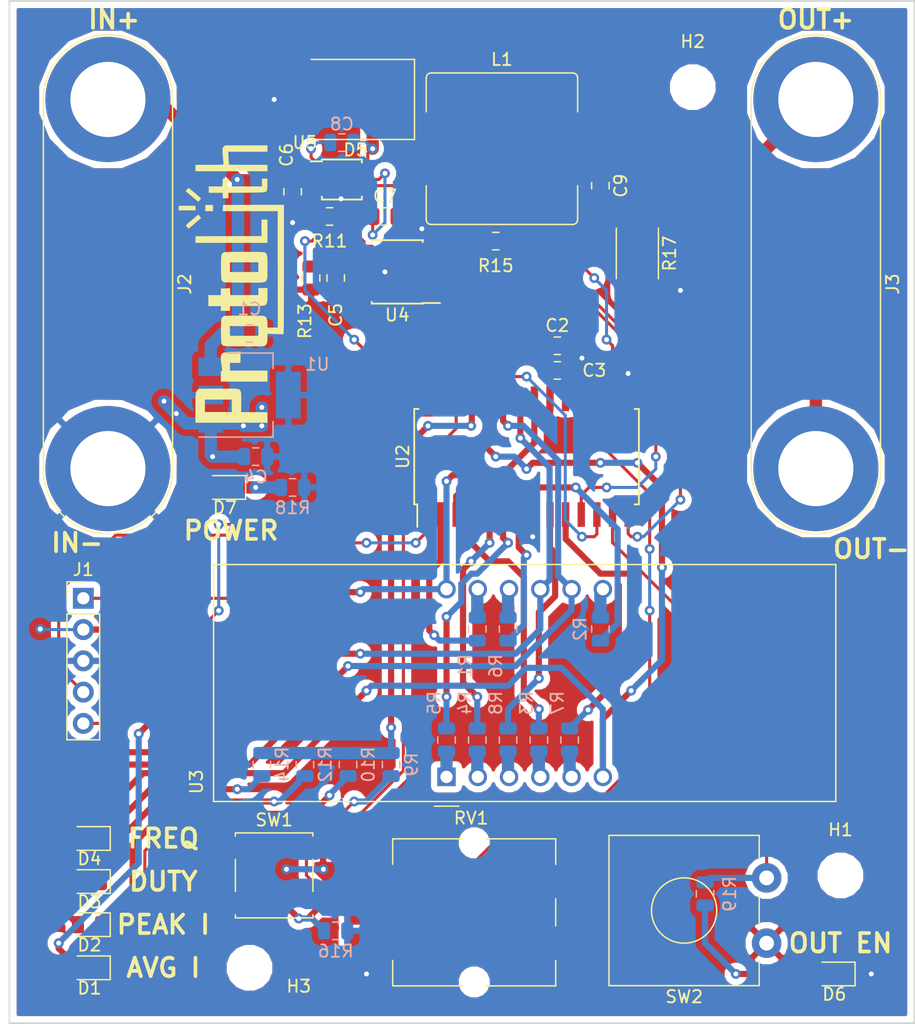
<source format=kicad_pcb>
(kicad_pcb (version 20171130) (host pcbnew 5.0.2-bee76a0~70~ubuntu18.04.1)

  (general
    (thickness 1.6)
    (drawings 14)
    (tracks 479)
    (zones 0)
    (modules 51)
    (nets 51)
  )

  (page A4)
  (layers
    (0 F.Cu signal)
    (31 B.Cu signal)
    (32 B.Adhes user)
    (33 F.Adhes user)
    (34 B.Paste user)
    (35 F.Paste user)
    (36 B.SilkS user)
    (37 F.SilkS user)
    (38 B.Mask user)
    (39 F.Mask user)
    (40 Dwgs.User user)
    (41 Cmts.User user)
    (42 Eco1.User user)
    (43 Eco2.User user)
    (44 Edge.Cuts user)
    (45 Margin user)
    (46 B.CrtYd user)
    (47 F.CrtYd user)
    (48 B.Fab user)
    (49 F.Fab user)
  )

  (setup
    (last_trace_width 0.25)
    (trace_clearance 0.2)
    (zone_clearance 0.508)
    (zone_45_only no)
    (trace_min 0.2)
    (segment_width 0.2)
    (edge_width 0.15)
    (via_size 0.8)
    (via_drill 0.4)
    (via_min_size 0.4)
    (via_min_drill 0.3)
    (uvia_size 0.3)
    (uvia_drill 0.1)
    (uvias_allowed no)
    (uvia_min_size 0.2)
    (uvia_min_drill 0.1)
    (pcb_text_width 0.3)
    (pcb_text_size 1.5 1.5)
    (mod_edge_width 0.15)
    (mod_text_size 1 1)
    (mod_text_width 0.15)
    (pad_size 1.524 1.524)
    (pad_drill 0.762)
    (pad_to_mask_clearance 0.051)
    (solder_mask_min_width 0.25)
    (aux_axis_origin 0 0)
    (visible_elements FFFFFF7F)
    (pcbplotparams
      (layerselection 0x010fc_ffffffff)
      (usegerberextensions false)
      (usegerberattributes true)
      (usegerberadvancedattributes true)
      (creategerberjobfile false)
      (excludeedgelayer true)
      (linewidth 0.100000)
      (plotframeref false)
      (viasonmask false)
      (mode 1)
      (useauxorigin false)
      (hpglpennumber 1)
      (hpglpenspeed 20)
      (hpglpendiameter 15.000000)
      (psnegative false)
      (psa4output false)
      (plotreference true)
      (plotvalue true)
      (plotinvisibletext false)
      (padsonsilk false)
      (subtractmaskfromsilk false)
      (outputformat 1)
      (mirror false)
      (drillshape 0)
      (scaleselection 1)
      (outputdirectory "OUTPUT/"))
  )

  (net 0 "")
  (net 1 "Net-(C9-Pad2)")
  (net 2 GND)
  (net 3 "Net-(D3-Pad1)")
  (net 4 /STATUS_LED)
  (net 5 "Net-(D6-Pad2)")
  (net 6 /OUTPUT_EN)
  (net 7 /DIAL)
  (net 8 /MCU_MODE_SWITCH)
  (net 9 "Net-(R15-Pad1)")
  (net 10 "Net-(D4-Pad1)")
  (net 11 +3V3)
  (net 12 /IADJ)
  (net 13 "Net-(R11-Pad1)")
  (net 14 "Net-(D2-Pad1)")
  (net 15 "Net-(D1-Pad1)")
  (net 16 "Net-(R8-Pad1)")
  (net 17 /LED_DEC)
  (net 18 /LED_G)
  (net 19 "Net-(R7-Pad1)")
  (net 20 "Net-(R6-Pad1)")
  (net 21 /LED_F)
  (net 22 /LED_E)
  (net 23 "Net-(R5-Pad1)")
  (net 24 "Net-(R1-Pad1)")
  (net 25 /LED_A)
  (net 26 /LED_B)
  (net 27 "Net-(R2-Pad1)")
  (net 28 "Net-(R3-Pad1)")
  (net 29 /LED_C)
  (net 30 /LED_D)
  (net 31 "Net-(R4-Pad1)")
  (net 32 +12V)
  (net 33 /DIGIPOT_~CS~)
  (net 34 /DIGIPOT_SCK)
  (net 35 /DIGIPOT_SI)
  (net 36 "Net-(U4-Pad7)")
  (net 37 /~MCLR~)
  (net 38 /PDIM)
  (net 39 /LED_1)
  (net 40 /LED_2)
  (net 41 /LED_3)
  (net 42 /LED_4)
  (net 43 /ICSP_DAT)
  (net 44 /ICSP_CLK)
  (net 45 "Net-(C9-Pad1)")
  (net 46 "Net-(C8-Pad1)")
  (net 47 "Net-(C8-Pad2)")
  (net 48 "Net-(C7-Pad1)")
  (net 49 "Net-(D7-Pad1)")
  (net 50 "Net-(U5-Pad3)")

  (net_class Default "This is the default net class."
    (clearance 0.2)
    (trace_width 0.25)
    (via_dia 0.8)
    (via_drill 0.4)
    (uvia_dia 0.3)
    (uvia_drill 0.1)
    (add_net +12V)
    (add_net +3V3)
    (add_net /DIAL)
    (add_net /DIGIPOT_SCK)
    (add_net /DIGIPOT_SI)
    (add_net /DIGIPOT_~CS~)
    (add_net /IADJ)
    (add_net /ICSP_CLK)
    (add_net /ICSP_DAT)
    (add_net /LED_1)
    (add_net /LED_2)
    (add_net /LED_3)
    (add_net /LED_4)
    (add_net /LED_A)
    (add_net /LED_B)
    (add_net /LED_C)
    (add_net /LED_D)
    (add_net /LED_DEC)
    (add_net /LED_E)
    (add_net /LED_F)
    (add_net /LED_G)
    (add_net /MCU_MODE_SWITCH)
    (add_net /OUTPUT_EN)
    (add_net /PDIM)
    (add_net /STATUS_LED)
    (add_net /~MCLR~)
    (add_net GND)
    (add_net "Net-(C7-Pad1)")
    (add_net "Net-(C8-Pad1)")
    (add_net "Net-(C8-Pad2)")
    (add_net "Net-(C9-Pad1)")
    (add_net "Net-(C9-Pad2)")
    (add_net "Net-(D1-Pad1)")
    (add_net "Net-(D2-Pad1)")
    (add_net "Net-(D3-Pad1)")
    (add_net "Net-(D4-Pad1)")
    (add_net "Net-(D6-Pad2)")
    (add_net "Net-(D7-Pad1)")
    (add_net "Net-(R1-Pad1)")
    (add_net "Net-(R11-Pad1)")
    (add_net "Net-(R15-Pad1)")
    (add_net "Net-(R2-Pad1)")
    (add_net "Net-(R3-Pad1)")
    (add_net "Net-(R4-Pad1)")
    (add_net "Net-(R5-Pad1)")
    (add_net "Net-(R6-Pad1)")
    (add_net "Net-(R7-Pad1)")
    (add_net "Net-(R8-Pad1)")
    (add_net "Net-(U4-Pad7)")
    (add_net "Net-(U5-Pad3)")
  )

  (module custom_footprints:PROTOLITH_LOGO (layer F.Cu) (tedit 0) (tstamp 5CDF456D)
    (at 63.5 61 90)
    (path /5CE1A3AE)
    (fp_text reference H4 (at 0 0 90) (layer F.SilkS) hide
      (effects (font (size 1.524 1.524) (thickness 0.3)))
    )
    (fp_text value MountingHole (at 0.75 0 90) (layer F.SilkS) hide
      (effects (font (size 1.524 1.524) (thickness 0.3)))
    )
    (fp_poly (pts (xy -3.509376 -0.809396) (xy -3.279243 -0.807911) (xy -3.098314 -0.803979) (xy -2.959439 -0.796408)
      (xy -2.85547 -0.784006) (xy -2.779259 -0.765579) (xy -2.723658 -0.739936) (xy -2.681517 -0.705885)
      (xy -2.645688 -0.662233) (xy -2.61188 -0.612147) (xy -2.599199 -0.588981) (xy -2.588578 -0.5579)
      (xy -2.579838 -0.51348) (xy -2.572796 -0.450295) (xy -2.567272 -0.362922) (xy -2.563086 -0.245934)
      (xy -2.560055 -0.093909) (xy -2.558001 0.098581) (xy -2.556741 0.336958) (xy -2.556095 0.626647)
      (xy -2.555882 0.973075) (xy -2.555875 1.067827) (xy -2.555938 1.42701) (xy -2.556269 1.728164)
      (xy -2.557082 1.976759) (xy -2.558589 2.178264) (xy -2.561006 2.33815) (xy -2.564544 2.461888)
      (xy -2.569419 2.554948) (xy -2.575843 2.6228) (xy -2.58403 2.670914) (xy -2.594194 2.704761)
      (xy -2.606549 2.729811) (xy -2.621307 2.751534) (xy -2.621632 2.751978) (xy -2.70216 2.839594)
      (xy -2.800849 2.899115) (xy -2.930164 2.934762) (xy -3.102569 2.950752) (xy -3.214688 2.9527)
      (xy -3.52425 2.95275) (xy -3.52425 3.801179) (xy 5.93725 3.798779) (xy 5.93725 -0.669422)
      (xy 6.183312 -0.660149) (xy 6.429375 -0.650875) (xy 6.437507 1.817687) (xy 6.445639 4.28625)
      (xy 1.211986 4.28625) (xy 0.640332 4.286124) (xy 0.085874 4.285755) (xy -0.448059 4.285158)
      (xy -0.958139 4.284344) (xy -1.441036 4.283328) (xy -1.893423 4.282122) (xy -2.31197 4.280741)
      (xy -2.69335 4.279197) (xy -3.034232 4.277504) (xy -3.33129 4.275675) (xy -3.581194 4.273724)
      (xy -3.780616 4.271664) (xy -3.926227 4.269507) (xy -4.014699 4.267269) (xy -4.042747 4.265169)
      (xy -4.048144 4.228423) (xy -4.051012 4.138056) (xy -4.051347 4.003896) (xy -4.049146 3.835775)
      (xy -4.044405 3.643519) (xy -4.043003 3.598419) (xy -4.02218 2.95275) (xy -4.352653 2.952052)
      (xy -4.524887 2.948618) (xy -4.650759 2.937653) (xy -4.747185 2.916893) (xy -4.819258 2.889569)
      (xy -4.869174 2.866702) (xy -4.911353 2.843637) (xy -4.946415 2.815171) (xy -4.974979 2.7761)
      (xy -4.997665 2.721219) (xy -5.015091 2.645325) (xy -5.027876 2.543213) (xy -5.036641 2.409679)
      (xy -5.042003 2.23952) (xy -5.044583 2.02753) (xy -5.044999 1.768506) (xy -5.043871 1.457243)
      (xy -5.041818 1.088538) (xy -5.041435 1.022271) (xy -5.039226 0.662709) (xy -5.03694 0.361214)
      (xy -5.034364 0.112352) (xy -5.031288 -0.08931) (xy -5.031148 -0.09525) (xy -4.191 -0.09525)
      (xy -4.191 2.2225) (xy -3.39725 2.2225) (xy -3.39725 -0.09525) (xy -4.191 -0.09525)
      (xy -5.031148 -0.09525) (xy -5.027497 -0.249206) (xy -5.022781 -0.37277) (xy -5.016928 -0.465434)
      (xy -5.009723 -0.532632) (xy -5.000957 -0.579798) (xy -4.990416 -0.612365) (xy -4.977888 -0.635766)
      (xy -4.976603 -0.637685) (xy -4.94291 -0.684264) (xy -4.90721 -0.721574) (xy -4.862448 -0.750641)
      (xy -4.801568 -0.772493) (xy -4.717517 -0.788157) (xy -4.603238 -0.79866) (xy -4.451678 -0.805031)
      (xy -4.255782 -0.808296) (xy -4.008494 -0.809482) (xy -3.79586 -0.809625) (xy -3.509376 -0.809396)) (layer F.SilkS) (width 0.01))
    (fp_poly (pts (xy -9.755908 -2.888212) (xy -9.462369 -2.885162) (xy -9.217694 -2.8802) (xy -9.025513 -2.873422)
      (xy -8.889454 -2.864928) (xy -8.813144 -2.854816) (xy -8.81188 -2.854504) (xy -8.694655 -2.806586)
      (xy -8.592807 -2.734682) (xy -8.583508 -2.725441) (xy -8.493125 -2.631124) (xy -8.484324 -1.061657)
      (xy -8.482265 -0.690144) (xy -8.48098 -0.376775) (xy -8.481034 -0.116191) (xy -8.482994 0.096962)
      (xy -8.487426 0.268043) (xy -8.494896 0.402408) (xy -8.50597 0.505413) (xy -8.521215 0.582415)
      (xy -8.541197 0.63877) (xy -8.566482 0.679837) (xy -8.597637 0.71097) (xy -8.635227 0.737528)
      (xy -8.677229 0.763285) (xy -8.712885 0.782468) (xy -8.754604 0.79725) (xy -8.810655 0.808201)
      (xy -8.889307 0.815888) (xy -8.998829 0.820882) (xy -9.147489 0.823749) (xy -9.343558 0.82506)
      (xy -9.580135 0.825381) (xy -10.381394 0.8255) (xy -10.38976 1.881187) (xy -10.398125 2.936875)
      (xy -10.818813 2.945734) (xy -11.2395 2.954593) (xy -11.2395 -2.12725) (xy -10.38225 -2.12725)
      (xy -10.38225 0.0635) (xy -9.36625 0.0635) (xy -9.36625 -2.12725) (xy -10.38225 -2.12725)
      (xy -11.2395 -2.12725) (xy -11.2395 -2.88925) (xy -10.094685 -2.88925) (xy -9.755908 -2.888212)) (layer F.SilkS) (width 0.01))
    (fp_poly (pts (xy -5.857419 -0.818806) (xy -5.758467 -0.795988) (xy -5.710923 -0.775767) (xy -5.651562 -0.737802)
      (xy -5.605171 -0.687316) (xy -5.5699 -0.616311) (xy -5.543895 -0.51679) (xy -5.525307 -0.380757)
      (xy -5.512284 -0.200215) (xy -5.502973 0.032834) (xy -5.500073 0.134937) (xy -5.483566 0.762)
      (xy -6.38175 0.762) (xy -6.38175 -0.09525) (xy -7.01675 -0.09525) (xy -7.01675 2.95275)
      (xy -7.90575 2.95275) (xy -7.90575 -0.8255) (xy -7.474153 -0.8255) (xy -7.30056 -0.824893)
      (xy -7.180196 -0.822121) (xy -7.102793 -0.815763) (xy -7.058087 -0.804396) (xy -7.035808 -0.786599)
      (xy -7.026331 -0.763459) (xy -6.997074 -0.71868) (xy -6.932535 -0.714742) (xy -6.926116 -0.715784)
      (xy -6.614683 -0.766382) (xy -6.358447 -0.801669) (xy -6.151058 -0.82196) (xy -5.986165 -0.827568)
      (xy -5.857419 -0.818806)) (layer F.SilkS) (width 0.01))
    (fp_poly (pts (xy -0.889 -0.8255) (xy -0.34925 -0.8255) (xy -0.348901 -0.579438) (xy -0.346212 -0.442489)
      (xy -0.33947 -0.314499) (xy -0.330096 -0.221917) (xy -0.329465 -0.217966) (xy -0.310377 -0.102556)
      (xy -0.599689 -0.079657) (xy -0.889 -0.056759) (xy -0.889 2.2225) (xy -0.3175 2.2225)
      (xy -0.3175 2.95275) (xy -0.865188 2.952052) (xy -1.074206 2.950817) (xy -1.230739 2.947083)
      (xy -1.345782 2.939894) (xy -1.430332 2.928295) (xy -1.495384 2.91133) (xy -1.540522 2.893369)
      (xy -1.591121 2.869936) (xy -1.633323 2.845904) (xy -1.667938 2.815627) (xy -1.695773 2.773458)
      (xy -1.717637 2.713751) (xy -1.734338 2.63086) (xy -1.746685 2.519138) (xy -1.755485 2.372941)
      (xy -1.761547 2.186621) (xy -1.76568 1.954533) (xy -1.768691 1.67103) (xy -1.771389 1.330466)
      (xy -1.771787 1.277937) (xy -1.782229 -0.09525) (xy -2.159 -0.09525) (xy -2.159 -0.8255)
      (xy -1.778 -0.8255) (xy -1.778 -1.8415) (xy -0.889 -1.8415) (xy -0.889 -0.8255)) (layer F.SilkS) (width 0.01))
    (fp_poly (pts (xy 1.665876 -0.809396) (xy 1.896011 -0.807911) (xy 2.076942 -0.803979) (xy 2.215818 -0.796407)
      (xy 2.319788 -0.784004) (xy 2.395999 -0.765576) (xy 2.451599 -0.739931) (xy 2.493738 -0.705878)
      (xy 2.529564 -0.662223) (xy 2.56337 -0.61213) (xy 2.576072 -0.588921) (xy 2.586706 -0.557789)
      (xy 2.595455 -0.513297) (xy 2.602499 -0.450011) (xy 2.608022 -0.362496) (xy 2.612203 -0.245315)
      (xy 2.615226 -0.093034) (xy 2.617273 0.099783) (xy 2.618524 0.338571) (xy 2.619162 0.628765)
      (xy 2.619369 0.975802) (xy 2.619375 1.06224) (xy 2.619382 1.438775) (xy 2.618958 1.757009)
      (xy 2.617431 2.02214) (xy 2.614128 2.239367) (xy 2.608379 2.413888) (xy 2.599512 2.550902)
      (xy 2.586855 2.655607) (xy 2.569737 2.733201) (xy 2.547487 2.788883) (xy 2.519433 2.827852)
      (xy 2.484903 2.855305) (xy 2.443226 2.876442) (xy 2.39373 2.89646) (xy 2.381827 2.901189)
      (xy 2.333665 2.916903) (xy 2.271855 2.929146) (xy 2.188597 2.938313) (xy 2.07609 2.944795)
      (xy 1.926537 2.948987) (xy 1.732138 2.95128) (xy 1.485094 2.952068) (xy 1.372544 2.952052)
      (xy 1.109619 2.951523) (xy 0.902083 2.950067) (xy 0.741824 2.947187) (xy 0.620734 2.942383)
      (xy 0.530702 2.935158) (xy 0.463618 2.925012) (xy 0.411372 2.911448) (xy 0.365854 2.893966)
      (xy 0.355992 2.889569) (xy 0.306076 2.866702) (xy 0.263897 2.843637) (xy 0.228835 2.815171)
      (xy 0.200271 2.7761) (xy 0.177585 2.721219) (xy 0.160159 2.645325) (xy 0.147374 2.543213)
      (xy 0.138609 2.409679) (xy 0.133247 2.23952) (xy 0.130667 2.02753) (xy 0.130251 1.768506)
      (xy 0.131379 1.457243) (xy 0.133432 1.088538) (xy 0.133815 1.022271) (xy 0.136024 0.662709)
      (xy 0.13831 0.361214) (xy 0.140886 0.112352) (xy 0.143962 -0.08931) (xy 0.144102 -0.09525)
      (xy 0.98425 -0.09525) (xy 0.98425 2.2225) (xy 1.778 2.2225) (xy 1.778 -0.09525)
      (xy 0.98425 -0.09525) (xy 0.144102 -0.09525) (xy 0.147753 -0.249206) (xy 0.152469 -0.37277)
      (xy 0.158322 -0.465434) (xy 0.165527 -0.532632) (xy 0.174293 -0.579798) (xy 0.184834 -0.612365)
      (xy 0.197362 -0.635766) (xy 0.198647 -0.637685) (xy 0.23234 -0.684264) (xy 0.26804 -0.721574)
      (xy 0.312802 -0.750641) (xy 0.373682 -0.772493) (xy 0.457733 -0.788157) (xy 0.572012 -0.79866)
      (xy 0.723572 -0.805031) (xy 0.919468 -0.808296) (xy 1.166756 -0.809482) (xy 1.37939 -0.809625)
      (xy 1.665876 -0.809396)) (layer F.SilkS) (width 0.01))
    (fp_poly (pts (xy 3.627437 -2.882597) (xy 3.889375 -2.873375) (xy 3.897492 -0.198438) (xy 3.90561 2.4765)
      (xy 5.23875 2.4765) (xy 5.23875 2.95275) (xy 3.3655 2.95275) (xy 3.3655 -2.891819)
      (xy 3.627437 -2.882597)) (layer F.SilkS) (width 0.01))
    (fp_poly (pts (xy 7.9375 -0.70535) (xy 8.25637 -0.682527) (xy 8.57524 -0.659705) (xy 8.565932 -0.448915)
      (xy 8.556625 -0.238125) (xy 8.247062 -0.229038) (xy 7.9375 -0.219951) (xy 7.9375 2.50825)
      (xy 8.575401 2.50825) (xy 8.566013 2.722562) (xy 8.556625 2.936875) (xy 8.15975 2.942408)
      (xy 7.997075 2.942165) (xy 7.848427 2.937403) (xy 7.730347 2.928939) (xy 7.659852 2.91773)
      (xy 7.611962 2.90334) (xy 7.571796 2.887098) (xy 7.538638 2.863658) (xy 7.511772 2.827674)
      (xy 7.490482 2.773801) (xy 7.474054 2.696692) (xy 7.46177 2.591002) (xy 7.452915 2.451384)
      (xy 7.446774 2.272494) (xy 7.44263 2.048984) (xy 7.439768 1.77551) (xy 7.437472 1.446726)
      (xy 7.436237 1.247629) (xy 7.427099 -0.22225) (xy 6.985 -0.22225) (xy 6.985 -0.66675)
      (xy 7.4295 -0.66675) (xy 7.4295 -1.80975) (xy 7.9375 -1.80975) (xy 7.9375 -0.70535)) (layer F.SilkS) (width 0.01))
    (fp_poly (pts (xy 9.68375 -1.763999) (xy 9.684705 -1.41435) (xy 9.68757 -1.128162) (xy 9.692346 -0.905424)
      (xy 9.699033 -0.746125) (xy 9.707631 -0.650256) (xy 9.717024 -0.618183) (xy 9.75877 -0.614415)
      (xy 9.851693 -0.617689) (xy 9.983951 -0.627236) (xy 10.143704 -0.642283) (xy 10.229506 -0.651551)
      (xy 10.415381 -0.670082) (xy 10.596045 -0.683856) (xy 10.754143 -0.691834) (xy 10.872321 -0.692977)
      (xy 10.899451 -0.691688) (xy 11.014166 -0.678987) (xy 11.089484 -0.654919) (xy 11.149492 -0.609627)
      (xy 11.180719 -0.57657) (xy 11.27125 -0.475249) (xy 11.27125 2.95275) (xy 10.76325 2.95275)
      (xy 10.76325 -0.232179) (xy 10.251823 -0.211096) (xy 10.077049 -0.202922) (xy 9.924372 -0.193951)
      (xy 9.805171 -0.184996) (xy 9.730822 -0.176871) (xy 9.712073 -0.172508) (xy 9.706261 -0.138)
      (xy 9.700893 -0.045693) (xy 9.696071 0.098716) (xy 9.691898 0.289527) (xy 9.688477 0.521042)
      (xy 9.68591 0.787561) (xy 9.6843 1.083385) (xy 9.68375 1.398873) (xy 9.68375 2.95275)
      (xy 9.17575 2.95275) (xy 9.17575 -2.88925) (xy 9.68375 -2.88925) (xy 9.68375 -1.763999)) (layer F.SilkS) (width 0.01))
    (fp_poly (pts (xy 6.183312 -2.088899) (xy 6.429375 -2.079625) (xy 6.429375 -1.476375) (xy 6.183312 -1.467102)
      (xy 5.93725 -1.457829) (xy 5.93725 -2.098172) (xy 6.183312 -2.088899)) (layer F.SilkS) (width 0.01))
    (fp_poly (pts (xy 4.792168 -3.635954) (xy 4.84517 -3.600664) (xy 4.914246 -3.532367) (xy 5.006573 -3.426947)
      (xy 5.129325 -3.28029) (xy 5.218758 -3.172952) (xy 5.647956 -2.65902) (xy 5.519724 -2.551885)
      (xy 5.446166 -2.491818) (xy 5.395369 -2.452944) (xy 5.38189 -2.44475) (xy 5.358212 -2.466976)
      (xy 5.302902 -2.526475) (xy 5.225857 -2.612481) (xy 5.184896 -2.659063) (xy 5.083101 -2.776557)
      (xy 4.959147 -2.921215) (xy 4.831514 -3.071412) (xy 4.754592 -3.162647) (xy 4.511682 -3.451919)
      (xy 4.597403 -3.52936) (xy 4.657859 -3.58494) (xy 4.705688 -3.623976) (xy 4.748066 -3.642353)
      (xy 4.792168 -3.635954)) (layer F.SilkS) (width 0.01))
    (fp_poly (pts (xy 7.571465 -3.668388) (xy 7.627462 -3.628629) (xy 7.69575 -3.573035) (xy 7.75956 -3.515672)
      (xy 7.802127 -3.470603) (xy 7.8105 -3.45514) (xy 7.790992 -3.423518) (xy 7.737452 -3.353338)
      (xy 7.657354 -3.253446) (xy 7.558172 -3.13269) (xy 7.447382 -2.999914) (xy 7.332459 -2.863966)
      (xy 7.220875 -2.733692) (xy 7.120107 -2.617938) (xy 7.037628 -2.525551) (xy 6.980914 -2.465376)
      (xy 6.957905 -2.446072) (xy 6.924294 -2.466177) (xy 6.860839 -2.516143) (xy 6.815409 -2.555134)
      (xy 6.693443 -2.662874) (xy 7.115099 -3.165) (xy 7.241958 -3.316156) (xy 7.354288 -3.450166)
      (xy 7.445921 -3.559657) (xy 7.510689 -3.637257) (xy 7.542423 -3.675594) (xy 7.544522 -3.67825)
      (xy 7.571465 -3.668388)) (layer F.SilkS) (width 0.01))
    (fp_poly (pts (xy 6.183312 -4.248147) (xy 6.365875 -4.238625) (xy 6.365875 -2.905125) (xy 6.183312 -2.895604)
      (xy 6.00075 -2.886082) (xy 6.00075 -4.257668) (xy 6.183312 -4.248147)) (layer F.SilkS) (width 0.01))
  )

  (module MountingHole:MountingHole_2.7mm_M2.5 (layer F.Cu) (tedit 56D1B4CB) (tstamp 5CDF1C92)
    (at 65 116.5)
    (descr "Mounting Hole 2.7mm, no annular, M2.5")
    (tags "mounting hole 2.7mm no annular m2.5")
    (path /5CDFA6DB)
    (attr virtual)
    (fp_text reference H3 (at 4 1.5) (layer F.SilkS)
      (effects (font (size 1 1) (thickness 0.15)))
    )
    (fp_text value MountingHole (at 0 3.7) (layer F.Fab)
      (effects (font (size 1 1) (thickness 0.15)))
    )
    (fp_text user %R (at 0.3 0) (layer F.Fab)
      (effects (font (size 1 1) (thickness 0.15)))
    )
    (fp_circle (center 0 0) (end 2.7 0) (layer Cmts.User) (width 0.15))
    (fp_circle (center 0 0) (end 2.95 0) (layer F.CrtYd) (width 0.05))
    (pad 1 np_thru_hole circle (at 0 0) (size 2.7 2.7) (drill 2.7) (layers *.Cu *.Mask))
  )

  (module MountingHole:MountingHole_2.7mm_M2.5 (layer F.Cu) (tedit 56D1B4CB) (tstamp 5CDEFDAF)
    (at 113 109)
    (descr "Mounting Hole 2.7mm, no annular, M2.5")
    (tags "mounting hole 2.7mm no annular m2.5")
    (path /5CDEFA33)
    (attr virtual)
    (fp_text reference H1 (at 0 -3.7) (layer F.SilkS)
      (effects (font (size 1 1) (thickness 0.15)))
    )
    (fp_text value MountingHole (at 0 3.7) (layer F.Fab)
      (effects (font (size 1 1) (thickness 0.15)))
    )
    (fp_circle (center 0 0) (end 2.95 0) (layer F.CrtYd) (width 0.05))
    (fp_circle (center 0 0) (end 2.7 0) (layer Cmts.User) (width 0.15))
    (fp_text user %R (at 0.3 0) (layer F.Fab)
      (effects (font (size 1 1) (thickness 0.15)))
    )
    (pad 1 np_thru_hole circle (at 0 0) (size 2.7 2.7) (drill 2.7) (layers *.Cu *.Mask))
  )

  (module MountingHole:MountingHole_2.7mm_M2.5 (layer F.Cu) (tedit 56D1B4CB) (tstamp 5CDEFDA7)
    (at 101 45)
    (descr "Mounting Hole 2.7mm, no annular, M2.5")
    (tags "mounting hole 2.7mm no annular m2.5")
    (path /5CDEF81C)
    (attr virtual)
    (fp_text reference H2 (at 0 -3.7) (layer F.SilkS)
      (effects (font (size 1 1) (thickness 0.15)))
    )
    (fp_text value MountingHole (at 0 3.7) (layer F.Fab)
      (effects (font (size 1 1) (thickness 0.15)))
    )
    (fp_text user %R (at 0.3 0) (layer F.Fab)
      (effects (font (size 1 1) (thickness 0.15)))
    )
    (fp_circle (center 0 0) (end 2.7 0) (layer Cmts.User) (width 0.15))
    (fp_circle (center 0 0) (end 2.95 0) (layer F.CrtYd) (width 0.05))
    (pad 1 np_thru_hole circle (at 0 0) (size 2.7 2.7) (drill 2.7) (layers *.Cu *.Mask))
  )

  (module Package_SO:SOIC-28W_7.5x17.9mm_P1.27mm (layer F.Cu) (tedit 5A02F2D3) (tstamp 5CFD0918)
    (at 87.5 75 90)
    (descr "28-Lead Plastic Small Outline (SO) - Wide, 7.50 mm Body [SOIC] (see Microchip Packaging Specification 00000049BS.pdf)")
    (tags "SOIC 1.27")
    (path /5CF26289)
    (attr smd)
    (fp_text reference U2 (at 0 -10.05 90) (layer F.SilkS)
      (effects (font (size 1 1) (thickness 0.15)))
    )
    (fp_text value PIC16F1512-ISO (at 0 10.05 90) (layer F.Fab)
      (effects (font (size 1 1) (thickness 0.15)))
    )
    (fp_text user %R (at 0 0 90) (layer F.Fab)
      (effects (font (size 1 1) (thickness 0.15)))
    )
    (fp_line (start -2.75 -8.95) (end 3.75 -8.95) (layer F.Fab) (width 0.15))
    (fp_line (start 3.75 -8.95) (end 3.75 8.95) (layer F.Fab) (width 0.15))
    (fp_line (start 3.75 8.95) (end -3.75 8.95) (layer F.Fab) (width 0.15))
    (fp_line (start -3.75 8.95) (end -3.75 -7.95) (layer F.Fab) (width 0.15))
    (fp_line (start -3.75 -7.95) (end -2.75 -8.95) (layer F.Fab) (width 0.15))
    (fp_line (start -5.95 -9.3) (end -5.95 9.3) (layer F.CrtYd) (width 0.05))
    (fp_line (start 5.95 -9.3) (end 5.95 9.3) (layer F.CrtYd) (width 0.05))
    (fp_line (start -5.95 -9.3) (end 5.95 -9.3) (layer F.CrtYd) (width 0.05))
    (fp_line (start -5.95 9.3) (end 5.95 9.3) (layer F.CrtYd) (width 0.05))
    (fp_line (start -3.875 -9.125) (end -3.875 -8.875) (layer F.SilkS) (width 0.15))
    (fp_line (start 3.875 -9.125) (end 3.875 -8.78) (layer F.SilkS) (width 0.15))
    (fp_line (start 3.875 9.125) (end 3.875 8.78) (layer F.SilkS) (width 0.15))
    (fp_line (start -3.875 9.125) (end -3.875 8.78) (layer F.SilkS) (width 0.15))
    (fp_line (start -3.875 -9.125) (end 3.875 -9.125) (layer F.SilkS) (width 0.15))
    (fp_line (start -3.875 9.125) (end 3.875 9.125) (layer F.SilkS) (width 0.15))
    (fp_line (start -3.875 -8.875) (end -5.7 -8.875) (layer F.SilkS) (width 0.15))
    (pad 1 smd rect (at -4.7 -8.255 90) (size 2 0.6) (layers F.Cu F.Paste F.Mask)
      (net 37 /~MCLR~))
    (pad 2 smd rect (at -4.7 -6.985 90) (size 2 0.6) (layers F.Cu F.Paste F.Mask)
      (net 25 /LED_A))
    (pad 3 smd rect (at -4.7 -5.715 90) (size 2 0.6) (layers F.Cu F.Paste F.Mask)
      (net 26 /LED_B))
    (pad 4 smd rect (at -4.7 -4.445 90) (size 2 0.6) (layers F.Cu F.Paste F.Mask)
      (net 29 /LED_C))
    (pad 5 smd rect (at -4.7 -3.175 90) (size 2 0.6) (layers F.Cu F.Paste F.Mask)
      (net 30 /LED_D))
    (pad 6 smd rect (at -4.7 -1.905 90) (size 2 0.6) (layers F.Cu F.Paste F.Mask)
      (net 22 /LED_E))
    (pad 7 smd rect (at -4.7 -0.635 90) (size 2 0.6) (layers F.Cu F.Paste F.Mask)
      (net 21 /LED_F))
    (pad 8 smd rect (at -4.7 0.635 90) (size 2 0.6) (layers F.Cu F.Paste F.Mask)
      (net 2 GND))
    (pad 9 smd rect (at -4.7 1.905 90) (size 2 0.6) (layers F.Cu F.Paste F.Mask)
      (net 17 /LED_DEC))
    (pad 10 smd rect (at -4.7 3.175 90) (size 2 0.6) (layers F.Cu F.Paste F.Mask)
      (net 18 /LED_G))
    (pad 11 smd rect (at -4.7 4.445 90) (size 2 0.6) (layers F.Cu F.Paste F.Mask)
      (net 33 /DIGIPOT_~CS~))
    (pad 12 smd rect (at -4.7 5.715 90) (size 2 0.6) (layers F.Cu F.Paste F.Mask)
      (net 38 /PDIM))
    (pad 13 smd rect (at -4.7 6.985 90) (size 2 0.6) (layers F.Cu F.Paste F.Mask)
      (net 6 /OUTPUT_EN))
    (pad 14 smd rect (at -4.7 8.255 90) (size 2 0.6) (layers F.Cu F.Paste F.Mask)
      (net 34 /DIGIPOT_SCK))
    (pad 15 smd rect (at 4.7 8.255 90) (size 2 0.6) (layers F.Cu F.Paste F.Mask)
      (net 2 GND))
    (pad 16 smd rect (at 4.7 6.985 90) (size 2 0.6) (layers F.Cu F.Paste F.Mask)
      (net 35 /DIGIPOT_SI))
    (pad 17 smd rect (at 4.7 5.715 90) (size 2 0.6) (layers F.Cu F.Paste F.Mask)
      (net 12 /IADJ))
    (pad 18 smd rect (at 4.7 4.445 90) (size 2 0.6) (layers F.Cu F.Paste F.Mask)
      (net 7 /DIAL))
    (pad 19 smd rect (at 4.7 3.175 90) (size 2 0.6) (layers F.Cu F.Paste F.Mask)
      (net 2 GND))
    (pad 20 smd rect (at 4.7 1.905 90) (size 2 0.6) (layers F.Cu F.Paste F.Mask)
      (net 11 +3V3))
    (pad 21 smd rect (at 4.7 0.635 90) (size 2 0.6) (layers F.Cu F.Paste F.Mask)
      (net 39 /LED_1))
    (pad 22 smd rect (at 4.7 -0.635 90) (size 2 0.6) (layers F.Cu F.Paste F.Mask)
      (net 40 /LED_2))
    (pad 23 smd rect (at 4.7 -1.905 90) (size 2 0.6) (layers F.Cu F.Paste F.Mask)
      (net 41 /LED_3))
    (pad 24 smd rect (at 4.7 -3.175 90) (size 2 0.6) (layers F.Cu F.Paste F.Mask)
      (net 42 /LED_4))
    (pad 25 smd rect (at 4.7 -4.445 90) (size 2 0.6) (layers F.Cu F.Paste F.Mask)
      (net 4 /STATUS_LED))
    (pad 26 smd rect (at 4.7 -5.715 90) (size 2 0.6) (layers F.Cu F.Paste F.Mask)
      (net 8 /MCU_MODE_SWITCH))
    (pad 27 smd rect (at 4.7 -6.985 90) (size 2 0.6) (layers F.Cu F.Paste F.Mask)
      (net 43 /ICSP_DAT))
    (pad 28 smd rect (at 4.7 -8.255 90) (size 2 0.6) (layers F.Cu F.Paste F.Mask)
      (net 44 /ICSP_CLK))
    (model ${KISYS3DMOD}/Package_SO.3dshapes/SOIC-28W_7.5x17.9mm_P1.27mm.wrl
      (at (xyz 0 0 0))
      (scale (xyz 1 1 1))
      (rotate (xyz 0 0 0))
    )
  )

  (module LED_SMD:LED_0805_2012Metric (layer F.Cu) (tedit 5B36C52C) (tstamp 5CDE8015)
    (at 52 116.5 180)
    (descr "LED SMD 0805 (2012 Metric), square (rectangular) end terminal, IPC_7351 nominal, (Body size source: https://docs.google.com/spreadsheets/d/1BsfQQcO9C6DZCsRaXUlFlo91Tg2WpOkGARC1WS5S8t0/edit?usp=sharing), generated with kicad-footprint-generator")
    (tags diode)
    (path /5CE6004D)
    (attr smd)
    (fp_text reference D1 (at 0 -1.65 180) (layer F.SilkS)
      (effects (font (size 1 1) (thickness 0.15)))
    )
    (fp_text value LED_BLU (at 0 1.65 180) (layer F.Fab)
      (effects (font (size 1 1) (thickness 0.15)))
    )
    (fp_text user %R (at 0 0 180) (layer F.Fab)
      (effects (font (size 0.5 0.5) (thickness 0.08)))
    )
    (fp_line (start 1.68 0.95) (end -1.68 0.95) (layer F.CrtYd) (width 0.05))
    (fp_line (start 1.68 -0.95) (end 1.68 0.95) (layer F.CrtYd) (width 0.05))
    (fp_line (start -1.68 -0.95) (end 1.68 -0.95) (layer F.CrtYd) (width 0.05))
    (fp_line (start -1.68 0.95) (end -1.68 -0.95) (layer F.CrtYd) (width 0.05))
    (fp_line (start -1.685 0.96) (end 1 0.96) (layer F.SilkS) (width 0.12))
    (fp_line (start -1.685 -0.96) (end -1.685 0.96) (layer F.SilkS) (width 0.12))
    (fp_line (start 1 -0.96) (end -1.685 -0.96) (layer F.SilkS) (width 0.12))
    (fp_line (start 1 0.6) (end 1 -0.6) (layer F.Fab) (width 0.1))
    (fp_line (start -1 0.6) (end 1 0.6) (layer F.Fab) (width 0.1))
    (fp_line (start -1 -0.3) (end -1 0.6) (layer F.Fab) (width 0.1))
    (fp_line (start -0.7 -0.6) (end -1 -0.3) (layer F.Fab) (width 0.1))
    (fp_line (start 1 -0.6) (end -0.7 -0.6) (layer F.Fab) (width 0.1))
    (pad 2 smd roundrect (at 0.9375 0 180) (size 0.975 1.4) (layers F.Cu F.Paste F.Mask) (roundrect_rratio 0.25)
      (net 39 /LED_1))
    (pad 1 smd roundrect (at -0.9375 0 180) (size 0.975 1.4) (layers F.Cu F.Paste F.Mask) (roundrect_rratio 0.25)
      (net 15 "Net-(D1-Pad1)"))
    (model ${KISYS3DMOD}/LED_SMD.3dshapes/LED_0805_2012Metric.wrl
      (at (xyz 0 0 0))
      (scale (xyz 1 1 1))
      (rotate (xyz 0 0 0))
    )
  )

  (module LED_SMD:LED_0805_2012Metric (layer F.Cu) (tedit 5B36C52C) (tstamp 5CDE7DC9)
    (at 52 113 180)
    (descr "LED SMD 0805 (2012 Metric), square (rectangular) end terminal, IPC_7351 nominal, (Body size source: https://docs.google.com/spreadsheets/d/1BsfQQcO9C6DZCsRaXUlFlo91Tg2WpOkGARC1WS5S8t0/edit?usp=sharing), generated with kicad-footprint-generator")
    (tags diode)
    (path /5CE62657)
    (attr smd)
    (fp_text reference D2 (at 0 -1.65 180) (layer F.SilkS)
      (effects (font (size 1 1) (thickness 0.15)))
    )
    (fp_text value LED_BLU (at 0 1.65 180) (layer F.Fab)
      (effects (font (size 1 1) (thickness 0.15)))
    )
    (fp_line (start 1 -0.6) (end -0.7 -0.6) (layer F.Fab) (width 0.1))
    (fp_line (start -0.7 -0.6) (end -1 -0.3) (layer F.Fab) (width 0.1))
    (fp_line (start -1 -0.3) (end -1 0.6) (layer F.Fab) (width 0.1))
    (fp_line (start -1 0.6) (end 1 0.6) (layer F.Fab) (width 0.1))
    (fp_line (start 1 0.6) (end 1 -0.6) (layer F.Fab) (width 0.1))
    (fp_line (start 1 -0.96) (end -1.685 -0.96) (layer F.SilkS) (width 0.12))
    (fp_line (start -1.685 -0.96) (end -1.685 0.96) (layer F.SilkS) (width 0.12))
    (fp_line (start -1.685 0.96) (end 1 0.96) (layer F.SilkS) (width 0.12))
    (fp_line (start -1.68 0.95) (end -1.68 -0.95) (layer F.CrtYd) (width 0.05))
    (fp_line (start -1.68 -0.95) (end 1.68 -0.95) (layer F.CrtYd) (width 0.05))
    (fp_line (start 1.68 -0.95) (end 1.68 0.95) (layer F.CrtYd) (width 0.05))
    (fp_line (start 1.68 0.95) (end -1.68 0.95) (layer F.CrtYd) (width 0.05))
    (fp_text user %R (at 0 0 180) (layer F.Fab)
      (effects (font (size 0.5 0.5) (thickness 0.08)))
    )
    (pad 1 smd roundrect (at -0.9375 0 180) (size 0.975 1.4) (layers F.Cu F.Paste F.Mask) (roundrect_rratio 0.25)
      (net 14 "Net-(D2-Pad1)"))
    (pad 2 smd roundrect (at 0.9375 0 180) (size 0.975 1.4) (layers F.Cu F.Paste F.Mask) (roundrect_rratio 0.25)
      (net 40 /LED_2))
    (model ${KISYS3DMOD}/LED_SMD.3dshapes/LED_0805_2012Metric.wrl
      (at (xyz 0 0 0))
      (scale (xyz 1 1 1))
      (rotate (xyz 0 0 0))
    )
  )

  (module LED_SMD:LED_0805_2012Metric (layer F.Cu) (tedit 5B36C52C) (tstamp 5CDE7D93)
    (at 52 109.5 180)
    (descr "LED SMD 0805 (2012 Metric), square (rectangular) end terminal, IPC_7351 nominal, (Body size source: https://docs.google.com/spreadsheets/d/1BsfQQcO9C6DZCsRaXUlFlo91Tg2WpOkGARC1WS5S8t0/edit?usp=sharing), generated with kicad-footprint-generator")
    (tags diode)
    (path /5CE64A81)
    (attr smd)
    (fp_text reference D3 (at 0 -1.65 180) (layer F.SilkS)
      (effects (font (size 1 1) (thickness 0.15)))
    )
    (fp_text value LED_BLU (at 0 1.65 180) (layer F.Fab)
      (effects (font (size 1 1) (thickness 0.15)))
    )
    (fp_line (start 1 -0.6) (end -0.7 -0.6) (layer F.Fab) (width 0.1))
    (fp_line (start -0.7 -0.6) (end -1 -0.3) (layer F.Fab) (width 0.1))
    (fp_line (start -1 -0.3) (end -1 0.6) (layer F.Fab) (width 0.1))
    (fp_line (start -1 0.6) (end 1 0.6) (layer F.Fab) (width 0.1))
    (fp_line (start 1 0.6) (end 1 -0.6) (layer F.Fab) (width 0.1))
    (fp_line (start 1 -0.96) (end -1.685 -0.96) (layer F.SilkS) (width 0.12))
    (fp_line (start -1.685 -0.96) (end -1.685 0.96) (layer F.SilkS) (width 0.12))
    (fp_line (start -1.685 0.96) (end 1 0.96) (layer F.SilkS) (width 0.12))
    (fp_line (start -1.68 0.95) (end -1.68 -0.95) (layer F.CrtYd) (width 0.05))
    (fp_line (start -1.68 -0.95) (end 1.68 -0.95) (layer F.CrtYd) (width 0.05))
    (fp_line (start 1.68 -0.95) (end 1.68 0.95) (layer F.CrtYd) (width 0.05))
    (fp_line (start 1.68 0.95) (end -1.68 0.95) (layer F.CrtYd) (width 0.05))
    (fp_text user %R (at 0 0 180) (layer F.Fab)
      (effects (font (size 0.5 0.5) (thickness 0.08)))
    )
    (pad 1 smd roundrect (at -0.9375 0 180) (size 0.975 1.4) (layers F.Cu F.Paste F.Mask) (roundrect_rratio 0.25)
      (net 3 "Net-(D3-Pad1)"))
    (pad 2 smd roundrect (at 0.9375 0 180) (size 0.975 1.4) (layers F.Cu F.Paste F.Mask) (roundrect_rratio 0.25)
      (net 41 /LED_3))
    (model ${KISYS3DMOD}/LED_SMD.3dshapes/LED_0805_2012Metric.wrl
      (at (xyz 0 0 0))
      (scale (xyz 1 1 1))
      (rotate (xyz 0 0 0))
    )
  )

  (module Package_SO:MSOP-10-1EP_3x3mm_P0.5mm_EP1.68x1.88mm (layer F.Cu) (tedit 5A671FAD) (tstamp 5D257AAF)
    (at 72.5 52.5)
    (descr "MSE Package; 10-Lead Plastic MSOP, Exposed Die Pad (see Linear Technology 05081664_I_MSE.pdf)")
    (tags "SSOP 0.5")
    (path /5CDDE039)
    (attr smd)
    (fp_text reference U5 (at -3 -3) (layer F.SilkS)
      (effects (font (size 1 1) (thickness 0.15)))
    )
    (fp_text value TPS92512HVDGQR (at 0 2.55) (layer F.Fab)
      (effects (font (size 1 1) (thickness 0.15)))
    )
    (fp_line (start -0.5 -1.5) (end 1.5 -1.5) (layer F.Fab) (width 0.15))
    (fp_line (start 1.5 -1.5) (end 1.5 1.5) (layer F.Fab) (width 0.15))
    (fp_line (start 1.5 1.5) (end -1.5 1.5) (layer F.Fab) (width 0.15))
    (fp_line (start -1.5 1.5) (end -1.5 -0.5) (layer F.Fab) (width 0.15))
    (fp_line (start -1.5 -0.5) (end -0.5 -1.5) (layer F.Fab) (width 0.15))
    (fp_line (start -2.8 -1.8) (end -2.8 1.8) (layer F.CrtYd) (width 0.05))
    (fp_line (start 2.8 -1.8) (end 2.8 1.8) (layer F.CrtYd) (width 0.05))
    (fp_line (start -2.8 -1.8) (end 2.8 -1.8) (layer F.CrtYd) (width 0.05))
    (fp_line (start -2.8 1.8) (end 2.8 1.8) (layer F.CrtYd) (width 0.05))
    (fp_line (start -1.625 -1.625) (end -1.625 -1.475) (layer F.SilkS) (width 0.15))
    (fp_line (start 1.625 -1.625) (end 1.625 -1.3775) (layer F.SilkS) (width 0.15))
    (fp_line (start 1.625 1.625) (end 1.625 1.3775) (layer F.SilkS) (width 0.15))
    (fp_line (start -1.625 1.625) (end -1.625 1.3775) (layer F.SilkS) (width 0.15))
    (fp_line (start -1.625 -1.625) (end 1.625 -1.625) (layer F.SilkS) (width 0.15))
    (fp_line (start -1.625 1.625) (end 1.625 1.625) (layer F.SilkS) (width 0.15))
    (fp_line (start -1.625 -1.475) (end -2.55 -1.475) (layer F.SilkS) (width 0.15))
    (fp_text user %R (at 0 0) (layer F.Fab)
      (effects (font (size 0.6 0.6) (thickness 0.09)))
    )
    (pad 1 smd rect (at -2.105 -1) (size 0.89 0.305) (layers F.Cu F.Paste F.Mask)
      (net 46 "Net-(C8-Pad1)"))
    (pad 2 smd rect (at -2.105 -0.5) (size 0.89 0.305) (layers F.Cu F.Paste F.Mask)
      (net 32 +12V))
    (pad 3 smd rect (at -2.105 0) (size 0.89 0.305) (layers F.Cu F.Paste F.Mask)
      (net 50 "Net-(U5-Pad3)"))
    (pad 4 smd rect (at -2.105 0.5) (size 0.89 0.305) (layers F.Cu F.Paste F.Mask)
      (net 38 /PDIM))
    (pad 5 smd rect (at -2.105 1) (size 0.89 0.305) (layers F.Cu F.Paste F.Mask)
      (net 13 "Net-(R11-Pad1)"))
    (pad 6 smd rect (at 2.105 1) (size 0.89 0.305) (layers F.Cu F.Paste F.Mask)
      (net 12 /IADJ))
    (pad 7 smd rect (at 2.105 0.5) (size 0.89 0.305) (layers F.Cu F.Paste F.Mask)
      (net 9 "Net-(R15-Pad1)"))
    (pad 8 smd rect (at 2.105 0) (size 0.89 0.305) (layers F.Cu F.Paste F.Mask)
      (net 48 "Net-(C7-Pad1)"))
    (pad 9 smd rect (at 2.105 -0.5) (size 0.89 0.305) (layers F.Cu F.Paste F.Mask)
      (net 2 GND))
    (pad 10 smd rect (at 2.105 -1) (size 0.89 0.305) (layers F.Cu F.Paste F.Mask)
      (net 47 "Net-(C8-Pad2)"))
    (pad "" smd rect (at 0.42 0.47) (size 0.66 0.76) (layers F.Paste))
    (pad 11 smd rect (at 0 0) (size 1.68 1.88) (layers F.Cu F.Mask)
      (net 2 GND))
    (pad "" smd rect (at -0.42 0.47) (size 0.66 0.76) (layers F.Paste))
    (pad "" smd rect (at -0.42 -0.47) (size 0.66 0.76) (layers F.Paste))
    (pad "" smd rect (at 0.42 -0.47) (size 0.66 0.76) (layers F.Paste))
    (model ${KISYS3DMOD}/Package_SO.3dshapes/MSOP-10-1EP_3x3mm_P0.5mm_EP1.68x1.88mm.wrl
      (at (xyz 0 0 0))
      (scale (xyz 1 1 1))
      (rotate (xyz 0 0 0))
    )
  )

  (module Button_Switch_SMD:SW_SPST_B3S-1000 (layer F.Cu) (tedit 5A02FC95) (tstamp 5CDE80F1)
    (at 67 109)
    (descr "Surface Mount Tactile Switch for High-Density Packaging")
    (tags "Tactile Switch")
    (path /5CE7F7AE)
    (attr smd)
    (fp_text reference SW1 (at 0 -4.5) (layer F.SilkS)
      (effects (font (size 1 1) (thickness 0.15)))
    )
    (fp_text value SW_DIP_x01 (at 0 4.5) (layer F.Fab)
      (effects (font (size 1 1) (thickness 0.15)))
    )
    (fp_text user %R (at 0 -4.5) (layer F.Fab)
      (effects (font (size 1 1) (thickness 0.15)))
    )
    (fp_line (start -5 3.7) (end 5 3.7) (layer F.CrtYd) (width 0.05))
    (fp_line (start 5 3.7) (end 5 -3.7) (layer F.CrtYd) (width 0.05))
    (fp_line (start 5 -3.7) (end -5 -3.7) (layer F.CrtYd) (width 0.05))
    (fp_line (start -5 -3.7) (end -5 3.7) (layer F.CrtYd) (width 0.05))
    (fp_line (start -3.15 -3.2) (end -3.15 -3.45) (layer F.SilkS) (width 0.12))
    (fp_line (start -3.15 -3.45) (end 3.15 -3.45) (layer F.SilkS) (width 0.12))
    (fp_line (start 3.15 -3.45) (end 3.15 -3.2) (layer F.SilkS) (width 0.12))
    (fp_line (start -3.15 1.3) (end -3.15 -1.3) (layer F.SilkS) (width 0.12))
    (fp_line (start 3.15 3.2) (end 3.15 3.45) (layer F.SilkS) (width 0.12))
    (fp_line (start 3.15 3.45) (end -3.15 3.45) (layer F.SilkS) (width 0.12))
    (fp_line (start -3.15 3.45) (end -3.15 3.2) (layer F.SilkS) (width 0.12))
    (fp_line (start 3.15 -1.3) (end 3.15 1.3) (layer F.SilkS) (width 0.12))
    (fp_circle (center 0 0) (end 1.65 0) (layer F.Fab) (width 0.1))
    (fp_line (start -3 -3.3) (end 3 -3.3) (layer F.Fab) (width 0.1))
    (fp_line (start 3 -3.3) (end 3 3.3) (layer F.Fab) (width 0.1))
    (fp_line (start 3 3.3) (end -3 3.3) (layer F.Fab) (width 0.1))
    (fp_line (start -3 3.3) (end -3 -3.3) (layer F.Fab) (width 0.1))
    (pad 1 smd rect (at -3.975 -2.25) (size 1.55 1.3) (layers F.Cu F.Paste F.Mask)
      (net 11 +3V3))
    (pad 1 smd rect (at 3.975 -2.25) (size 1.55 1.3) (layers F.Cu F.Paste F.Mask)
      (net 11 +3V3))
    (pad 2 smd rect (at -3.975 2.25) (size 1.55 1.3) (layers F.Cu F.Paste F.Mask)
      (net 8 /MCU_MODE_SWITCH))
    (pad 2 smd rect (at 3.975 2.25) (size 1.55 1.3) (layers F.Cu F.Paste F.Mask)
      (net 8 /MCU_MODE_SWITCH))
    (model ${KISYS3DMOD}/Button_Switch_SMD.3dshapes/SW_SPST_B3S-1000.wrl
      (at (xyz 0 0 0))
      (scale (xyz 1 1 1))
      (rotate (xyz 0 0 0))
    )
  )

  (module Button_Switch_THT:SW_CW_GPTS203211B (layer F.Cu) (tedit 5AC7C0C9) (tstamp 5CDE80AE)
    (at 107 114.5 180)
    (descr "SPST Off-On Pushbutton, 1A, 30V, CW Industries P/N GPTS203211B, http://switches-connectors-custom.cwind.com/Asset/GPTS203211BR2.pdf")
    (tags "SPST button switch Off-On")
    (path /5D0E11EB)
    (fp_text reference SW2 (at 6.7 -4.35 180) (layer F.SilkS)
      (effects (font (size 1 1) (thickness 0.15)))
    )
    (fp_text value SW_DIP_x01 (at 6.7 9.65 180) (layer F.Fab)
      (effects (font (size 1 1) (thickness 0.15)))
    )
    (fp_circle (center 6.7 2.65) (end 9.35 2.65) (layer F.SilkS) (width 0.12))
    (fp_line (start 0.7 -3.35) (end 0.7 8.65) (layer F.Fab) (width 0.1))
    (fp_line (start 0.7 8.65) (end 12.7 8.65) (layer F.Fab) (width 0.1))
    (fp_line (start 12.7 8.65) (end 12.7 -3.35) (layer F.Fab) (width 0.1))
    (fp_line (start 12.7 -3.35) (end 0.7 -3.35) (layer F.Fab) (width 0.1))
    (fp_line (start 0.6 -1.46) (end 0.6 -3.45) (layer F.SilkS) (width 0.12))
    (fp_line (start 0.6 -3.45) (end 12.8 -3.45) (layer F.SilkS) (width 0.12))
    (fp_line (start 12.8 -3.45) (end 12.8 8.75) (layer F.SilkS) (width 0.12))
    (fp_line (start 12.8 8.75) (end 0.6 8.75) (layer F.SilkS) (width 0.12))
    (fp_line (start 0.6 8.75) (end 0.6 6.76) (layer F.SilkS) (width 0.12))
    (fp_line (start 0.6 1.46) (end 0.6 3.84) (layer F.SilkS) (width 0.12))
    (fp_line (start -1.45 -3.6) (end -1.45 8.9) (layer F.CrtYd) (width 0.05))
    (fp_line (start -1.45 8.9) (end 12.95 8.9) (layer F.CrtYd) (width 0.05))
    (fp_line (start 12.95 8.9) (end 12.95 -3.6) (layer F.CrtYd) (width 0.05))
    (fp_line (start 12.95 -3.6) (end -1.45 -3.6) (layer F.CrtYd) (width 0.05))
    (fp_text user %R (at 6.7 2.65 180) (layer F.Fab)
      (effects (font (size 1 1) (thickness 0.15)))
    )
    (pad 1 thru_hole circle (at 0 0 180) (size 2.4 2.4) (drill 1.2) (layers *.Cu *.Mask)
      (net 11 +3V3))
    (pad 2 thru_hole circle (at 0 5.3 180) (size 2.4 2.4) (drill 1.2) (layers *.Cu *.Mask)
      (net 6 /OUTPUT_EN))
    (model ${KISYS3DMOD}/Button_Switch_THT.3dshapes/SW_CW_GPTS203211B.wrl
      (at (xyz 0 0 0))
      (scale (xyz 1 1 1))
      (rotate (xyz 0 0 0))
    )
  )

  (module Diode_SMD:D_SMC (layer F.Cu) (tedit 5864295D) (tstamp 5D2521D4)
    (at 73.6 46 180)
    (descr "Diode SMC (DO-214AB)")
    (tags "Diode SMC (DO-214AB)")
    (path /5CE10B86)
    (attr smd)
    (fp_text reference D5 (at 0 -4.1 180) (layer F.SilkS)
      (effects (font (size 1 1) (thickness 0.15)))
    )
    (fp_text value 60V (at 0 4.2 180) (layer F.Fab)
      (effects (font (size 1 1) (thickness 0.15)))
    )
    (fp_text user %R (at 0 -1.9 180) (layer F.Fab)
      (effects (font (size 1 1) (thickness 0.15)))
    )
    (fp_line (start -4.8 3.25) (end -4.8 -3.25) (layer F.SilkS) (width 0.12))
    (fp_line (start 3.55 3.1) (end -3.55 3.1) (layer F.Fab) (width 0.1))
    (fp_line (start -3.55 3.1) (end -3.55 -3.1) (layer F.Fab) (width 0.1))
    (fp_line (start 3.55 -3.1) (end 3.55 3.1) (layer F.Fab) (width 0.1))
    (fp_line (start 3.55 -3.1) (end -3.55 -3.1) (layer F.Fab) (width 0.1))
    (fp_line (start -4.9 -3.35) (end 4.9 -3.35) (layer F.CrtYd) (width 0.05))
    (fp_line (start 4.9 -3.35) (end 4.9 3.35) (layer F.CrtYd) (width 0.05))
    (fp_line (start 4.9 3.35) (end -4.9 3.35) (layer F.CrtYd) (width 0.05))
    (fp_line (start -4.9 3.35) (end -4.9 -3.35) (layer F.CrtYd) (width 0.05))
    (fp_line (start -0.64944 0.00102) (end -1.55114 0.00102) (layer F.Fab) (width 0.1))
    (fp_line (start 0.50118 0.00102) (end 1.4994 0.00102) (layer F.Fab) (width 0.1))
    (fp_line (start -0.64944 -0.79908) (end -0.64944 0.80112) (layer F.Fab) (width 0.1))
    (fp_line (start 0.50118 0.75032) (end 0.50118 -0.79908) (layer F.Fab) (width 0.1))
    (fp_line (start -0.64944 0.00102) (end 0.50118 0.75032) (layer F.Fab) (width 0.1))
    (fp_line (start -0.64944 0.00102) (end 0.50118 -0.79908) (layer F.Fab) (width 0.1))
    (fp_line (start -4.8 3.25) (end 3.6 3.25) (layer F.SilkS) (width 0.12))
    (fp_line (start -4.8 -3.25) (end 3.6 -3.25) (layer F.SilkS) (width 0.12))
    (pad 1 smd rect (at -3.4 0 270) (size 3.3 2.5) (layers F.Cu F.Paste F.Mask)
      (net 47 "Net-(C8-Pad2)"))
    (pad 2 smd rect (at 3.4 0 270) (size 3.3 2.5) (layers F.Cu F.Paste F.Mask)
      (net 2 GND))
    (model ${KISYS3DMOD}/Diode_SMD.3dshapes/D_SMC.wrl
      (at (xyz 0 0 0))
      (scale (xyz 1 1 1))
      (rotate (xyz 0 0 0))
    )
  )

  (module Inductor_SMD:L_Bourns_SRR1210A (layer F.Cu) (tedit 5B853E9E) (tstamp 5D25217C)
    (at 85.5 50)
    (descr "Bourns SRR1210A series SMD inductor https://www.bourns.com/docs/Product-Datasheets/SRR1210A.pdf")
    (tags "Bourns SRR1210A SMD inductor")
    (path /5CDE1576)
    (attr smd)
    (fp_text reference L1 (at 0 -7.25) (layer F.SilkS)
      (effects (font (size 1 1) (thickness 0.15)))
    )
    (fp_text value 33u (at 0 7.4) (layer F.Fab)
      (effects (font (size 1 1) (thickness 0.15)))
    )
    (fp_circle (center 0 0) (end 0 -5.6) (layer F.Fab) (width 0.1))
    (fp_line (start -5.75 -6) (end 5.75 -6) (layer F.Fab) (width 0.1))
    (fp_line (start -4 2) (end -4 -2) (layer F.Fab) (width 0.1))
    (fp_line (start -6 -5.75) (end -6 5.75) (layer F.Fab) (width 0.1))
    (fp_line (start 5.75 6) (end -5.75 6) (layer F.Fab) (width 0.1))
    (fp_line (start 6 -5.75) (end 6 5.75) (layer F.Fab) (width 0.1))
    (fp_line (start 4 -2) (end 4 2) (layer F.Fab) (width 0.1))
    (fp_line (start -5.75 -6.15) (end 5.75 -6.15) (layer F.SilkS) (width 0.12))
    (fp_line (start -6.15 -5.75) (end -6.15 -3) (layer F.SilkS) (width 0.12))
    (fp_line (start 5.75 6.15) (end -5.75 6.15) (layer F.SilkS) (width 0.12))
    (fp_line (start 6.15 -5.75) (end 6.15 -3) (layer F.SilkS) (width 0.12))
    (fp_line (start -5.75 -6.25) (end 5.75 -6.25) (layer F.CrtYd) (width 0.05))
    (fp_line (start -6.25 5.75) (end -6.25 2.9) (layer F.CrtYd) (width 0.05))
    (fp_line (start 5.75 6.25) (end -5.75 6.25) (layer F.CrtYd) (width 0.05))
    (fp_line (start 6.25 2.9) (end 6.25 5.75) (layer F.CrtYd) (width 0.05))
    (fp_text user %R (at 0 0) (layer F.Fab)
      (effects (font (size 1 1) (thickness 0.15)))
    )
    (fp_arc (start -5.75 -5.75) (end -5.75 -6) (angle -90) (layer F.Fab) (width 0.1))
    (fp_arc (start 5.75 -5.75) (end 6 -5.75) (angle -90) (layer F.Fab) (width 0.1))
    (fp_arc (start 5.75 5.75) (end 5.75 6) (angle -90) (layer F.Fab) (width 0.1))
    (fp_arc (start -5.75 5.75) (end -6 5.75) (angle -90) (layer F.Fab) (width 0.1))
    (fp_line (start -6.15 3) (end -6.15 5.75) (layer F.SilkS) (width 0.12))
    (fp_line (start 6.15 3) (end 6.15 5.75) (layer F.SilkS) (width 0.12))
    (fp_arc (start -5.75 -5.75) (end -5.75 -6.15) (angle -90) (layer F.SilkS) (width 0.12))
    (fp_arc (start -5.75 5.75) (end -6.15 5.75) (angle -90) (layer F.SilkS) (width 0.12))
    (fp_arc (start 5.75 5.75) (end 5.75 6.15) (angle -90) (layer F.SilkS) (width 0.12))
    (fp_arc (start 5.75 -5.75) (end 6.15 -5.75) (angle -90) (layer F.SilkS) (width 0.12))
    (fp_arc (start -5.75 -5.75) (end -5.75 -6.25) (angle -90) (layer F.CrtYd) (width 0.05))
    (fp_arc (start -5.75 5.75) (end -6.25 5.75) (angle -90) (layer F.CrtYd) (width 0.05))
    (fp_arc (start 5.75 5.75) (end 5.75 6.25) (angle -90) (layer F.CrtYd) (width 0.05))
    (fp_arc (start 5.75 -5.75) (end 6.25 -5.75) (angle -90) (layer F.CrtYd) (width 0.05))
    (fp_line (start 6.7 -2.9) (end 6.25 -2.9) (layer F.CrtYd) (width 0.05))
    (fp_line (start 6.7 -2.9) (end 6.7 2.9) (layer F.CrtYd) (width 0.05))
    (fp_line (start 6.7 2.9) (end 6.25 2.9) (layer F.CrtYd) (width 0.05))
    (fp_line (start 6.25 -5.75) (end 6.25 -2.9) (layer F.CrtYd) (width 0.05))
    (fp_line (start -6.7 -2.9) (end -6.25 -2.9) (layer F.CrtYd) (width 0.05))
    (fp_line (start -6.25 2.9) (end -6.7 2.9) (layer F.CrtYd) (width 0.05))
    (fp_line (start -6.7 -2.9) (end -6.7 2.9) (layer F.CrtYd) (width 0.05))
    (fp_line (start -6.25 -5.75) (end -6.25 -2.9) (layer F.CrtYd) (width 0.05))
    (pad 2 smd rect (at 5.05 0) (size 2.8 5.3) (layers F.Cu F.Paste F.Mask)
      (net 45 "Net-(C9-Pad1)"))
    (pad 1 smd rect (at -5.05 0) (size 2.8 5.3) (layers F.Cu F.Paste F.Mask)
      (net 47 "Net-(C8-Pad2)"))
    (model ${KISYS3DMOD}/Inductor_SMD.3dshapes/L_Bourns_SRR1210A.wrl
      (at (xyz 0 0 0))
      (scale (xyz 1 1 1))
      (rotate (xyz 0 0 0))
    )
  )

  (module LED_SMD:LED_0805_2012Metric (layer F.Cu) (tedit 5B36C52C) (tstamp 5D252150)
    (at 63 77.5 180)
    (descr "LED SMD 0805 (2012 Metric), square (rectangular) end terminal, IPC_7351 nominal, (Body size source: https://docs.google.com/spreadsheets/d/1BsfQQcO9C6DZCsRaXUlFlo91Tg2WpOkGARC1WS5S8t0/edit?usp=sharing), generated with kicad-footprint-generator")
    (tags diode)
    (path /5D151409)
    (attr smd)
    (fp_text reference D7 (at 0 -1.65 180) (layer F.SilkS)
      (effects (font (size 1 1) (thickness 0.15)))
    )
    (fp_text value LED_GRN (at 0 1.65 180) (layer F.Fab)
      (effects (font (size 1 1) (thickness 0.15)))
    )
    (fp_line (start 1 -0.6) (end -0.7 -0.6) (layer F.Fab) (width 0.1))
    (fp_line (start -0.7 -0.6) (end -1 -0.3) (layer F.Fab) (width 0.1))
    (fp_line (start -1 -0.3) (end -1 0.6) (layer F.Fab) (width 0.1))
    (fp_line (start -1 0.6) (end 1 0.6) (layer F.Fab) (width 0.1))
    (fp_line (start 1 0.6) (end 1 -0.6) (layer F.Fab) (width 0.1))
    (fp_line (start 1 -0.96) (end -1.685 -0.96) (layer F.SilkS) (width 0.12))
    (fp_line (start -1.685 -0.96) (end -1.685 0.96) (layer F.SilkS) (width 0.12))
    (fp_line (start -1.685 0.96) (end 1 0.96) (layer F.SilkS) (width 0.12))
    (fp_line (start -1.68 0.95) (end -1.68 -0.95) (layer F.CrtYd) (width 0.05))
    (fp_line (start -1.68 -0.95) (end 1.68 -0.95) (layer F.CrtYd) (width 0.05))
    (fp_line (start 1.68 -0.95) (end 1.68 0.95) (layer F.CrtYd) (width 0.05))
    (fp_line (start 1.68 0.95) (end -1.68 0.95) (layer F.CrtYd) (width 0.05))
    (fp_text user %R (at 0 0 180) (layer F.Fab)
      (effects (font (size 0.5 0.5) (thickness 0.08)))
    )
    (pad 1 smd roundrect (at -0.9375 0 180) (size 0.975 1.4) (layers F.Cu F.Paste F.Mask) (roundrect_rratio 0.25)
      (net 49 "Net-(D7-Pad1)"))
    (pad 2 smd roundrect (at 0.9375 0 180) (size 0.975 1.4) (layers F.Cu F.Paste F.Mask) (roundrect_rratio 0.25)
      (net 11 +3V3))
    (model ${KISYS3DMOD}/LED_SMD.3dshapes/LED_0805_2012Metric.wrl
      (at (xyz 0 0 0))
      (scale (xyz 1 1 1))
      (rotate (xyz 0 0 0))
    )
  )

  (module Potentiometer_SMD:Potentiometer_Bourns_PRS11S_Vertical (layer F.Cu) (tedit 5A3C1644) (tstamp 5CDE814C)
    (at 83 112)
    (descr "Potentiometer, vertical, Bourns PRS11S, http://www.bourns.com/docs/Product-Datasheets/PRS11S.pdf")
    (tags "Potentiometer vertical Bourns PRS11S")
    (path /5CE96E0F)
    (attr smd)
    (fp_text reference RV1 (at 0 -7.65) (layer F.SilkS)
      (effects (font (size 1 1) (thickness 0.15)))
    )
    (fp_text value R_POT_US (at 0 7.65) (layer F.Fab)
      (effects (font (size 1 1) (thickness 0.15)))
    )
    (fp_circle (center 0.25 0) (end 3.25 0) (layer F.Fab) (width 0.1))
    (fp_line (start -6.25 -5.85) (end -6.25 5.85) (layer F.Fab) (width 0.1))
    (fp_line (start -6.25 5.85) (end 6.75 5.85) (layer F.Fab) (width 0.1))
    (fp_line (start 6.75 5.85) (end 6.75 -5.85) (layer F.Fab) (width 0.1))
    (fp_line (start 6.75 -5.85) (end -6.25 -5.85) (layer F.Fab) (width 0.1))
    (fp_line (start -6.37 -5.97) (end -0.723 -5.97) (layer F.SilkS) (width 0.12))
    (fp_line (start 1.224 -5.97) (end 6.87 -5.97) (layer F.SilkS) (width 0.12))
    (fp_line (start -6.37 5.97) (end -0.723 5.97) (layer F.SilkS) (width 0.12))
    (fp_line (start 1.224 5.97) (end 6.87 5.97) (layer F.SilkS) (width 0.12))
    (fp_line (start -6.37 3.9) (end -6.37 5.97) (layer F.SilkS) (width 0.12))
    (fp_line (start 6.87 3.9) (end 6.87 5.97) (layer F.SilkS) (width 0.12))
    (fp_line (start -10.5 -6.65) (end -10.5 6.65) (layer F.CrtYd) (width 0.05))
    (fp_line (start -10.5 6.65) (end 10.5 6.65) (layer F.CrtYd) (width 0.05))
    (fp_line (start 10.5 6.65) (end 10.5 -6.65) (layer F.CrtYd) (width 0.05))
    (fp_line (start 10.5 -6.65) (end -10.5 -6.65) (layer F.CrtYd) (width 0.05))
    (fp_text user %R (at -5.25 0 90) (layer F.Fab)
      (effects (font (size 1 1) (thickness 0.15)))
    )
    (fp_line (start -6.37 -5.97) (end -6.37 -3.9) (layer F.SilkS) (width 0.12))
    (fp_line (start 6.87 -5.97) (end 6.87 -3.9) (layer F.SilkS) (width 0.12))
    (fp_line (start 6.87 -1.1) (end 6.87 1.1) (layer F.SilkS) (width 0.12))
    (pad 1 smd rect (at -8.25 -2.5) (size 4 2) (layers F.Cu F.Paste F.Mask)
      (net 11 +3V3))
    (pad 2 smd rect (at -8.25 0) (size 4 2) (layers F.Cu F.Paste F.Mask)
      (net 7 /DIAL))
    (pad 3 smd rect (at -8.25 2.5) (size 4 2) (layers F.Cu F.Paste F.Mask)
      (net 2 GND))
    (pad 4 smd rect (at 8.25 -2.5) (size 4 2) (layers F.Cu F.Paste F.Mask))
    (pad 5 smd rect (at 8.25 2.5) (size 4 2) (layers F.Cu F.Paste F.Mask))
    (pad "" np_thru_hole circle (at 0.25 -5.65) (size 1.5 1.5) (drill 1.5) (layers *.Cu *.Mask))
    (pad "" np_thru_hole circle (at 0.25 5.65) (size 1.5 1.5) (drill 1.5) (layers *.Cu *.Mask))
    (model ${KISYS3DMOD}/Potentiometer_SMD.3dshapes/Potentiometer_Bourns_PRS11S_Vertical.wrl
      (at (xyz 0 0 0))
      (scale (xyz 1 1 1))
      (rotate (xyz 0 0 0))
    )
  )

  (module Capacitor_SMD:C_0805_2012Metric (layer B.Cu) (tedit 5B36C52B) (tstamp 5CFD0A70)
    (at 65 65)
    (descr "Capacitor SMD 0805 (2012 Metric), square (rectangular) end terminal, IPC_7351 nominal, (Body size source: https://docs.google.com/spreadsheets/d/1BsfQQcO9C6DZCsRaXUlFlo91Tg2WpOkGARC1WS5S8t0/edit?usp=sharing), generated with kicad-footprint-generator")
    (tags capacitor)
    (path /5CE2C424)
    (attr smd)
    (fp_text reference C1 (at 0 -2) (layer B.SilkS)
      (effects (font (size 1 1) (thickness 0.15)) (justify mirror))
    )
    (fp_text value 1u (at 0 -1.65) (layer B.Fab)
      (effects (font (size 1 1) (thickness 0.15)) (justify mirror))
    )
    (fp_line (start -1 -0.6) (end -1 0.6) (layer B.Fab) (width 0.1))
    (fp_line (start -1 0.6) (end 1 0.6) (layer B.Fab) (width 0.1))
    (fp_line (start 1 0.6) (end 1 -0.6) (layer B.Fab) (width 0.1))
    (fp_line (start 1 -0.6) (end -1 -0.6) (layer B.Fab) (width 0.1))
    (fp_line (start -0.258578 0.71) (end 0.258578 0.71) (layer B.SilkS) (width 0.12))
    (fp_line (start -0.258578 -0.71) (end 0.258578 -0.71) (layer B.SilkS) (width 0.12))
    (fp_line (start -1.68 -0.95) (end -1.68 0.95) (layer B.CrtYd) (width 0.05))
    (fp_line (start -1.68 0.95) (end 1.68 0.95) (layer B.CrtYd) (width 0.05))
    (fp_line (start 1.68 0.95) (end 1.68 -0.95) (layer B.CrtYd) (width 0.05))
    (fp_line (start 1.68 -0.95) (end -1.68 -0.95) (layer B.CrtYd) (width 0.05))
    (fp_text user %R (at 0 0) (layer B.Fab)
      (effects (font (size 0.5 0.5) (thickness 0.08)) (justify mirror))
    )
    (pad 1 smd roundrect (at -0.9375 0) (size 0.975 1.4) (layers B.Cu B.Paste B.Mask) (roundrect_rratio 0.25)
      (net 32 +12V))
    (pad 2 smd roundrect (at 0.9375 0) (size 0.975 1.4) (layers B.Cu B.Paste B.Mask) (roundrect_rratio 0.25)
      (net 2 GND))
    (model ${KISYS3DMOD}/Capacitor_SMD.3dshapes/C_0805_2012Metric.wrl
      (at (xyz 0 0 0))
      (scale (xyz 1 1 1))
      (rotate (xyz 0 0 0))
    )
  )

  (module Capacitor_SMD:C_0805_2012Metric (layer F.Cu) (tedit 5B36C52B) (tstamp 5CFD0A5F)
    (at 90 66)
    (descr "Capacitor SMD 0805 (2012 Metric), square (rectangular) end terminal, IPC_7351 nominal, (Body size source: https://docs.google.com/spreadsheets/d/1BsfQQcO9C6DZCsRaXUlFlo91Tg2WpOkGARC1WS5S8t0/edit?usp=sharing), generated with kicad-footprint-generator")
    (tags capacitor)
    (path /5CF99A6F)
    (attr smd)
    (fp_text reference C2 (at 0 -1.65) (layer F.SilkS)
      (effects (font (size 1 1) (thickness 0.15)))
    )
    (fp_text value 1u (at 0 1.65) (layer F.Fab)
      (effects (font (size 1 1) (thickness 0.15)))
    )
    (fp_text user %R (at 0 0) (layer F.Fab)
      (effects (font (size 0.5 0.5) (thickness 0.08)))
    )
    (fp_line (start 1.68 0.95) (end -1.68 0.95) (layer F.CrtYd) (width 0.05))
    (fp_line (start 1.68 -0.95) (end 1.68 0.95) (layer F.CrtYd) (width 0.05))
    (fp_line (start -1.68 -0.95) (end 1.68 -0.95) (layer F.CrtYd) (width 0.05))
    (fp_line (start -1.68 0.95) (end -1.68 -0.95) (layer F.CrtYd) (width 0.05))
    (fp_line (start -0.258578 0.71) (end 0.258578 0.71) (layer F.SilkS) (width 0.12))
    (fp_line (start -0.258578 -0.71) (end 0.258578 -0.71) (layer F.SilkS) (width 0.12))
    (fp_line (start 1 0.6) (end -1 0.6) (layer F.Fab) (width 0.1))
    (fp_line (start 1 -0.6) (end 1 0.6) (layer F.Fab) (width 0.1))
    (fp_line (start -1 -0.6) (end 1 -0.6) (layer F.Fab) (width 0.1))
    (fp_line (start -1 0.6) (end -1 -0.6) (layer F.Fab) (width 0.1))
    (pad 2 smd roundrect (at 0.9375 0) (size 0.975 1.4) (layers F.Cu F.Paste F.Mask) (roundrect_rratio 0.25)
      (net 2 GND))
    (pad 1 smd roundrect (at -0.9375 0) (size 0.975 1.4) (layers F.Cu F.Paste F.Mask) (roundrect_rratio 0.25)
      (net 11 +3V3))
    (model ${KISYS3DMOD}/Capacitor_SMD.3dshapes/C_0805_2012Metric.wrl
      (at (xyz 0 0 0))
      (scale (xyz 1 1 1))
      (rotate (xyz 0 0 0))
    )
  )

  (module Capacitor_SMD:C_0805_2012Metric (layer F.Cu) (tedit 5B36C52B) (tstamp 5CDE8539)
    (at 90 68)
    (descr "Capacitor SMD 0805 (2012 Metric), square (rectangular) end terminal, IPC_7351 nominal, (Body size source: https://docs.google.com/spreadsheets/d/1BsfQQcO9C6DZCsRaXUlFlo91Tg2WpOkGARC1WS5S8t0/edit?usp=sharing), generated with kicad-footprint-generator")
    (tags capacitor)
    (path /5CF999D7)
    (attr smd)
    (fp_text reference C3 (at 3 0) (layer F.SilkS)
      (effects (font (size 1 1) (thickness 0.15)))
    )
    (fp_text value 0.1u (at 0 1.65) (layer F.Fab)
      (effects (font (size 1 1) (thickness 0.15)))
    )
    (fp_line (start -1 0.6) (end -1 -0.6) (layer F.Fab) (width 0.1))
    (fp_line (start -1 -0.6) (end 1 -0.6) (layer F.Fab) (width 0.1))
    (fp_line (start 1 -0.6) (end 1 0.6) (layer F.Fab) (width 0.1))
    (fp_line (start 1 0.6) (end -1 0.6) (layer F.Fab) (width 0.1))
    (fp_line (start -0.258578 -0.71) (end 0.258578 -0.71) (layer F.SilkS) (width 0.12))
    (fp_line (start -0.258578 0.71) (end 0.258578 0.71) (layer F.SilkS) (width 0.12))
    (fp_line (start -1.68 0.95) (end -1.68 -0.95) (layer F.CrtYd) (width 0.05))
    (fp_line (start -1.68 -0.95) (end 1.68 -0.95) (layer F.CrtYd) (width 0.05))
    (fp_line (start 1.68 -0.95) (end 1.68 0.95) (layer F.CrtYd) (width 0.05))
    (fp_line (start 1.68 0.95) (end -1.68 0.95) (layer F.CrtYd) (width 0.05))
    (fp_text user %R (at 0 0) (layer F.Fab)
      (effects (font (size 0.5 0.5) (thickness 0.08)))
    )
    (pad 1 smd roundrect (at -0.9375 0) (size 0.975 1.4) (layers F.Cu F.Paste F.Mask) (roundrect_rratio 0.25)
      (net 11 +3V3))
    (pad 2 smd roundrect (at 0.9375 0) (size 0.975 1.4) (layers F.Cu F.Paste F.Mask) (roundrect_rratio 0.25)
      (net 2 GND))
    (model ${KISYS3DMOD}/Capacitor_SMD.3dshapes/C_0805_2012Metric.wrl
      (at (xyz 0 0 0))
      (scale (xyz 1 1 1))
      (rotate (xyz 0 0 0))
    )
  )

  (module Capacitor_SMD:C_0805_2012Metric (layer B.Cu) (tedit 5B36C52B) (tstamp 5CFD0A3D)
    (at 65.5 75)
    (descr "Capacitor SMD 0805 (2012 Metric), square (rectangular) end terminal, IPC_7351 nominal, (Body size source: https://docs.google.com/spreadsheets/d/1BsfQQcO9C6DZCsRaXUlFlo91Tg2WpOkGARC1WS5S8t0/edit?usp=sharing), generated with kicad-footprint-generator")
    (tags capacitor)
    (path /5CE2CCDC)
    (attr smd)
    (fp_text reference C4 (at 0 1.65) (layer B.SilkS)
      (effects (font (size 1 1) (thickness 0.15)) (justify mirror))
    )
    (fp_text value 1u (at 0 -1.65) (layer B.Fab)
      (effects (font (size 1 1) (thickness 0.15)) (justify mirror))
    )
    (fp_text user %R (at 0 0) (layer B.Fab)
      (effects (font (size 0.5 0.5) (thickness 0.08)) (justify mirror))
    )
    (fp_line (start 1.68 -0.95) (end -1.68 -0.95) (layer B.CrtYd) (width 0.05))
    (fp_line (start 1.68 0.95) (end 1.68 -0.95) (layer B.CrtYd) (width 0.05))
    (fp_line (start -1.68 0.95) (end 1.68 0.95) (layer B.CrtYd) (width 0.05))
    (fp_line (start -1.68 -0.95) (end -1.68 0.95) (layer B.CrtYd) (width 0.05))
    (fp_line (start -0.258578 -0.71) (end 0.258578 -0.71) (layer B.SilkS) (width 0.12))
    (fp_line (start -0.258578 0.71) (end 0.258578 0.71) (layer B.SilkS) (width 0.12))
    (fp_line (start 1 -0.6) (end -1 -0.6) (layer B.Fab) (width 0.1))
    (fp_line (start 1 0.6) (end 1 -0.6) (layer B.Fab) (width 0.1))
    (fp_line (start -1 0.6) (end 1 0.6) (layer B.Fab) (width 0.1))
    (fp_line (start -1 -0.6) (end -1 0.6) (layer B.Fab) (width 0.1))
    (pad 2 smd roundrect (at 0.9375 0) (size 0.975 1.4) (layers B.Cu B.Paste B.Mask) (roundrect_rratio 0.25)
      (net 2 GND))
    (pad 1 smd roundrect (at -0.9375 0) (size 0.975 1.4) (layers B.Cu B.Paste B.Mask) (roundrect_rratio 0.25)
      (net 11 +3V3))
    (model ${KISYS3DMOD}/Capacitor_SMD.3dshapes/C_0805_2012Metric.wrl
      (at (xyz 0 0 0))
      (scale (xyz 1 1 1))
      (rotate (xyz 0 0 0))
    )
  )

  (module Capacitor_SMD:C_0805_2012Metric (layer F.Cu) (tedit 5B36C52B) (tstamp 5CDEFB69)
    (at 68.5 53.5 270)
    (descr "Capacitor SMD 0805 (2012 Metric), square (rectangular) end terminal, IPC_7351 nominal, (Body size source: https://docs.google.com/spreadsheets/d/1BsfQQcO9C6DZCsRaXUlFlo91Tg2WpOkGARC1WS5S8t0/edit?usp=sharing), generated with kicad-footprint-generator")
    (tags capacitor)
    (path /5CDFC294)
    (attr smd)
    (fp_text reference C6 (at -3 0.5 270) (layer F.SilkS)
      (effects (font (size 1 1) (thickness 0.15)))
    )
    (fp_text value 10u (at 0 1.65 270) (layer F.Fab)
      (effects (font (size 1 1) (thickness 0.15)))
    )
    (fp_line (start -1 0.6) (end -1 -0.6) (layer F.Fab) (width 0.1))
    (fp_line (start -1 -0.6) (end 1 -0.6) (layer F.Fab) (width 0.1))
    (fp_line (start 1 -0.6) (end 1 0.6) (layer F.Fab) (width 0.1))
    (fp_line (start 1 0.6) (end -1 0.6) (layer F.Fab) (width 0.1))
    (fp_line (start -0.258578 -0.71) (end 0.258578 -0.71) (layer F.SilkS) (width 0.12))
    (fp_line (start -0.258578 0.71) (end 0.258578 0.71) (layer F.SilkS) (width 0.12))
    (fp_line (start -1.68 0.95) (end -1.68 -0.95) (layer F.CrtYd) (width 0.05))
    (fp_line (start -1.68 -0.95) (end 1.68 -0.95) (layer F.CrtYd) (width 0.05))
    (fp_line (start 1.68 -0.95) (end 1.68 0.95) (layer F.CrtYd) (width 0.05))
    (fp_line (start 1.68 0.95) (end -1.68 0.95) (layer F.CrtYd) (width 0.05))
    (fp_text user %R (at 0 0 270) (layer F.Fab)
      (effects (font (size 0.5 0.5) (thickness 0.08)))
    )
    (pad 1 smd roundrect (at -0.9375 0 270) (size 0.975 1.4) (layers F.Cu F.Paste F.Mask) (roundrect_rratio 0.25)
      (net 32 +12V))
    (pad 2 smd roundrect (at 0.9375 0 270) (size 0.975 1.4) (layers F.Cu F.Paste F.Mask) (roundrect_rratio 0.25)
      (net 2 GND))
    (model ${KISYS3DMOD}/Capacitor_SMD.3dshapes/C_0805_2012Metric.wrl
      (at (xyz 0 0 0))
      (scale (xyz 1 1 1))
      (rotate (xyz 0 0 0))
    )
  )

  (module Capacitor_SMD:C_0805_2012Metric (layer F.Cu) (tedit 5B36C52B) (tstamp 5CFD0A1B)
    (at 76 55.5)
    (descr "Capacitor SMD 0805 (2012 Metric), square (rectangular) end terminal, IPC_7351 nominal, (Body size source: https://docs.google.com/spreadsheets/d/1BsfQQcO9C6DZCsRaXUlFlo91Tg2WpOkGARC1WS5S8t0/edit?usp=sharing), generated with kicad-footprint-generator")
    (tags capacitor)
    (path /5CDE9B84)
    (attr smd)
    (fp_text reference C7 (at 0 -1.65) (layer F.SilkS)
      (effects (font (size 1 1) (thickness 0.15)))
    )
    (fp_text value 0.1u (at 0 1.65) (layer F.Fab)
      (effects (font (size 1 1) (thickness 0.15)))
    )
    (fp_text user %R (at 0 0) (layer F.Fab)
      (effects (font (size 0.5 0.5) (thickness 0.08)))
    )
    (fp_line (start 1.68 0.95) (end -1.68 0.95) (layer F.CrtYd) (width 0.05))
    (fp_line (start 1.68 -0.95) (end 1.68 0.95) (layer F.CrtYd) (width 0.05))
    (fp_line (start -1.68 -0.95) (end 1.68 -0.95) (layer F.CrtYd) (width 0.05))
    (fp_line (start -1.68 0.95) (end -1.68 -0.95) (layer F.CrtYd) (width 0.05))
    (fp_line (start -0.258578 0.71) (end 0.258578 0.71) (layer F.SilkS) (width 0.12))
    (fp_line (start -0.258578 -0.71) (end 0.258578 -0.71) (layer F.SilkS) (width 0.12))
    (fp_line (start 1 0.6) (end -1 0.6) (layer F.Fab) (width 0.1))
    (fp_line (start 1 -0.6) (end 1 0.6) (layer F.Fab) (width 0.1))
    (fp_line (start -1 -0.6) (end 1 -0.6) (layer F.Fab) (width 0.1))
    (fp_line (start -1 0.6) (end -1 -0.6) (layer F.Fab) (width 0.1))
    (pad 2 smd roundrect (at 0.9375 0) (size 0.975 1.4) (layers F.Cu F.Paste F.Mask) (roundrect_rratio 0.25)
      (net 2 GND))
    (pad 1 smd roundrect (at -0.9375 0) (size 0.975 1.4) (layers F.Cu F.Paste F.Mask) (roundrect_rratio 0.25)
      (net 48 "Net-(C7-Pad1)"))
    (model ${KISYS3DMOD}/Capacitor_SMD.3dshapes/C_0805_2012Metric.wrl
      (at (xyz 0 0 0))
      (scale (xyz 1 1 1))
      (rotate (xyz 0 0 0))
    )
  )

  (module Capacitor_SMD:C_0805_2012Metric (layer B.Cu) (tedit 5B36C52B) (tstamp 5CFD0A0A)
    (at 72.5 49.5)
    (descr "Capacitor SMD 0805 (2012 Metric), square (rectangular) end terminal, IPC_7351 nominal, (Body size source: https://docs.google.com/spreadsheets/d/1BsfQQcO9C6DZCsRaXUlFlo91Tg2WpOkGARC1WS5S8t0/edit?usp=sharing), generated with kicad-footprint-generator")
    (tags capacitor)
    (path /5CDE088B)
    (attr smd)
    (fp_text reference C8 (at 0 -1.5) (layer B.SilkS)
      (effects (font (size 1 1) (thickness 0.15)) (justify mirror))
    )
    (fp_text value 0.1u (at 0 -1.65) (layer B.Fab)
      (effects (font (size 1 1) (thickness 0.15)) (justify mirror))
    )
    (fp_line (start -1 -0.6) (end -1 0.6) (layer B.Fab) (width 0.1))
    (fp_line (start -1 0.6) (end 1 0.6) (layer B.Fab) (width 0.1))
    (fp_line (start 1 0.6) (end 1 -0.6) (layer B.Fab) (width 0.1))
    (fp_line (start 1 -0.6) (end -1 -0.6) (layer B.Fab) (width 0.1))
    (fp_line (start -0.258578 0.71) (end 0.258578 0.71) (layer B.SilkS) (width 0.12))
    (fp_line (start -0.258578 -0.71) (end 0.258578 -0.71) (layer B.SilkS) (width 0.12))
    (fp_line (start -1.68 -0.95) (end -1.68 0.95) (layer B.CrtYd) (width 0.05))
    (fp_line (start -1.68 0.95) (end 1.68 0.95) (layer B.CrtYd) (width 0.05))
    (fp_line (start 1.68 0.95) (end 1.68 -0.95) (layer B.CrtYd) (width 0.05))
    (fp_line (start 1.68 -0.95) (end -1.68 -0.95) (layer B.CrtYd) (width 0.05))
    (fp_text user %R (at 0 0) (layer B.Fab)
      (effects (font (size 0.5 0.5) (thickness 0.08)) (justify mirror))
    )
    (pad 1 smd roundrect (at -0.9375 0) (size 0.975 1.4) (layers B.Cu B.Paste B.Mask) (roundrect_rratio 0.25)
      (net 46 "Net-(C8-Pad1)"))
    (pad 2 smd roundrect (at 0.9375 0) (size 0.975 1.4) (layers B.Cu B.Paste B.Mask) (roundrect_rratio 0.25)
      (net 47 "Net-(C8-Pad2)"))
    (model ${KISYS3DMOD}/Capacitor_SMD.3dshapes/C_0805_2012Metric.wrl
      (at (xyz 0 0 0))
      (scale (xyz 1 1 1))
      (rotate (xyz 0 0 0))
    )
  )

  (module Capacitor_SMD:C_0805_2012Metric (layer F.Cu) (tedit 5B36C52B) (tstamp 5CDE66B3)
    (at 93.5 53 270)
    (descr "Capacitor SMD 0805 (2012 Metric), square (rectangular) end terminal, IPC_7351 nominal, (Body size source: https://docs.google.com/spreadsheets/d/1BsfQQcO9C6DZCsRaXUlFlo91Tg2WpOkGARC1WS5S8t0/edit?usp=sharing), generated with kicad-footprint-generator")
    (tags capacitor)
    (path /5CDE1D7C)
    (attr smd)
    (fp_text reference C9 (at 0 -1.65 270) (layer F.SilkS)
      (effects (font (size 1 1) (thickness 0.15)))
    )
    (fp_text value 4.7u (at 0 1.65 270) (layer F.Fab)
      (effects (font (size 1 1) (thickness 0.15)))
    )
    (fp_text user %R (at 0 0 270) (layer F.Fab)
      (effects (font (size 0.5 0.5) (thickness 0.08)))
    )
    (fp_line (start 1.68 0.95) (end -1.68 0.95) (layer F.CrtYd) (width 0.05))
    (fp_line (start 1.68 -0.95) (end 1.68 0.95) (layer F.CrtYd) (width 0.05))
    (fp_line (start -1.68 -0.95) (end 1.68 -0.95) (layer F.CrtYd) (width 0.05))
    (fp_line (start -1.68 0.95) (end -1.68 -0.95) (layer F.CrtYd) (width 0.05))
    (fp_line (start -0.258578 0.71) (end 0.258578 0.71) (layer F.SilkS) (width 0.12))
    (fp_line (start -0.258578 -0.71) (end 0.258578 -0.71) (layer F.SilkS) (width 0.12))
    (fp_line (start 1 0.6) (end -1 0.6) (layer F.Fab) (width 0.1))
    (fp_line (start 1 -0.6) (end 1 0.6) (layer F.Fab) (width 0.1))
    (fp_line (start -1 -0.6) (end 1 -0.6) (layer F.Fab) (width 0.1))
    (fp_line (start -1 0.6) (end -1 -0.6) (layer F.Fab) (width 0.1))
    (pad 2 smd roundrect (at 0.9375 0 270) (size 0.975 1.4) (layers F.Cu F.Paste F.Mask) (roundrect_rratio 0.25)
      (net 1 "Net-(C9-Pad2)"))
    (pad 1 smd roundrect (at -0.9375 0 270) (size 0.975 1.4) (layers F.Cu F.Paste F.Mask) (roundrect_rratio 0.25)
      (net 45 "Net-(C9-Pad1)"))
    (model ${KISYS3DMOD}/Capacitor_SMD.3dshapes/C_0805_2012Metric.wrl
      (at (xyz 0 0 0))
      (scale (xyz 1 1 1))
      (rotate (xyz 0 0 0))
    )
  )

  (module Capacitor_SMD:C_0805_2012Metric (layer F.Cu) (tedit 5B36C52B) (tstamp 5CFD09E8)
    (at 72 60.5 90)
    (descr "Capacitor SMD 0805 (2012 Metric), square (rectangular) end terminal, IPC_7351 nominal, (Body size source: https://docs.google.com/spreadsheets/d/1BsfQQcO9C6DZCsRaXUlFlo91Tg2WpOkGARC1WS5S8t0/edit?usp=sharing), generated with kicad-footprint-generator")
    (tags capacitor)
    (path /5CED9EBD)
    (attr smd)
    (fp_text reference C5 (at -3 0 90) (layer F.SilkS)
      (effects (font (size 1 1) (thickness 0.15)))
    )
    (fp_text value 0.1u (at 0 1.65 90) (layer F.Fab)
      (effects (font (size 1 1) (thickness 0.15)))
    )
    (fp_line (start -1 0.6) (end -1 -0.6) (layer F.Fab) (width 0.1))
    (fp_line (start -1 -0.6) (end 1 -0.6) (layer F.Fab) (width 0.1))
    (fp_line (start 1 -0.6) (end 1 0.6) (layer F.Fab) (width 0.1))
    (fp_line (start 1 0.6) (end -1 0.6) (layer F.Fab) (width 0.1))
    (fp_line (start -0.258578 -0.71) (end 0.258578 -0.71) (layer F.SilkS) (width 0.12))
    (fp_line (start -0.258578 0.71) (end 0.258578 0.71) (layer F.SilkS) (width 0.12))
    (fp_line (start -1.68 0.95) (end -1.68 -0.95) (layer F.CrtYd) (width 0.05))
    (fp_line (start -1.68 -0.95) (end 1.68 -0.95) (layer F.CrtYd) (width 0.05))
    (fp_line (start 1.68 -0.95) (end 1.68 0.95) (layer F.CrtYd) (width 0.05))
    (fp_line (start 1.68 0.95) (end -1.68 0.95) (layer F.CrtYd) (width 0.05))
    (fp_text user %R (at 0 0 90) (layer F.Fab)
      (effects (font (size 0.5 0.5) (thickness 0.08)))
    )
    (pad 1 smd roundrect (at -0.9375 0 90) (size 0.975 1.4) (layers F.Cu F.Paste F.Mask) (roundrect_rratio 0.25)
      (net 11 +3V3))
    (pad 2 smd roundrect (at 0.9375 0 90) (size 0.975 1.4) (layers F.Cu F.Paste F.Mask) (roundrect_rratio 0.25)
      (net 2 GND))
    (model ${KISYS3DMOD}/Capacitor_SMD.3dshapes/C_0805_2012Metric.wrl
      (at (xyz 0 0 0))
      (scale (xyz 1 1 1))
      (rotate (xyz 0 0 0))
    )
  )

  (module Connector:Banana_Jack_2Pin (layer F.Cu) (tedit 5A1AB217) (tstamp 5CFD09D7)
    (at 53.5 46 270)
    (descr "Dual banana socket, footprint - 2 x 6mm drills")
    (tags "banana socket")
    (path /5CDDA344)
    (fp_text reference J2 (at 14.985 -6.24 270) (layer F.SilkS)
      (effects (font (size 1 1) (thickness 0.15)))
    )
    (fp_text value Conn_01x02_Female (at 14.985 6.29 270) (layer F.Fab)
      (effects (font (size 1 1) (thickness 0.15)))
    )
    (fp_arc (start 0 0) (end 0 5.25) (angle 180) (layer F.SilkS) (width 0.12))
    (fp_arc (start 30 0) (end 30 -5.25) (angle 180) (layer F.SilkS) (width 0.12))
    (fp_arc (start 30 0) (end 30 -5.5) (angle 180) (layer F.CrtYd) (width 0.05))
    (fp_arc (start 0 0) (end 0 5.5) (angle 180) (layer F.CrtYd) (width 0.05))
    (fp_circle (center 30 0) (end 34.75 0) (layer F.Fab) (width 0.1))
    (fp_circle (center 0 0) (end 4.75 0) (layer F.Fab) (width 0.1))
    (fp_circle (center 0 0) (end 2 0) (layer F.Fab) (width 0.1))
    (fp_circle (center 30 0) (end 32 0) (layer F.Fab) (width 0.1))
    (fp_line (start 30 -5.25) (end 0 -5.25) (layer F.SilkS) (width 0.12))
    (fp_line (start 0 5.25) (end 30 5.25) (layer F.SilkS) (width 0.12))
    (fp_line (start 0 5.5) (end 30 5.5) (layer F.CrtYd) (width 0.05))
    (fp_line (start 30 -5.5) (end 0 -5.5) (layer F.CrtYd) (width 0.05))
    (fp_text user %R (at 14.985 0 270) (layer F.Fab)
      (effects (font (size 1 1) (thickness 0.15)))
    )
    (pad 2 thru_hole circle (at 29.97 0 270) (size 10.16 10.16) (drill 6.1) (layers *.Cu *.Mask)
      (net 2 GND))
    (pad 1 thru_hole circle (at 0 0 270) (size 10.16 10.16) (drill 6.1) (layers *.Cu *.Mask)
      (net 32 +12V))
    (model ${KISYS3DMOD}/Connector.3dshapes/Banana_Jack_2Pin.wrl
      (offset (xyz 14.98599977493286 0 0))
      (scale (xyz 2 2 2))
      (rotate (xyz 0 0 0))
    )
  )

  (module Connector:Banana_Jack_2Pin (layer F.Cu) (tedit 5A1AB217) (tstamp 5CFD09C4)
    (at 111 46 270)
    (descr "Dual banana socket, footprint - 2 x 6mm drills")
    (tags "banana socket")
    (path /5CDE4534)
    (fp_text reference J3 (at 14.985 -6.24 270) (layer F.SilkS)
      (effects (font (size 1 1) (thickness 0.15)))
    )
    (fp_text value Conn_01x02_Female (at 14.985 6.29 270) (layer F.Fab)
      (effects (font (size 1 1) (thickness 0.15)))
    )
    (fp_text user %R (at 14.985 0 270) (layer F.Fab)
      (effects (font (size 1 1) (thickness 0.15)))
    )
    (fp_line (start 30 -5.5) (end 0 -5.5) (layer F.CrtYd) (width 0.05))
    (fp_line (start 0 5.5) (end 30 5.5) (layer F.CrtYd) (width 0.05))
    (fp_line (start 0 5.25) (end 30 5.25) (layer F.SilkS) (width 0.12))
    (fp_line (start 30 -5.25) (end 0 -5.25) (layer F.SilkS) (width 0.12))
    (fp_circle (center 30 0) (end 32 0) (layer F.Fab) (width 0.1))
    (fp_circle (center 0 0) (end 2 0) (layer F.Fab) (width 0.1))
    (fp_circle (center 0 0) (end 4.75 0) (layer F.Fab) (width 0.1))
    (fp_circle (center 30 0) (end 34.75 0) (layer F.Fab) (width 0.1))
    (fp_arc (start 0 0) (end 0 5.5) (angle 180) (layer F.CrtYd) (width 0.05))
    (fp_arc (start 30 0) (end 30 -5.5) (angle 180) (layer F.CrtYd) (width 0.05))
    (fp_arc (start 30 0) (end 30 -5.25) (angle 180) (layer F.SilkS) (width 0.12))
    (fp_arc (start 0 0) (end 0 5.25) (angle 180) (layer F.SilkS) (width 0.12))
    (pad 1 thru_hole circle (at 0 0 270) (size 10.16 10.16) (drill 6.1) (layers *.Cu *.Mask)
      (net 45 "Net-(C9-Pad1)"))
    (pad 2 thru_hole circle (at 29.97 0 270) (size 10.16 10.16) (drill 6.1) (layers *.Cu *.Mask)
      (net 1 "Net-(C9-Pad2)"))
    (model ${KISYS3DMOD}/Connector.3dshapes/Banana_Jack_2Pin.wrl
      (offset (xyz 14.98599977493286 0 0))
      (scale (xyz 2 2 2))
      (rotate (xyz 0 0 0))
    )
  )

  (module Connector_PinHeader_2.54mm:PinHeader_1x05_P2.54mm_Vertical (layer F.Cu) (tedit 59FED5CC) (tstamp 5CFD09B1)
    (at 51.5 86.5)
    (descr "Through hole straight pin header, 1x05, 2.54mm pitch, single row")
    (tags "Through hole pin header THT 1x05 2.54mm single row")
    (path /5CF26AA3)
    (fp_text reference J1 (at 0 -2.33) (layer F.SilkS)
      (effects (font (size 1 1) (thickness 0.15)))
    )
    (fp_text value Conn_01x05_Male (at 0 12.49) (layer F.Fab)
      (effects (font (size 1 1) (thickness 0.15)))
    )
    (fp_line (start -0.635 -1.27) (end 1.27 -1.27) (layer F.Fab) (width 0.1))
    (fp_line (start 1.27 -1.27) (end 1.27 11.43) (layer F.Fab) (width 0.1))
    (fp_line (start 1.27 11.43) (end -1.27 11.43) (layer F.Fab) (width 0.1))
    (fp_line (start -1.27 11.43) (end -1.27 -0.635) (layer F.Fab) (width 0.1))
    (fp_line (start -1.27 -0.635) (end -0.635 -1.27) (layer F.Fab) (width 0.1))
    (fp_line (start -1.33 11.49) (end 1.33 11.49) (layer F.SilkS) (width 0.12))
    (fp_line (start -1.33 1.27) (end -1.33 11.49) (layer F.SilkS) (width 0.12))
    (fp_line (start 1.33 1.27) (end 1.33 11.49) (layer F.SilkS) (width 0.12))
    (fp_line (start -1.33 1.27) (end 1.33 1.27) (layer F.SilkS) (width 0.12))
    (fp_line (start -1.33 0) (end -1.33 -1.33) (layer F.SilkS) (width 0.12))
    (fp_line (start -1.33 -1.33) (end 0 -1.33) (layer F.SilkS) (width 0.12))
    (fp_line (start -1.8 -1.8) (end -1.8 11.95) (layer F.CrtYd) (width 0.05))
    (fp_line (start -1.8 11.95) (end 1.8 11.95) (layer F.CrtYd) (width 0.05))
    (fp_line (start 1.8 11.95) (end 1.8 -1.8) (layer F.CrtYd) (width 0.05))
    (fp_line (start 1.8 -1.8) (end -1.8 -1.8) (layer F.CrtYd) (width 0.05))
    (fp_text user %R (at 0 5.08 90) (layer F.Fab)
      (effects (font (size 1 1) (thickness 0.15)))
    )
    (pad 1 thru_hole rect (at 0 0) (size 1.7 1.7) (drill 1) (layers *.Cu *.Mask)
      (net 37 /~MCLR~))
    (pad 2 thru_hole oval (at 0 2.54) (size 1.7 1.7) (drill 1) (layers *.Cu *.Mask)
      (net 11 +3V3))
    (pad 3 thru_hole oval (at 0 5.08) (size 1.7 1.7) (drill 1) (layers *.Cu *.Mask)
      (net 2 GND))
    (pad 4 thru_hole oval (at 0 7.62) (size 1.7 1.7) (drill 1) (layers *.Cu *.Mask)
      (net 43 /ICSP_DAT))
    (pad 5 thru_hole oval (at 0 10.16) (size 1.7 1.7) (drill 1) (layers *.Cu *.Mask)
      (net 44 /ICSP_CLK))
    (model ${KISYS3DMOD}/Connector_PinHeader_2.54mm.3dshapes/PinHeader_1x05_P2.54mm_Vertical.wrl
      (at (xyz 0 0 0))
      (scale (xyz 1 1 1))
      (rotate (xyz 0 0 0))
    )
  )

  (module Display_7Segment:CA56-12EWA (layer F.Cu) (tedit 5A02FE84) (tstamp 5CDE7ECD)
    (at 81 101 90)
    (descr "4 digit 7 segment green LED, http://www.kingbrightusa.com/images/catalog/SPEC/CA56-12EWA.pdf")
    (tags "4 digit 7 segment green LED")
    (path /5CE33CB0)
    (fp_text reference U3 (at -0.4 -20.31 90) (layer F.SilkS)
      (effects (font (size 1 1) (thickness 0.15)))
    )
    (fp_text value CA56-12EWA (at 2.37 33.21 90) (layer F.Fab)
      (effects (font (size 1 1) (thickness 0.15)))
    )
    (fp_line (start -2 -18.92) (end 17.24 -18.92) (layer F.SilkS) (width 0.12))
    (fp_line (start -2 -18.92) (end -2 31.62) (layer F.SilkS) (width 0.12))
    (fp_line (start -2 31.62) (end 17.24 31.62) (layer F.SilkS) (width 0.12))
    (fp_line (start 17.24 31.62) (end 17.24 -18.92) (layer F.SilkS) (width 0.12))
    (fp_line (start -1.88 1) (end -0.88 0) (layer F.Fab) (width 0.1))
    (fp_line (start -0.88 0) (end -1.88 -1) (layer F.Fab) (width 0.1))
    (fp_line (start -1.88 -1) (end -1.88 -18.8) (layer F.Fab) (width 0.1))
    (fp_line (start -2.13 -19.05) (end 17.37 -19.05) (layer F.CrtYd) (width 0.05))
    (fp_line (start 17.37 -19.05) (end 17.37 31.75) (layer F.CrtYd) (width 0.05))
    (fp_line (start 17.37 31.75) (end -2.13 31.75) (layer F.CrtYd) (width 0.05))
    (fp_line (start -2.13 31.75) (end -2.13 -19.05) (layer F.CrtYd) (width 0.05))
    (fp_line (start -2.38 -1) (end -2.38 1) (layer F.SilkS) (width 0.12))
    (fp_line (start -1.88 -18.8) (end 17.12 -18.8) (layer F.Fab) (width 0.1))
    (fp_line (start 17.12 -18.8) (end 17.12 31.5) (layer F.Fab) (width 0.1))
    (fp_line (start -1.88 31.5) (end 17.12 31.5) (layer F.Fab) (width 0.1))
    (fp_line (start -1.88 1) (end -1.88 31.5) (layer F.Fab) (width 0.1))
    (fp_text user %R (at 8.128 6.604 90) (layer F.Fab)
      (effects (font (size 1 1) (thickness 0.15)))
    )
    (pad 1 thru_hole rect (at 0 0 90) (size 1.5 1.5) (drill 1) (layers *.Cu *.Mask)
      (net 23 "Net-(R5-Pad1)"))
    (pad 2 thru_hole circle (at 0 2.54 90) (size 1.5 1.5) (drill 1) (layers *.Cu *.Mask)
      (net 31 "Net-(R4-Pad1)"))
    (pad 3 thru_hole circle (at 0 5.08 90) (size 1.5 1.5) (drill 1) (layers *.Cu *.Mask)
      (net 16 "Net-(R8-Pad1)"))
    (pad 4 thru_hole circle (at 0 7.62 90) (size 1.5 1.5) (drill 1) (layers *.Cu *.Mask)
      (net 28 "Net-(R3-Pad1)"))
    (pad 5 thru_hole circle (at 0 10.16 90) (size 1.5 1.5) (drill 1) (layers *.Cu *.Mask)
      (net 19 "Net-(R7-Pad1)"))
    (pad 6 thru_hole circle (at 0 12.7 90) (size 1.5 1.5) (drill 1) (layers *.Cu *.Mask)
      (net 42 /LED_4))
    (pad 7 thru_hole circle (at 15.24 12.7 90) (size 1.5 1.5) (drill 1) (layers *.Cu *.Mask)
      (net 27 "Net-(R2-Pad1)"))
    (pad 8 thru_hole circle (at 15.24 10.16 90) (size 1.5 1.5) (drill 1) (layers *.Cu *.Mask)
      (net 41 /LED_3))
    (pad 9 thru_hole circle (at 15.24 7.62 90) (size 1.5 1.5) (drill 1) (layers *.Cu *.Mask)
      (net 40 /LED_2))
    (pad 10 thru_hole circle (at 15.24 5.08 90) (size 1.5 1.5) (drill 1) (layers *.Cu *.Mask)
      (net 20 "Net-(R6-Pad1)"))
    (pad 11 thru_hole circle (at 15.24 2.54 90) (size 1.5 1.5) (drill 1) (layers *.Cu *.Mask)
      (net 24 "Net-(R1-Pad1)"))
    (pad 12 thru_hole circle (at 15.24 0 90) (size 1.5 1.5) (drill 1) (layers *.Cu *.Mask)
      (net 39 /LED_1))
    (model ${KISYS3DMOD}/Display_7Segment.3dshapes/CA56-12EWA.wrl
      (at (xyz 0 0 0))
      (scale (xyz 1 1 1))
      (rotate (xyz 0 0 0))
    )
  )

  (module LED_SMD:LED_0805_2012Metric (layer F.Cu) (tedit 5B36C52C) (tstamp 5CDE7D5D)
    (at 52 106 180)
    (descr "LED SMD 0805 (2012 Metric), square (rectangular) end terminal, IPC_7351 nominal, (Body size source: https://docs.google.com/spreadsheets/d/1BsfQQcO9C6DZCsRaXUlFlo91Tg2WpOkGARC1WS5S8t0/edit?usp=sharing), generated with kicad-footprint-generator")
    (tags diode)
    (path /5CE66EA3)
    (attr smd)
    (fp_text reference D4 (at 0 -1.65 180) (layer F.SilkS)
      (effects (font (size 1 1) (thickness 0.15)))
    )
    (fp_text value LED_BLU (at 0 1.65 180) (layer F.Fab)
      (effects (font (size 1 1) (thickness 0.15)))
    )
    (fp_text user %R (at 0 0 180) (layer F.Fab)
      (effects (font (size 0.5 0.5) (thickness 0.08)))
    )
    (fp_line (start 1.68 0.95) (end -1.68 0.95) (layer F.CrtYd) (width 0.05))
    (fp_line (start 1.68 -0.95) (end 1.68 0.95) (layer F.CrtYd) (width 0.05))
    (fp_line (start -1.68 -0.95) (end 1.68 -0.95) (layer F.CrtYd) (width 0.05))
    (fp_line (start -1.68 0.95) (end -1.68 -0.95) (layer F.CrtYd) (width 0.05))
    (fp_line (start -1.685 0.96) (end 1 0.96) (layer F.SilkS) (width 0.12))
    (fp_line (start -1.685 -0.96) (end -1.685 0.96) (layer F.SilkS) (width 0.12))
    (fp_line (start 1 -0.96) (end -1.685 -0.96) (layer F.SilkS) (width 0.12))
    (fp_line (start 1 0.6) (end 1 -0.6) (layer F.Fab) (width 0.1))
    (fp_line (start -1 0.6) (end 1 0.6) (layer F.Fab) (width 0.1))
    (fp_line (start -1 -0.3) (end -1 0.6) (layer F.Fab) (width 0.1))
    (fp_line (start -0.7 -0.6) (end -1 -0.3) (layer F.Fab) (width 0.1))
    (fp_line (start 1 -0.6) (end -0.7 -0.6) (layer F.Fab) (width 0.1))
    (pad 2 smd roundrect (at 0.9375 0 180) (size 0.975 1.4) (layers F.Cu F.Paste F.Mask) (roundrect_rratio 0.25)
      (net 42 /LED_4))
    (pad 1 smd roundrect (at -0.9375 0 180) (size 0.975 1.4) (layers F.Cu F.Paste F.Mask) (roundrect_rratio 0.25)
      (net 10 "Net-(D4-Pad1)"))
    (model ${KISYS3DMOD}/LED_SMD.3dshapes/LED_0805_2012Metric.wrl
      (at (xyz 0 0 0))
      (scale (xyz 1 1 1))
      (rotate (xyz 0 0 0))
    )
  )

  (module LED_SMD:LED_0805_2012Metric (layer F.Cu) (tedit 5B36C52C) (tstamp 5CDE7FDF)
    (at 112.5 117 180)
    (descr "LED SMD 0805 (2012 Metric), square (rectangular) end terminal, IPC_7351 nominal, (Body size source: https://docs.google.com/spreadsheets/d/1BsfQQcO9C6DZCsRaXUlFlo91Tg2WpOkGARC1WS5S8t0/edit?usp=sharing), generated with kicad-footprint-generator")
    (tags diode)
    (path /5D111ED8)
    (attr smd)
    (fp_text reference D6 (at 0 -1.65 180) (layer F.SilkS)
      (effects (font (size 1 1) (thickness 0.15)))
    )
    (fp_text value LED_YLW (at 0 1.65 180) (layer F.Fab)
      (effects (font (size 1 1) (thickness 0.15)))
    )
    (fp_line (start 1 -0.6) (end -0.7 -0.6) (layer F.Fab) (width 0.1))
    (fp_line (start -0.7 -0.6) (end -1 -0.3) (layer F.Fab) (width 0.1))
    (fp_line (start -1 -0.3) (end -1 0.6) (layer F.Fab) (width 0.1))
    (fp_line (start -1 0.6) (end 1 0.6) (layer F.Fab) (width 0.1))
    (fp_line (start 1 0.6) (end 1 -0.6) (layer F.Fab) (width 0.1))
    (fp_line (start 1 -0.96) (end -1.685 -0.96) (layer F.SilkS) (width 0.12))
    (fp_line (start -1.685 -0.96) (end -1.685 0.96) (layer F.SilkS) (width 0.12))
    (fp_line (start -1.685 0.96) (end 1 0.96) (layer F.SilkS) (width 0.12))
    (fp_line (start -1.68 0.95) (end -1.68 -0.95) (layer F.CrtYd) (width 0.05))
    (fp_line (start -1.68 -0.95) (end 1.68 -0.95) (layer F.CrtYd) (width 0.05))
    (fp_line (start 1.68 -0.95) (end 1.68 0.95) (layer F.CrtYd) (width 0.05))
    (fp_line (start 1.68 0.95) (end -1.68 0.95) (layer F.CrtYd) (width 0.05))
    (fp_text user %R (at 0 0 180) (layer F.Fab)
      (effects (font (size 0.5 0.5) (thickness 0.08)))
    )
    (pad 1 smd roundrect (at -0.9375 0 180) (size 0.975 1.4) (layers F.Cu F.Paste F.Mask) (roundrect_rratio 0.25)
      (net 2 GND))
    (pad 2 smd roundrect (at 0.9375 0 180) (size 0.975 1.4) (layers F.Cu F.Paste F.Mask) (roundrect_rratio 0.25)
      (net 5 "Net-(D6-Pad2)"))
    (model ${KISYS3DMOD}/LED_SMD.3dshapes/LED_0805_2012Metric.wrl
      (at (xyz 0 0 0))
      (scale (xyz 1 1 1))
      (rotate (xyz 0 0 0))
    )
  )

  (module Package_SO:SOIC-8_3.9x4.9mm_P1.27mm (layer F.Cu) (tedit 5A02F2D3) (tstamp 5CFD08E7)
    (at 77 60 180)
    (descr "8-Lead Plastic Small Outline (SN) - Narrow, 3.90 mm Body [SOIC] (see Microchip Packaging Specification http://ww1.microchip.com/downloads/en/PackagingSpec/00000049BQ.pdf)")
    (tags "SOIC 1.27")
    (path /5CEF792A)
    (attr smd)
    (fp_text reference U4 (at 0 -3.5 180) (layer F.SilkS)
      (effects (font (size 1 1) (thickness 0.15)))
    )
    (fp_text value MCP41100 (at 0 3.5 180) (layer F.Fab)
      (effects (font (size 1 1) (thickness 0.15)))
    )
    (fp_text user %R (at 0 0 180) (layer F.Fab)
      (effects (font (size 1 1) (thickness 0.15)))
    )
    (fp_line (start -0.95 -2.45) (end 1.95 -2.45) (layer F.Fab) (width 0.1))
    (fp_line (start 1.95 -2.45) (end 1.95 2.45) (layer F.Fab) (width 0.1))
    (fp_line (start 1.95 2.45) (end -1.95 2.45) (layer F.Fab) (width 0.1))
    (fp_line (start -1.95 2.45) (end -1.95 -1.45) (layer F.Fab) (width 0.1))
    (fp_line (start -1.95 -1.45) (end -0.95 -2.45) (layer F.Fab) (width 0.1))
    (fp_line (start -3.73 -2.7) (end -3.73 2.7) (layer F.CrtYd) (width 0.05))
    (fp_line (start 3.73 -2.7) (end 3.73 2.7) (layer F.CrtYd) (width 0.05))
    (fp_line (start -3.73 -2.7) (end 3.73 -2.7) (layer F.CrtYd) (width 0.05))
    (fp_line (start -3.73 2.7) (end 3.73 2.7) (layer F.CrtYd) (width 0.05))
    (fp_line (start -2.075 -2.575) (end -2.075 -2.525) (layer F.SilkS) (width 0.15))
    (fp_line (start 2.075 -2.575) (end 2.075 -2.43) (layer F.SilkS) (width 0.15))
    (fp_line (start 2.075 2.575) (end 2.075 2.43) (layer F.SilkS) (width 0.15))
    (fp_line (start -2.075 2.575) (end -2.075 2.43) (layer F.SilkS) (width 0.15))
    (fp_line (start -2.075 -2.575) (end 2.075 -2.575) (layer F.SilkS) (width 0.15))
    (fp_line (start -2.075 2.575) (end 2.075 2.575) (layer F.SilkS) (width 0.15))
    (fp_line (start -2.075 -2.525) (end -3.475 -2.525) (layer F.SilkS) (width 0.15))
    (pad 1 smd rect (at -2.7 -1.905 180) (size 1.55 0.6) (layers F.Cu F.Paste F.Mask)
      (net 33 /DIGIPOT_~CS~))
    (pad 2 smd rect (at -2.7 -0.635 180) (size 1.55 0.6) (layers F.Cu F.Paste F.Mask)
      (net 34 /DIGIPOT_SCK))
    (pad 3 smd rect (at -2.7 0.635 180) (size 1.55 0.6) (layers F.Cu F.Paste F.Mask)
      (net 35 /DIGIPOT_SI))
    (pad 4 smd rect (at -2.7 1.905 180) (size 1.55 0.6) (layers F.Cu F.Paste F.Mask)
      (net 2 GND))
    (pad 5 smd rect (at 2.7 1.905 180) (size 1.55 0.6) (layers F.Cu F.Paste F.Mask)
      (net 12 /IADJ))
    (pad 6 smd rect (at 2.7 0.635 180) (size 1.55 0.6) (layers F.Cu F.Paste F.Mask)
      (net 2 GND))
    (pad 7 smd rect (at 2.7 -0.635 180) (size 1.55 0.6) (layers F.Cu F.Paste F.Mask)
      (net 36 "Net-(U4-Pad7)"))
    (pad 8 smd rect (at 2.7 -1.905 180) (size 1.55 0.6) (layers F.Cu F.Paste F.Mask)
      (net 11 +3V3))
    (model ${KISYS3DMOD}/Package_SO.3dshapes/SOIC-8_3.9x4.9mm_P1.27mm.wrl
      (at (xyz 0 0 0))
      (scale (xyz 1 1 1))
      (rotate (xyz 0 0 0))
    )
  )

  (module Package_TO_SOT_SMD:SOT-223-3_TabPin2 (layer B.Cu) (tedit 5A02FF57) (tstamp 5CFD08CA)
    (at 65 70)
    (descr "module CMS SOT223 4 pins")
    (tags "CMS SOT")
    (path /5CE2BA77)
    (attr smd)
    (fp_text reference U1 (at 5.5 -2.5) (layer B.SilkS)
      (effects (font (size 1 1) (thickness 0.15)) (justify mirror))
    )
    (fp_text value MCP1804x-3302xDB (at 0 -4.5) (layer B.Fab)
      (effects (font (size 1 1) (thickness 0.15)) (justify mirror))
    )
    (fp_text user %R (at 0 0 270) (layer B.Fab)
      (effects (font (size 0.8 0.8) (thickness 0.12)) (justify mirror))
    )
    (fp_line (start 1.91 -3.41) (end 1.91 -2.15) (layer B.SilkS) (width 0.12))
    (fp_line (start 1.91 3.41) (end 1.91 2.15) (layer B.SilkS) (width 0.12))
    (fp_line (start 4.4 3.6) (end -4.4 3.6) (layer B.CrtYd) (width 0.05))
    (fp_line (start 4.4 -3.6) (end 4.4 3.6) (layer B.CrtYd) (width 0.05))
    (fp_line (start -4.4 -3.6) (end 4.4 -3.6) (layer B.CrtYd) (width 0.05))
    (fp_line (start -4.4 3.6) (end -4.4 -3.6) (layer B.CrtYd) (width 0.05))
    (fp_line (start -1.85 2.35) (end -0.85 3.35) (layer B.Fab) (width 0.1))
    (fp_line (start -1.85 2.35) (end -1.85 -3.35) (layer B.Fab) (width 0.1))
    (fp_line (start -1.85 -3.41) (end 1.91 -3.41) (layer B.SilkS) (width 0.12))
    (fp_line (start -0.85 3.35) (end 1.85 3.35) (layer B.Fab) (width 0.1))
    (fp_line (start -4.1 3.41) (end 1.91 3.41) (layer B.SilkS) (width 0.12))
    (fp_line (start -1.85 -3.35) (end 1.85 -3.35) (layer B.Fab) (width 0.1))
    (fp_line (start 1.85 3.35) (end 1.85 -3.35) (layer B.Fab) (width 0.1))
    (pad 2 smd rect (at 3.15 0) (size 2 3.8) (layers B.Cu B.Paste B.Mask)
      (net 2 GND))
    (pad 2 smd rect (at -3.15 0) (size 2 1.5) (layers B.Cu B.Paste B.Mask)
      (net 2 GND))
    (pad 3 smd rect (at -3.15 -2.3) (size 2 1.5) (layers B.Cu B.Paste B.Mask)
      (net 32 +12V))
    (pad 1 smd rect (at -3.15 2.3) (size 2 1.5) (layers B.Cu B.Paste B.Mask)
      (net 11 +3V3))
    (model ${KISYS3DMOD}/Package_TO_SOT_SMD.3dshapes/SOT-223.wrl
      (at (xyz 0 0 0))
      (scale (xyz 1 1 1))
      (rotate (xyz 0 0 0))
    )
  )

  (module Resistor_SMD:R_0805_2012Metric (layer B.Cu) (tedit 5B36C52B) (tstamp 5CDE7DFD)
    (at 83.5 98 90)
    (descr "Resistor SMD 0805 (2012 Metric), square (rectangular) end terminal, IPC_7351 nominal, (Body size source: https://docs.google.com/spreadsheets/d/1BsfQQcO9C6DZCsRaXUlFlo91Tg2WpOkGARC1WS5S8t0/edit?usp=sharing), generated with kicad-footprint-generator")
    (tags resistor)
    (path /5CE362BB)
    (attr smd)
    (fp_text reference R4 (at 3 -1 90) (layer B.SilkS)
      (effects (font (size 1 1) (thickness 0.15)) (justify mirror))
    )
    (fp_text value 1k (at 0 -1.65 90) (layer B.Fab)
      (effects (font (size 1 1) (thickness 0.15)) (justify mirror))
    )
    (fp_text user %R (at 0 0 90) (layer B.Fab)
      (effects (font (size 0.5 0.5) (thickness 0.08)) (justify mirror))
    )
    (fp_line (start 1.68 -0.95) (end -1.68 -0.95) (layer B.CrtYd) (width 0.05))
    (fp_line (start 1.68 0.95) (end 1.68 -0.95) (layer B.CrtYd) (width 0.05))
    (fp_line (start -1.68 0.95) (end 1.68 0.95) (layer B.CrtYd) (width 0.05))
    (fp_line (start -1.68 -0.95) (end -1.68 0.95) (layer B.CrtYd) (width 0.05))
    (fp_line (start -0.258578 -0.71) (end 0.258578 -0.71) (layer B.SilkS) (width 0.12))
    (fp_line (start -0.258578 0.71) (end 0.258578 0.71) (layer B.SilkS) (width 0.12))
    (fp_line (start 1 -0.6) (end -1 -0.6) (layer B.Fab) (width 0.1))
    (fp_line (start 1 0.6) (end 1 -0.6) (layer B.Fab) (width 0.1))
    (fp_line (start -1 0.6) (end 1 0.6) (layer B.Fab) (width 0.1))
    (fp_line (start -1 -0.6) (end -1 0.6) (layer B.Fab) (width 0.1))
    (pad 2 smd roundrect (at 0.9375 0 90) (size 0.975 1.4) (layers B.Cu B.Paste B.Mask) (roundrect_rratio 0.25)
      (net 30 /LED_D))
    (pad 1 smd roundrect (at -0.9375 0 90) (size 0.975 1.4) (layers B.Cu B.Paste B.Mask) (roundrect_rratio 0.25)
      (net 31 "Net-(R4-Pad1)"))
    (model ${KISYS3DMOD}/Resistor_SMD.3dshapes/R_0805_2012Metric.wrl
      (at (xyz 0 0 0))
      (scale (xyz 1 1 1))
      (rotate (xyz 0 0 0))
    )
  )

  (module Resistor_SMD:R_0805_2012Metric (layer B.Cu) (tedit 5B36C52B) (tstamp 5CDE7D2B)
    (at 88.5 98 90)
    (descr "Resistor SMD 0805 (2012 Metric), square (rectangular) end terminal, IPC_7351 nominal, (Body size source: https://docs.google.com/spreadsheets/d/1BsfQQcO9C6DZCsRaXUlFlo91Tg2WpOkGARC1WS5S8t0/edit?usp=sharing), generated with kicad-footprint-generator")
    (tags resistor)
    (path /5CE362C2)
    (attr smd)
    (fp_text reference R3 (at 3 -1 90) (layer B.SilkS)
      (effects (font (size 1 1) (thickness 0.15)) (justify mirror))
    )
    (fp_text value 1k (at 0 -1.65 90) (layer B.Fab)
      (effects (font (size 1 1) (thickness 0.15)) (justify mirror))
    )
    (fp_line (start -1 -0.6) (end -1 0.6) (layer B.Fab) (width 0.1))
    (fp_line (start -1 0.6) (end 1 0.6) (layer B.Fab) (width 0.1))
    (fp_line (start 1 0.6) (end 1 -0.6) (layer B.Fab) (width 0.1))
    (fp_line (start 1 -0.6) (end -1 -0.6) (layer B.Fab) (width 0.1))
    (fp_line (start -0.258578 0.71) (end 0.258578 0.71) (layer B.SilkS) (width 0.12))
    (fp_line (start -0.258578 -0.71) (end 0.258578 -0.71) (layer B.SilkS) (width 0.12))
    (fp_line (start -1.68 -0.95) (end -1.68 0.95) (layer B.CrtYd) (width 0.05))
    (fp_line (start -1.68 0.95) (end 1.68 0.95) (layer B.CrtYd) (width 0.05))
    (fp_line (start 1.68 0.95) (end 1.68 -0.95) (layer B.CrtYd) (width 0.05))
    (fp_line (start 1.68 -0.95) (end -1.68 -0.95) (layer B.CrtYd) (width 0.05))
    (fp_text user %R (at 0 0 90) (layer B.Fab)
      (effects (font (size 0.5 0.5) (thickness 0.08)) (justify mirror))
    )
    (pad 1 smd roundrect (at -0.9375 0 90) (size 0.975 1.4) (layers B.Cu B.Paste B.Mask) (roundrect_rratio 0.25)
      (net 28 "Net-(R3-Pad1)"))
    (pad 2 smd roundrect (at 0.9375 0 90) (size 0.975 1.4) (layers B.Cu B.Paste B.Mask) (roundrect_rratio 0.25)
      (net 29 /LED_C))
    (model ${KISYS3DMOD}/Resistor_SMD.3dshapes/R_0805_2012Metric.wrl
      (at (xyz 0 0 0))
      (scale (xyz 1 1 1))
      (rotate (xyz 0 0 0))
    )
  )

  (module Resistor_SMD:R_0805_2012Metric (layer B.Cu) (tedit 5B36C52B) (tstamp 5CDE7CFB)
    (at 93.5 89 270)
    (descr "Resistor SMD 0805 (2012 Metric), square (rectangular) end terminal, IPC_7351 nominal, (Body size source: https://docs.google.com/spreadsheets/d/1BsfQQcO9C6DZCsRaXUlFlo91Tg2WpOkGARC1WS5S8t0/edit?usp=sharing), generated with kicad-footprint-generator")
    (tags resistor)
    (path /5CE373CD)
    (attr smd)
    (fp_text reference R2 (at 0 1.65 270) (layer B.SilkS)
      (effects (font (size 1 1) (thickness 0.15)) (justify mirror))
    )
    (fp_text value 1k (at 0 -1.65 270) (layer B.Fab)
      (effects (font (size 1 1) (thickness 0.15)) (justify mirror))
    )
    (fp_text user %R (at 0 0 270) (layer B.Fab)
      (effects (font (size 0.5 0.5) (thickness 0.08)) (justify mirror))
    )
    (fp_line (start 1.68 -0.95) (end -1.68 -0.95) (layer B.CrtYd) (width 0.05))
    (fp_line (start 1.68 0.95) (end 1.68 -0.95) (layer B.CrtYd) (width 0.05))
    (fp_line (start -1.68 0.95) (end 1.68 0.95) (layer B.CrtYd) (width 0.05))
    (fp_line (start -1.68 -0.95) (end -1.68 0.95) (layer B.CrtYd) (width 0.05))
    (fp_line (start -0.258578 -0.71) (end 0.258578 -0.71) (layer B.SilkS) (width 0.12))
    (fp_line (start -0.258578 0.71) (end 0.258578 0.71) (layer B.SilkS) (width 0.12))
    (fp_line (start 1 -0.6) (end -1 -0.6) (layer B.Fab) (width 0.1))
    (fp_line (start 1 0.6) (end 1 -0.6) (layer B.Fab) (width 0.1))
    (fp_line (start -1 0.6) (end 1 0.6) (layer B.Fab) (width 0.1))
    (fp_line (start -1 -0.6) (end -1 0.6) (layer B.Fab) (width 0.1))
    (pad 2 smd roundrect (at 0.9375 0 270) (size 0.975 1.4) (layers B.Cu B.Paste B.Mask) (roundrect_rratio 0.25)
      (net 26 /LED_B))
    (pad 1 smd roundrect (at -0.9375 0 270) (size 0.975 1.4) (layers B.Cu B.Paste B.Mask) (roundrect_rratio 0.25)
      (net 27 "Net-(R2-Pad1)"))
    (model ${KISYS3DMOD}/Resistor_SMD.3dshapes/R_0805_2012Metric.wrl
      (at (xyz 0 0 0))
      (scale (xyz 1 1 1))
      (rotate (xyz 0 0 0))
    )
  )

  (module Resistor_SMD:R_0805_2012Metric (layer B.Cu) (tedit 5B36C52B) (tstamp 5CDE7E8D)
    (at 83.5 89 270)
    (descr "Resistor SMD 0805 (2012 Metric), square (rectangular) end terminal, IPC_7351 nominal, (Body size source: https://docs.google.com/spreadsheets/d/1BsfQQcO9C6DZCsRaXUlFlo91Tg2WpOkGARC1WS5S8t0/edit?usp=sharing), generated with kicad-footprint-generator")
    (tags resistor)
    (path /5CE373D4)
    (attr smd)
    (fp_text reference R1 (at 3 1 270) (layer B.SilkS)
      (effects (font (size 1 1) (thickness 0.15)) (justify mirror))
    )
    (fp_text value 1k (at 0 -1.65 270) (layer B.Fab)
      (effects (font (size 1 1) (thickness 0.15)) (justify mirror))
    )
    (fp_line (start -1 -0.6) (end -1 0.6) (layer B.Fab) (width 0.1))
    (fp_line (start -1 0.6) (end 1 0.6) (layer B.Fab) (width 0.1))
    (fp_line (start 1 0.6) (end 1 -0.6) (layer B.Fab) (width 0.1))
    (fp_line (start 1 -0.6) (end -1 -0.6) (layer B.Fab) (width 0.1))
    (fp_line (start -0.258578 0.71) (end 0.258578 0.71) (layer B.SilkS) (width 0.12))
    (fp_line (start -0.258578 -0.71) (end 0.258578 -0.71) (layer B.SilkS) (width 0.12))
    (fp_line (start -1.68 -0.95) (end -1.68 0.95) (layer B.CrtYd) (width 0.05))
    (fp_line (start -1.68 0.95) (end 1.68 0.95) (layer B.CrtYd) (width 0.05))
    (fp_line (start 1.68 0.95) (end 1.68 -0.95) (layer B.CrtYd) (width 0.05))
    (fp_line (start 1.68 -0.95) (end -1.68 -0.95) (layer B.CrtYd) (width 0.05))
    (fp_text user %R (at 0 0 270) (layer B.Fab)
      (effects (font (size 0.5 0.5) (thickness 0.08)) (justify mirror))
    )
    (pad 1 smd roundrect (at -0.9375 0 270) (size 0.975 1.4) (layers B.Cu B.Paste B.Mask) (roundrect_rratio 0.25)
      (net 24 "Net-(R1-Pad1)"))
    (pad 2 smd roundrect (at 0.9375 0 270) (size 0.975 1.4) (layers B.Cu B.Paste B.Mask) (roundrect_rratio 0.25)
      (net 25 /LED_A))
    (model ${KISYS3DMOD}/Resistor_SMD.3dshapes/R_0805_2012Metric.wrl
      (at (xyz 0 0 0))
      (scale (xyz 1 1 1))
      (rotate (xyz 0 0 0))
    )
  )

  (module Resistor_SMD:R_0805_2012Metric (layer B.Cu) (tedit 5B36C52B) (tstamp 5CDE8079)
    (at 81 98 90)
    (descr "Resistor SMD 0805 (2012 Metric), square (rectangular) end terminal, IPC_7351 nominal, (Body size source: https://docs.google.com/spreadsheets/d/1BsfQQcO9C6DZCsRaXUlFlo91Tg2WpOkGARC1WS5S8t0/edit?usp=sharing), generated with kicad-footprint-generator")
    (tags resistor)
    (path /5CE362B4)
    (attr smd)
    (fp_text reference R5 (at 3 -1 90) (layer B.SilkS)
      (effects (font (size 1 1) (thickness 0.15)) (justify mirror))
    )
    (fp_text value 1k (at 0 -1.65 90) (layer B.Fab)
      (effects (font (size 1 1) (thickness 0.15)) (justify mirror))
    )
    (fp_text user %R (at 0 0 90) (layer B.Fab)
      (effects (font (size 0.5 0.5) (thickness 0.08)) (justify mirror))
    )
    (fp_line (start 1.68 -0.95) (end -1.68 -0.95) (layer B.CrtYd) (width 0.05))
    (fp_line (start 1.68 0.95) (end 1.68 -0.95) (layer B.CrtYd) (width 0.05))
    (fp_line (start -1.68 0.95) (end 1.68 0.95) (layer B.CrtYd) (width 0.05))
    (fp_line (start -1.68 -0.95) (end -1.68 0.95) (layer B.CrtYd) (width 0.05))
    (fp_line (start -0.258578 -0.71) (end 0.258578 -0.71) (layer B.SilkS) (width 0.12))
    (fp_line (start -0.258578 0.71) (end 0.258578 0.71) (layer B.SilkS) (width 0.12))
    (fp_line (start 1 -0.6) (end -1 -0.6) (layer B.Fab) (width 0.1))
    (fp_line (start 1 0.6) (end 1 -0.6) (layer B.Fab) (width 0.1))
    (fp_line (start -1 0.6) (end 1 0.6) (layer B.Fab) (width 0.1))
    (fp_line (start -1 -0.6) (end -1 0.6) (layer B.Fab) (width 0.1))
    (pad 2 smd roundrect (at 0.9375 0 90) (size 0.975 1.4) (layers B.Cu B.Paste B.Mask) (roundrect_rratio 0.25)
      (net 22 /LED_E))
    (pad 1 smd roundrect (at -0.9375 0 90) (size 0.975 1.4) (layers B.Cu B.Paste B.Mask) (roundrect_rratio 0.25)
      (net 23 "Net-(R5-Pad1)"))
    (model ${KISYS3DMOD}/Resistor_SMD.3dshapes/R_0805_2012Metric.wrl
      (at (xyz 0 0 0))
      (scale (xyz 1 1 1))
      (rotate (xyz 0 0 0))
    )
  )

  (module Resistor_SMD:R_0805_2012Metric (layer B.Cu) (tedit 5B36C52B) (tstamp 5CDE8049)
    (at 86 89 270)
    (descr "Resistor SMD 0805 (2012 Metric), square (rectangular) end terminal, IPC_7351 nominal, (Body size source: https://docs.google.com/spreadsheets/d/1BsfQQcO9C6DZCsRaXUlFlo91Tg2WpOkGARC1WS5S8t0/edit?usp=sharing), generated with kicad-footprint-generator")
    (tags resistor)
    (path /5CE342B8)
    (attr smd)
    (fp_text reference R6 (at 3 1 270) (layer B.SilkS)
      (effects (font (size 1 1) (thickness 0.15)) (justify mirror))
    )
    (fp_text value 1k (at 0 -1.65 270) (layer B.Fab)
      (effects (font (size 1 1) (thickness 0.15)) (justify mirror))
    )
    (fp_line (start -1 -0.6) (end -1 0.6) (layer B.Fab) (width 0.1))
    (fp_line (start -1 0.6) (end 1 0.6) (layer B.Fab) (width 0.1))
    (fp_line (start 1 0.6) (end 1 -0.6) (layer B.Fab) (width 0.1))
    (fp_line (start 1 -0.6) (end -1 -0.6) (layer B.Fab) (width 0.1))
    (fp_line (start -0.258578 0.71) (end 0.258578 0.71) (layer B.SilkS) (width 0.12))
    (fp_line (start -0.258578 -0.71) (end 0.258578 -0.71) (layer B.SilkS) (width 0.12))
    (fp_line (start -1.68 -0.95) (end -1.68 0.95) (layer B.CrtYd) (width 0.05))
    (fp_line (start -1.68 0.95) (end 1.68 0.95) (layer B.CrtYd) (width 0.05))
    (fp_line (start 1.68 0.95) (end 1.68 -0.95) (layer B.CrtYd) (width 0.05))
    (fp_line (start 1.68 -0.95) (end -1.68 -0.95) (layer B.CrtYd) (width 0.05))
    (fp_text user %R (at 0 0 270) (layer B.Fab)
      (effects (font (size 0.5 0.5) (thickness 0.08)) (justify mirror))
    )
    (pad 1 smd roundrect (at -0.9375 0 270) (size 0.975 1.4) (layers B.Cu B.Paste B.Mask) (roundrect_rratio 0.25)
      (net 20 "Net-(R6-Pad1)"))
    (pad 2 smd roundrect (at 0.9375 0 270) (size 0.975 1.4) (layers B.Cu B.Paste B.Mask) (roundrect_rratio 0.25)
      (net 21 /LED_F))
    (model ${KISYS3DMOD}/Resistor_SMD.3dshapes/R_0805_2012Metric.wrl
      (at (xyz 0 0 0))
      (scale (xyz 1 1 1))
      (rotate (xyz 0 0 0))
    )
  )

  (module Resistor_SMD:R_0805_2012Metric (layer B.Cu) (tedit 5B36C52B) (tstamp 5CDE7FAD)
    (at 91 98 90)
    (descr "Resistor SMD 0805 (2012 Metric), square (rectangular) end terminal, IPC_7351 nominal, (Body size source: https://docs.google.com/spreadsheets/d/1BsfQQcO9C6DZCsRaXUlFlo91Tg2WpOkGARC1WS5S8t0/edit?usp=sharing), generated with kicad-footprint-generator")
    (tags resistor)
    (path /5CE3427C)
    (attr smd)
    (fp_text reference R7 (at 3 -1 90) (layer B.SilkS)
      (effects (font (size 1 1) (thickness 0.15)) (justify mirror))
    )
    (fp_text value 1k (at 0 -1.65 90) (layer B.Fab)
      (effects (font (size 1 1) (thickness 0.15)) (justify mirror))
    )
    (fp_text user %R (at 0 0 90) (layer B.Fab)
      (effects (font (size 0.5 0.5) (thickness 0.08)) (justify mirror))
    )
    (fp_line (start 1.68 -0.95) (end -1.68 -0.95) (layer B.CrtYd) (width 0.05))
    (fp_line (start 1.68 0.95) (end 1.68 -0.95) (layer B.CrtYd) (width 0.05))
    (fp_line (start -1.68 0.95) (end 1.68 0.95) (layer B.CrtYd) (width 0.05))
    (fp_line (start -1.68 -0.95) (end -1.68 0.95) (layer B.CrtYd) (width 0.05))
    (fp_line (start -0.258578 -0.71) (end 0.258578 -0.71) (layer B.SilkS) (width 0.12))
    (fp_line (start -0.258578 0.71) (end 0.258578 0.71) (layer B.SilkS) (width 0.12))
    (fp_line (start 1 -0.6) (end -1 -0.6) (layer B.Fab) (width 0.1))
    (fp_line (start 1 0.6) (end 1 -0.6) (layer B.Fab) (width 0.1))
    (fp_line (start -1 0.6) (end 1 0.6) (layer B.Fab) (width 0.1))
    (fp_line (start -1 -0.6) (end -1 0.6) (layer B.Fab) (width 0.1))
    (pad 2 smd roundrect (at 0.9375 0 90) (size 0.975 1.4) (layers B.Cu B.Paste B.Mask) (roundrect_rratio 0.25)
      (net 18 /LED_G))
    (pad 1 smd roundrect (at -0.9375 0 90) (size 0.975 1.4) (layers B.Cu B.Paste B.Mask) (roundrect_rratio 0.25)
      (net 19 "Net-(R7-Pad1)"))
    (model ${KISYS3DMOD}/Resistor_SMD.3dshapes/R_0805_2012Metric.wrl
      (at (xyz 0 0 0))
      (scale (xyz 1 1 1))
      (rotate (xyz 0 0 0))
    )
  )

  (module Resistor_SMD:R_0805_2012Metric (layer B.Cu) (tedit 5B36C52B) (tstamp 5CDE7F7D)
    (at 86 98 90)
    (descr "Resistor SMD 0805 (2012 Metric), square (rectangular) end terminal, IPC_7351 nominal, (Body size source: https://docs.google.com/spreadsheets/d/1BsfQQcO9C6DZCsRaXUlFlo91Tg2WpOkGARC1WS5S8t0/edit?usp=sharing), generated with kicad-footprint-generator")
    (tags resistor)
    (path /5CE340FC)
    (attr smd)
    (fp_text reference R8 (at 3 -1 90) (layer B.SilkS)
      (effects (font (size 1 1) (thickness 0.15)) (justify mirror))
    )
    (fp_text value 1k (at 0 -1.65 90) (layer B.Fab)
      (effects (font (size 1 1) (thickness 0.15)) (justify mirror))
    )
    (fp_line (start -1 -0.6) (end -1 0.6) (layer B.Fab) (width 0.1))
    (fp_line (start -1 0.6) (end 1 0.6) (layer B.Fab) (width 0.1))
    (fp_line (start 1 0.6) (end 1 -0.6) (layer B.Fab) (width 0.1))
    (fp_line (start 1 -0.6) (end -1 -0.6) (layer B.Fab) (width 0.1))
    (fp_line (start -0.258578 0.71) (end 0.258578 0.71) (layer B.SilkS) (width 0.12))
    (fp_line (start -0.258578 -0.71) (end 0.258578 -0.71) (layer B.SilkS) (width 0.12))
    (fp_line (start -1.68 -0.95) (end -1.68 0.95) (layer B.CrtYd) (width 0.05))
    (fp_line (start -1.68 0.95) (end 1.68 0.95) (layer B.CrtYd) (width 0.05))
    (fp_line (start 1.68 0.95) (end 1.68 -0.95) (layer B.CrtYd) (width 0.05))
    (fp_line (start 1.68 -0.95) (end -1.68 -0.95) (layer B.CrtYd) (width 0.05))
    (fp_text user %R (at 0 0 90) (layer B.Fab)
      (effects (font (size 0.5 0.5) (thickness 0.08)) (justify mirror))
    )
    (pad 1 smd roundrect (at -0.9375 0 90) (size 0.975 1.4) (layers B.Cu B.Paste B.Mask) (roundrect_rratio 0.25)
      (net 16 "Net-(R8-Pad1)"))
    (pad 2 smd roundrect (at 0.9375 0 90) (size 0.975 1.4) (layers B.Cu B.Paste B.Mask) (roundrect_rratio 0.25)
      (net 17 /LED_DEC))
    (model ${KISYS3DMOD}/Resistor_SMD.3dshapes/R_0805_2012Metric.wrl
      (at (xyz 0 0 0))
      (scale (xyz 1 1 1))
      (rotate (xyz 0 0 0))
    )
  )

  (module Resistor_SMD:R_0805_2012Metric (layer B.Cu) (tedit 5B36C52B) (tstamp 5CDE7F4D)
    (at 76.5 100 90)
    (descr "Resistor SMD 0805 (2012 Metric), square (rectangular) end terminal, IPC_7351 nominal, (Body size source: https://docs.google.com/spreadsheets/d/1BsfQQcO9C6DZCsRaXUlFlo91Tg2WpOkGARC1WS5S8t0/edit?usp=sharing), generated with kicad-footprint-generator")
    (tags resistor)
    (path /5CE5FF87)
    (attr smd)
    (fp_text reference R9 (at 0 1.65 90) (layer B.SilkS)
      (effects (font (size 1 1) (thickness 0.15)) (justify mirror))
    )
    (fp_text value 200 (at 0 -1.65 90) (layer B.Fab)
      (effects (font (size 1 1) (thickness 0.15)) (justify mirror))
    )
    (fp_text user %R (at 0 0 90) (layer B.Fab)
      (effects (font (size 0.5 0.5) (thickness 0.08)) (justify mirror))
    )
    (fp_line (start 1.68 -0.95) (end -1.68 -0.95) (layer B.CrtYd) (width 0.05))
    (fp_line (start 1.68 0.95) (end 1.68 -0.95) (layer B.CrtYd) (width 0.05))
    (fp_line (start -1.68 0.95) (end 1.68 0.95) (layer B.CrtYd) (width 0.05))
    (fp_line (start -1.68 -0.95) (end -1.68 0.95) (layer B.CrtYd) (width 0.05))
    (fp_line (start -0.258578 -0.71) (end 0.258578 -0.71) (layer B.SilkS) (width 0.12))
    (fp_line (start -0.258578 0.71) (end 0.258578 0.71) (layer B.SilkS) (width 0.12))
    (fp_line (start 1 -0.6) (end -1 -0.6) (layer B.Fab) (width 0.1))
    (fp_line (start 1 0.6) (end 1 -0.6) (layer B.Fab) (width 0.1))
    (fp_line (start -1 0.6) (end 1 0.6) (layer B.Fab) (width 0.1))
    (fp_line (start -1 -0.6) (end -1 0.6) (layer B.Fab) (width 0.1))
    (pad 2 smd roundrect (at 0.9375 0 90) (size 0.975 1.4) (layers B.Cu B.Paste B.Mask) (roundrect_rratio 0.25)
      (net 4 /STATUS_LED))
    (pad 1 smd roundrect (at -0.9375 0 90) (size 0.975 1.4) (layers B.Cu B.Paste B.Mask) (roundrect_rratio 0.25)
      (net 15 "Net-(D1-Pad1)"))
    (model ${KISYS3DMOD}/Resistor_SMD.3dshapes/R_0805_2012Metric.wrl
      (at (xyz 0 0 0))
      (scale (xyz 1 1 1))
      (rotate (xyz 0 0 0))
    )
  )

  (module Resistor_SMD:R_0805_2012Metric (layer B.Cu) (tedit 5B36C52B) (tstamp 5CDE7F1D)
    (at 73 100 90)
    (descr "Resistor SMD 0805 (2012 Metric), square (rectangular) end terminal, IPC_7351 nominal, (Body size source: https://docs.google.com/spreadsheets/d/1BsfQQcO9C6DZCsRaXUlFlo91Tg2WpOkGARC1WS5S8t0/edit?usp=sharing), generated with kicad-footprint-generator")
    (tags resistor)
    (path /5CE62650)
    (attr smd)
    (fp_text reference R10 (at 0 1.65 90) (layer B.SilkS)
      (effects (font (size 1 1) (thickness 0.15)) (justify mirror))
    )
    (fp_text value 200 (at 0 -1.65 90) (layer B.Fab)
      (effects (font (size 1 1) (thickness 0.15)) (justify mirror))
    )
    (fp_line (start -1 -0.6) (end -1 0.6) (layer B.Fab) (width 0.1))
    (fp_line (start -1 0.6) (end 1 0.6) (layer B.Fab) (width 0.1))
    (fp_line (start 1 0.6) (end 1 -0.6) (layer B.Fab) (width 0.1))
    (fp_line (start 1 -0.6) (end -1 -0.6) (layer B.Fab) (width 0.1))
    (fp_line (start -0.258578 0.71) (end 0.258578 0.71) (layer B.SilkS) (width 0.12))
    (fp_line (start -0.258578 -0.71) (end 0.258578 -0.71) (layer B.SilkS) (width 0.12))
    (fp_line (start -1.68 -0.95) (end -1.68 0.95) (layer B.CrtYd) (width 0.05))
    (fp_line (start -1.68 0.95) (end 1.68 0.95) (layer B.CrtYd) (width 0.05))
    (fp_line (start 1.68 0.95) (end 1.68 -0.95) (layer B.CrtYd) (width 0.05))
    (fp_line (start 1.68 -0.95) (end -1.68 -0.95) (layer B.CrtYd) (width 0.05))
    (fp_text user %R (at 0 0 90) (layer B.Fab)
      (effects (font (size 0.5 0.5) (thickness 0.08)) (justify mirror))
    )
    (pad 1 smd roundrect (at -0.9375 0 90) (size 0.975 1.4) (layers B.Cu B.Paste B.Mask) (roundrect_rratio 0.25)
      (net 14 "Net-(D2-Pad1)"))
    (pad 2 smd roundrect (at 0.9375 0 90) (size 0.975 1.4) (layers B.Cu B.Paste B.Mask) (roundrect_rratio 0.25)
      (net 4 /STATUS_LED))
    (model ${KISYS3DMOD}/Resistor_SMD.3dshapes/R_0805_2012Metric.wrl
      (at (xyz 0 0 0))
      (scale (xyz 1 1 1))
      (rotate (xyz 0 0 0))
    )
  )

  (module Resistor_SMD:R_0805_2012Metric (layer F.Cu) (tedit 5B36C52B) (tstamp 5D257D73)
    (at 71.5 55.5)
    (descr "Resistor SMD 0805 (2012 Metric), square (rectangular) end terminal, IPC_7351 nominal, (Body size source: https://docs.google.com/spreadsheets/d/1BsfQQcO9C6DZCsRaXUlFlo91Tg2WpOkGARC1WS5S8t0/edit?usp=sharing), generated with kicad-footprint-generator")
    (tags resistor)
    (path /5CDEDC16)
    (attr smd)
    (fp_text reference R11 (at 0 2) (layer F.SilkS)
      (effects (font (size 1 1) (thickness 0.15)))
    )
    (fp_text value 200K (at 0 1.65) (layer F.Fab)
      (effects (font (size 1 1) (thickness 0.15)))
    )
    (fp_text user %R (at 0 0) (layer F.Fab)
      (effects (font (size 0.5 0.5) (thickness 0.08)))
    )
    (fp_line (start 1.68 0.95) (end -1.68 0.95) (layer F.CrtYd) (width 0.05))
    (fp_line (start 1.68 -0.95) (end 1.68 0.95) (layer F.CrtYd) (width 0.05))
    (fp_line (start -1.68 -0.95) (end 1.68 -0.95) (layer F.CrtYd) (width 0.05))
    (fp_line (start -1.68 0.95) (end -1.68 -0.95) (layer F.CrtYd) (width 0.05))
    (fp_line (start -0.258578 0.71) (end 0.258578 0.71) (layer F.SilkS) (width 0.12))
    (fp_line (start -0.258578 -0.71) (end 0.258578 -0.71) (layer F.SilkS) (width 0.12))
    (fp_line (start 1 0.6) (end -1 0.6) (layer F.Fab) (width 0.1))
    (fp_line (start 1 -0.6) (end 1 0.6) (layer F.Fab) (width 0.1))
    (fp_line (start -1 -0.6) (end 1 -0.6) (layer F.Fab) (width 0.1))
    (fp_line (start -1 0.6) (end -1 -0.6) (layer F.Fab) (width 0.1))
    (pad 2 smd roundrect (at 0.9375 0) (size 0.975 1.4) (layers F.Cu F.Paste F.Mask) (roundrect_rratio 0.25)
      (net 2 GND))
    (pad 1 smd roundrect (at -0.9375 0) (size 0.975 1.4) (layers F.Cu F.Paste F.Mask) (roundrect_rratio 0.25)
      (net 13 "Net-(R11-Pad1)"))
    (model ${KISYS3DMOD}/Resistor_SMD.3dshapes/R_0805_2012Metric.wrl
      (at (xyz 0 0 0))
      (scale (xyz 1 1 1))
      (rotate (xyz 0 0 0))
    )
  )

  (module Resistor_SMD:R_0805_2012Metric (layer F.Cu) (tedit 5B36C52B) (tstamp 5D2581EF)
    (at 70 60.5 90)
    (descr "Resistor SMD 0805 (2012 Metric), square (rectangular) end terminal, IPC_7351 nominal, (Body size source: https://docs.google.com/spreadsheets/d/1BsfQQcO9C6DZCsRaXUlFlo91Tg2WpOkGARC1WS5S8t0/edit?usp=sharing), generated with kicad-footprint-generator")
    (tags resistor)
    (path /5CF6AE27)
    (attr smd)
    (fp_text reference R13 (at -3.5 -0.5 90) (layer F.SilkS)
      (effects (font (size 1 1) (thickness 0.15)))
    )
    (fp_text value 80k (at 0 1.65 90) (layer F.Fab)
      (effects (font (size 1 1) (thickness 0.15)))
    )
    (fp_line (start -1 0.6) (end -1 -0.6) (layer F.Fab) (width 0.1))
    (fp_line (start -1 -0.6) (end 1 -0.6) (layer F.Fab) (width 0.1))
    (fp_line (start 1 -0.6) (end 1 0.6) (layer F.Fab) (width 0.1))
    (fp_line (start 1 0.6) (end -1 0.6) (layer F.Fab) (width 0.1))
    (fp_line (start -0.258578 -0.71) (end 0.258578 -0.71) (layer F.SilkS) (width 0.12))
    (fp_line (start -0.258578 0.71) (end 0.258578 0.71) (layer F.SilkS) (width 0.12))
    (fp_line (start -1.68 0.95) (end -1.68 -0.95) (layer F.CrtYd) (width 0.05))
    (fp_line (start -1.68 -0.95) (end 1.68 -0.95) (layer F.CrtYd) (width 0.05))
    (fp_line (start 1.68 -0.95) (end 1.68 0.95) (layer F.CrtYd) (width 0.05))
    (fp_line (start 1.68 0.95) (end -1.68 0.95) (layer F.CrtYd) (width 0.05))
    (fp_text user %R (at 0 0 90) (layer F.Fab)
      (effects (font (size 0.5 0.5) (thickness 0.08)))
    )
    (pad 1 smd roundrect (at -0.9375 0 90) (size 0.975 1.4) (layers F.Cu F.Paste F.Mask) (roundrect_rratio 0.25)
      (net 11 +3V3))
    (pad 2 smd roundrect (at 0.9375 0 90) (size 0.975 1.4) (layers F.Cu F.Paste F.Mask) (roundrect_rratio 0.25)
      (net 12 /IADJ))
    (model ${KISYS3DMOD}/Resistor_SMD.3dshapes/R_0805_2012Metric.wrl
      (at (xyz 0 0 0))
      (scale (xyz 1 1 1))
      (rotate (xyz 0 0 0))
    )
  )

  (module Resistor_SMD:R_0805_2012Metric (layer B.Cu) (tedit 5B36C52B) (tstamp 5CDE7CCB)
    (at 66 100 90)
    (descr "Resistor SMD 0805 (2012 Metric), square (rectangular) end terminal, IPC_7351 nominal, (Body size source: https://docs.google.com/spreadsheets/d/1BsfQQcO9C6DZCsRaXUlFlo91Tg2WpOkGARC1WS5S8t0/edit?usp=sharing), generated with kicad-footprint-generator")
    (tags resistor)
    (path /5CE66E9C)
    (attr smd)
    (fp_text reference R14 (at 0 1.65 90) (layer B.SilkS)
      (effects (font (size 1 1) (thickness 0.15)) (justify mirror))
    )
    (fp_text value 200 (at 0 -1.65 90) (layer B.Fab)
      (effects (font (size 1 1) (thickness 0.15)) (justify mirror))
    )
    (fp_text user %R (at 0 0 90) (layer B.Fab)
      (effects (font (size 0.5 0.5) (thickness 0.08)) (justify mirror))
    )
    (fp_line (start 1.68 -0.95) (end -1.68 -0.95) (layer B.CrtYd) (width 0.05))
    (fp_line (start 1.68 0.95) (end 1.68 -0.95) (layer B.CrtYd) (width 0.05))
    (fp_line (start -1.68 0.95) (end 1.68 0.95) (layer B.CrtYd) (width 0.05))
    (fp_line (start -1.68 -0.95) (end -1.68 0.95) (layer B.CrtYd) (width 0.05))
    (fp_line (start -0.258578 -0.71) (end 0.258578 -0.71) (layer B.SilkS) (width 0.12))
    (fp_line (start -0.258578 0.71) (end 0.258578 0.71) (layer B.SilkS) (width 0.12))
    (fp_line (start 1 -0.6) (end -1 -0.6) (layer B.Fab) (width 0.1))
    (fp_line (start 1 0.6) (end 1 -0.6) (layer B.Fab) (width 0.1))
    (fp_line (start -1 0.6) (end 1 0.6) (layer B.Fab) (width 0.1))
    (fp_line (start -1 -0.6) (end -1 0.6) (layer B.Fab) (width 0.1))
    (pad 2 smd roundrect (at 0.9375 0 90) (size 0.975 1.4) (layers B.Cu B.Paste B.Mask) (roundrect_rratio 0.25)
      (net 4 /STATUS_LED))
    (pad 1 smd roundrect (at -0.9375 0 90) (size 0.975 1.4) (layers B.Cu B.Paste B.Mask) (roundrect_rratio 0.25)
      (net 10 "Net-(D4-Pad1)"))
    (model ${KISYS3DMOD}/Resistor_SMD.3dshapes/R_0805_2012Metric.wrl
      (at (xyz 0 0 0))
      (scale (xyz 1 1 1))
      (rotate (xyz 0 0 0))
    )
  )

  (module Resistor_SMD:R_0805_2012Metric (layer F.Cu) (tedit 5B36C52B) (tstamp 5CDE6DD0)
    (at 85 57.5)
    (descr "Resistor SMD 0805 (2012 Metric), square (rectangular) end terminal, IPC_7351 nominal, (Body size source: https://docs.google.com/spreadsheets/d/1BsfQQcO9C6DZCsRaXUlFlo91Tg2WpOkGARC1WS5S8t0/edit?usp=sharing), generated with kicad-footprint-generator")
    (tags resistor)
    (path /5CDE2050)
    (attr smd)
    (fp_text reference R15 (at 0 2) (layer F.SilkS)
      (effects (font (size 1 1) (thickness 0.15)))
    )
    (fp_text value 1k (at 0 1.65) (layer F.Fab)
      (effects (font (size 1 1) (thickness 0.15)))
    )
    (fp_line (start -1 0.6) (end -1 -0.6) (layer F.Fab) (width 0.1))
    (fp_line (start -1 -0.6) (end 1 -0.6) (layer F.Fab) (width 0.1))
    (fp_line (start 1 -0.6) (end 1 0.6) (layer F.Fab) (width 0.1))
    (fp_line (start 1 0.6) (end -1 0.6) (layer F.Fab) (width 0.1))
    (fp_line (start -0.258578 -0.71) (end 0.258578 -0.71) (layer F.SilkS) (width 0.12))
    (fp_line (start -0.258578 0.71) (end 0.258578 0.71) (layer F.SilkS) (width 0.12))
    (fp_line (start -1.68 0.95) (end -1.68 -0.95) (layer F.CrtYd) (width 0.05))
    (fp_line (start -1.68 -0.95) (end 1.68 -0.95) (layer F.CrtYd) (width 0.05))
    (fp_line (start 1.68 -0.95) (end 1.68 0.95) (layer F.CrtYd) (width 0.05))
    (fp_line (start 1.68 0.95) (end -1.68 0.95) (layer F.CrtYd) (width 0.05))
    (fp_text user %R (at 0 0) (layer F.Fab)
      (effects (font (size 0.5 0.5) (thickness 0.08)))
    )
    (pad 1 smd roundrect (at -0.9375 0) (size 0.975 1.4) (layers F.Cu F.Paste F.Mask) (roundrect_rratio 0.25)
      (net 9 "Net-(R15-Pad1)"))
    (pad 2 smd roundrect (at 0.9375 0) (size 0.975 1.4) (layers F.Cu F.Paste F.Mask) (roundrect_rratio 0.25)
      (net 1 "Net-(C9-Pad2)"))
    (model ${KISYS3DMOD}/Resistor_SMD.3dshapes/R_0805_2012Metric.wrl
      (at (xyz 0 0 0))
      (scale (xyz 1 1 1))
      (rotate (xyz 0 0 0))
    )
  )

  (module Resistor_SMD:R_0805_2012Metric (layer B.Cu) (tedit 5B36C52B) (tstamp 5CDEC138)
    (at 72 113.5)
    (descr "Resistor SMD 0805 (2012 Metric), square (rectangular) end terminal, IPC_7351 nominal, (Body size source: https://docs.google.com/spreadsheets/d/1BsfQQcO9C6DZCsRaXUlFlo91Tg2WpOkGARC1WS5S8t0/edit?usp=sharing), generated with kicad-footprint-generator")
    (tags resistor)
    (path /5CE7F893)
    (attr smd)
    (fp_text reference R16 (at 0 1.65) (layer B.SilkS)
      (effects (font (size 1 1) (thickness 0.15)) (justify mirror))
    )
    (fp_text value 1k (at 0 -1.65) (layer B.Fab)
      (effects (font (size 1 1) (thickness 0.15)) (justify mirror))
    )
    (fp_text user %R (at 0 0) (layer B.Fab)
      (effects (font (size 0.5 0.5) (thickness 0.08)) (justify mirror))
    )
    (fp_line (start 1.68 -0.95) (end -1.68 -0.95) (layer B.CrtYd) (width 0.05))
    (fp_line (start 1.68 0.95) (end 1.68 -0.95) (layer B.CrtYd) (width 0.05))
    (fp_line (start -1.68 0.95) (end 1.68 0.95) (layer B.CrtYd) (width 0.05))
    (fp_line (start -1.68 -0.95) (end -1.68 0.95) (layer B.CrtYd) (width 0.05))
    (fp_line (start -0.258578 -0.71) (end 0.258578 -0.71) (layer B.SilkS) (width 0.12))
    (fp_line (start -0.258578 0.71) (end 0.258578 0.71) (layer B.SilkS) (width 0.12))
    (fp_line (start 1 -0.6) (end -1 -0.6) (layer B.Fab) (width 0.1))
    (fp_line (start 1 0.6) (end 1 -0.6) (layer B.Fab) (width 0.1))
    (fp_line (start -1 0.6) (end 1 0.6) (layer B.Fab) (width 0.1))
    (fp_line (start -1 -0.6) (end -1 0.6) (layer B.Fab) (width 0.1))
    (pad 2 smd roundrect (at 0.9375 0) (size 0.975 1.4) (layers B.Cu B.Paste B.Mask) (roundrect_rratio 0.25)
      (net 2 GND))
    (pad 1 smd roundrect (at -0.9375 0) (size 0.975 1.4) (layers B.Cu B.Paste B.Mask) (roundrect_rratio 0.25)
      (net 8 /MCU_MODE_SWITCH))
    (model ${KISYS3DMOD}/Resistor_SMD.3dshapes/R_0805_2012Metric.wrl
      (at (xyz 0 0 0))
      (scale (xyz 1 1 1))
      (rotate (xyz 0 0 0))
    )
  )

  (module Resistor_SMD:R_0805_2012Metric (layer B.Cu) (tedit 5B36C52B) (tstamp 5D25810B)
    (at 68.5 77.5)
    (descr "Resistor SMD 0805 (2012 Metric), square (rectangular) end terminal, IPC_7351 nominal, (Body size source: https://docs.google.com/spreadsheets/d/1BsfQQcO9C6DZCsRaXUlFlo91Tg2WpOkGARC1WS5S8t0/edit?usp=sharing), generated with kicad-footprint-generator")
    (tags resistor)
    (path /5D151402)
    (attr smd)
    (fp_text reference R18 (at 0 1.65) (layer B.SilkS)
      (effects (font (size 1 1) (thickness 0.15)) (justify mirror))
    )
    (fp_text value 200 (at 0 -1.65) (layer B.Fab)
      (effects (font (size 1 1) (thickness 0.15)) (justify mirror))
    )
    (fp_line (start -1 -0.6) (end -1 0.6) (layer B.Fab) (width 0.1))
    (fp_line (start -1 0.6) (end 1 0.6) (layer B.Fab) (width 0.1))
    (fp_line (start 1 0.6) (end 1 -0.6) (layer B.Fab) (width 0.1))
    (fp_line (start 1 -0.6) (end -1 -0.6) (layer B.Fab) (width 0.1))
    (fp_line (start -0.258578 0.71) (end 0.258578 0.71) (layer B.SilkS) (width 0.12))
    (fp_line (start -0.258578 -0.71) (end 0.258578 -0.71) (layer B.SilkS) (width 0.12))
    (fp_line (start -1.68 -0.95) (end -1.68 0.95) (layer B.CrtYd) (width 0.05))
    (fp_line (start -1.68 0.95) (end 1.68 0.95) (layer B.CrtYd) (width 0.05))
    (fp_line (start 1.68 0.95) (end 1.68 -0.95) (layer B.CrtYd) (width 0.05))
    (fp_line (start 1.68 -0.95) (end -1.68 -0.95) (layer B.CrtYd) (width 0.05))
    (fp_text user %R (at 0 0) (layer B.Fab)
      (effects (font (size 0.5 0.5) (thickness 0.08)) (justify mirror))
    )
    (pad 1 smd roundrect (at -0.9375 0) (size 0.975 1.4) (layers B.Cu B.Paste B.Mask) (roundrect_rratio 0.25)
      (net 49 "Net-(D7-Pad1)"))
    (pad 2 smd roundrect (at 0.9375 0) (size 0.975 1.4) (layers B.Cu B.Paste B.Mask) (roundrect_rratio 0.25)
      (net 2 GND))
    (model ${KISYS3DMOD}/Resistor_SMD.3dshapes/R_0805_2012Metric.wrl
      (at (xyz 0 0 0))
      (scale (xyz 1 1 1))
      (rotate (xyz 0 0 0))
    )
  )

  (module Resistor_SMD:R_0805_2012Metric (layer B.Cu) (tedit 5B36C52B) (tstamp 5CDE7E2D)
    (at 102 110.5 270)
    (descr "Resistor SMD 0805 (2012 Metric), square (rectangular) end terminal, IPC_7351 nominal, (Body size source: https://docs.google.com/spreadsheets/d/1BsfQQcO9C6DZCsRaXUlFlo91Tg2WpOkGARC1WS5S8t0/edit?usp=sharing), generated with kicad-footprint-generator")
    (tags resistor)
    (path /5D0E11F2)
    (attr smd)
    (fp_text reference R19 (at 0 -2 270) (layer B.SilkS)
      (effects (font (size 1 1) (thickness 0.15)) (justify mirror))
    )
    (fp_text value 1k (at 0 -1.65 270) (layer B.Fab)
      (effects (font (size 1 1) (thickness 0.15)) (justify mirror))
    )
    (fp_text user %R (at 0 0 270) (layer B.Fab)
      (effects (font (size 0.5 0.5) (thickness 0.08)) (justify mirror))
    )
    (fp_line (start 1.68 -0.95) (end -1.68 -0.95) (layer B.CrtYd) (width 0.05))
    (fp_line (start 1.68 0.95) (end 1.68 -0.95) (layer B.CrtYd) (width 0.05))
    (fp_line (start -1.68 0.95) (end 1.68 0.95) (layer B.CrtYd) (width 0.05))
    (fp_line (start -1.68 -0.95) (end -1.68 0.95) (layer B.CrtYd) (width 0.05))
    (fp_line (start -0.258578 -0.71) (end 0.258578 -0.71) (layer B.SilkS) (width 0.12))
    (fp_line (start -0.258578 0.71) (end 0.258578 0.71) (layer B.SilkS) (width 0.12))
    (fp_line (start 1 -0.6) (end -1 -0.6) (layer B.Fab) (width 0.1))
    (fp_line (start 1 0.6) (end 1 -0.6) (layer B.Fab) (width 0.1))
    (fp_line (start -1 0.6) (end 1 0.6) (layer B.Fab) (width 0.1))
    (fp_line (start -1 -0.6) (end -1 0.6) (layer B.Fab) (width 0.1))
    (pad 2 smd roundrect (at 0.9375 0 270) (size 0.975 1.4) (layers B.Cu B.Paste B.Mask) (roundrect_rratio 0.25)
      (net 5 "Net-(D6-Pad2)"))
    (pad 1 smd roundrect (at -0.9375 0 270) (size 0.975 1.4) (layers B.Cu B.Paste B.Mask) (roundrect_rratio 0.25)
      (net 6 /OUTPUT_EN))
    (model ${KISYS3DMOD}/Resistor_SMD.3dshapes/R_0805_2012Metric.wrl
      (at (xyz 0 0 0))
      (scale (xyz 1 1 1))
      (rotate (xyz 0 0 0))
    )
  )

  (module Resistor_SMD:R_0805_2012Metric (layer B.Cu) (tedit 5B36C52B) (tstamp 5CDE7C9B)
    (at 69.5 100 90)
    (descr "Resistor SMD 0805 (2012 Metric), square (rectangular) end terminal, IPC_7351 nominal, (Body size source: https://docs.google.com/spreadsheets/d/1BsfQQcO9C6DZCsRaXUlFlo91Tg2WpOkGARC1WS5S8t0/edit?usp=sharing), generated with kicad-footprint-generator")
    (tags resistor)
    (path /5CE64A7A)
    (attr smd)
    (fp_text reference R12 (at 0 1.65 90) (layer B.SilkS)
      (effects (font (size 1 1) (thickness 0.15)) (justify mirror))
    )
    (fp_text value 200 (at 0 -1.65 90) (layer B.Fab)
      (effects (font (size 1 1) (thickness 0.15)) (justify mirror))
    )
    (fp_line (start -1 -0.6) (end -1 0.6) (layer B.Fab) (width 0.1))
    (fp_line (start -1 0.6) (end 1 0.6) (layer B.Fab) (width 0.1))
    (fp_line (start 1 0.6) (end 1 -0.6) (layer B.Fab) (width 0.1))
    (fp_line (start 1 -0.6) (end -1 -0.6) (layer B.Fab) (width 0.1))
    (fp_line (start -0.258578 0.71) (end 0.258578 0.71) (layer B.SilkS) (width 0.12))
    (fp_line (start -0.258578 -0.71) (end 0.258578 -0.71) (layer B.SilkS) (width 0.12))
    (fp_line (start -1.68 -0.95) (end -1.68 0.95) (layer B.CrtYd) (width 0.05))
    (fp_line (start -1.68 0.95) (end 1.68 0.95) (layer B.CrtYd) (width 0.05))
    (fp_line (start 1.68 0.95) (end 1.68 -0.95) (layer B.CrtYd) (width 0.05))
    (fp_line (start 1.68 -0.95) (end -1.68 -0.95) (layer B.CrtYd) (width 0.05))
    (fp_text user %R (at 0 0 90) (layer B.Fab)
      (effects (font (size 0.5 0.5) (thickness 0.08)) (justify mirror))
    )
    (pad 1 smd roundrect (at -0.9375 0 90) (size 0.975 1.4) (layers B.Cu B.Paste B.Mask) (roundrect_rratio 0.25)
      (net 3 "Net-(D3-Pad1)"))
    (pad 2 smd roundrect (at 0.9375 0 90) (size 0.975 1.4) (layers B.Cu B.Paste B.Mask) (roundrect_rratio 0.25)
      (net 4 /STATUS_LED))
    (model ${KISYS3DMOD}/Resistor_SMD.3dshapes/R_0805_2012Metric.wrl
      (at (xyz 0 0 0))
      (scale (xyz 1 1 1))
      (rotate (xyz 0 0 0))
    )
  )

  (module Resistor_SMD:R_2512_6332Metric (layer F.Cu) (tedit 5B301BBD) (tstamp 5CFD0782)
    (at 96.5 58.5 270)
    (descr "Resistor SMD 2512 (6332 Metric), square (rectangular) end terminal, IPC_7351 nominal, (Body size source: http://www.tortai-tech.com/upload/download/2011102023233369053.pdf), generated with kicad-footprint-generator")
    (tags resistor)
    (path /5CDE20EB)
    (attr smd)
    (fp_text reference R17 (at 0 -2.62 270) (layer F.SilkS)
      (effects (font (size 1 1) (thickness 0.15)))
    )
    (fp_text value 0.3 (at 0 2.62 270) (layer F.Fab)
      (effects (font (size 1 1) (thickness 0.15)))
    )
    (fp_line (start -3.15 1.6) (end -3.15 -1.6) (layer F.Fab) (width 0.1))
    (fp_line (start -3.15 -1.6) (end 3.15 -1.6) (layer F.Fab) (width 0.1))
    (fp_line (start 3.15 -1.6) (end 3.15 1.6) (layer F.Fab) (width 0.1))
    (fp_line (start 3.15 1.6) (end -3.15 1.6) (layer F.Fab) (width 0.1))
    (fp_line (start -2.052064 -1.71) (end 2.052064 -1.71) (layer F.SilkS) (width 0.12))
    (fp_line (start -2.052064 1.71) (end 2.052064 1.71) (layer F.SilkS) (width 0.12))
    (fp_line (start -3.82 1.92) (end -3.82 -1.92) (layer F.CrtYd) (width 0.05))
    (fp_line (start -3.82 -1.92) (end 3.82 -1.92) (layer F.CrtYd) (width 0.05))
    (fp_line (start 3.82 -1.92) (end 3.82 1.92) (layer F.CrtYd) (width 0.05))
    (fp_line (start 3.82 1.92) (end -3.82 1.92) (layer F.CrtYd) (width 0.05))
    (fp_text user %R (at 0 0 270) (layer F.Fab)
      (effects (font (size 1 1) (thickness 0.15)))
    )
    (pad 1 smd roundrect (at -2.9 0 270) (size 1.35 3.35) (layers F.Cu F.Paste F.Mask) (roundrect_rratio 0.185185)
      (net 1 "Net-(C9-Pad2)"))
    (pad 2 smd roundrect (at 2.9 0 270) (size 1.35 3.35) (layers F.Cu F.Paste F.Mask) (roundrect_rratio 0.185185)
      (net 2 GND))
    (model ${KISYS3DMOD}/Resistor_SMD.3dshapes/R_2512_6332Metric.wrl
      (at (xyz 0 0 0))
      (scale (xyz 1 1 1))
      (rotate (xyz 0 0 0))
    )
  )

  (gr_text OUT- (at 115.5 82.5) (layer F.SilkS)
    (effects (font (size 1.5 1.5) (thickness 0.3)))
  )
  (gr_text OUT+ (at 111 39.5) (layer F.SilkS)
    (effects (font (size 1.5 1.5) (thickness 0.3)))
  )
  (gr_text IN- (at 51 82) (layer F.SilkS)
    (effects (font (size 1.5 1.5) (thickness 0.3)))
  )
  (gr_text IN+ (at 54 39.5) (layer F.SilkS)
    (effects (font (size 1.5 1.5) (thickness 0.3)))
  )
  (gr_line (start 45.5 121) (end 45.5 38) (layer Edge.Cuts) (width 0.15))
  (gr_line (start 119 121) (end 45.5 121) (layer Edge.Cuts) (width 0.15))
  (gr_line (start 119 38) (end 119 121) (layer Edge.Cuts) (width 0.15))
  (gr_line (start 45.5 38) (end 119 38) (layer Edge.Cuts) (width 0.15))
  (gr_text POWER (at 63.5 81) (layer F.SilkS)
    (effects (font (size 1.5 1.5) (thickness 0.3)))
  )
  (gr_text "OUT EN" (at 113 114.5) (layer F.SilkS) (tstamp 5CDE7660)
    (effects (font (size 1.5 1.5) (thickness 0.3)))
  )
  (gr_text FREQ (at 58 106) (layer F.SilkS) (tstamp 5CDE812D)
    (effects (font (size 1.5 1.5) (thickness 0.3)))
  )
  (gr_text DUTY (at 58 109.5) (layer F.SilkS) (tstamp 5CDE8124)
    (effects (font (size 1.5 1.5) (thickness 0.3)))
  )
  (gr_text "PEAK I" (at 58 113) (layer F.SilkS) (tstamp 5CDE8127)
    (effects (font (size 1.5 1.5) (thickness 0.3)))
  )
  (gr_text "AVG I" (at 58 116.5) (layer F.SilkS) (tstamp 5CDE812A)
    (effects (font (size 1.5 1.5) (thickness 0.3)))
  )

  (segment (start 93.5 53.9375) (end 95.9375 53.9375) (width 0.5) (layer F.Cu) (net 1))
  (segment (start 96.5 54.5) (end 96.5 55.6) (width 0.5) (layer F.Cu) (net 1))
  (segment (start 95.9375 53.9375) (end 96.5 54.5) (width 0.5) (layer F.Cu) (net 1))
  (segment (start 89.9375 57.5) (end 85.9375 57.5) (width 0.5) (layer F.Cu) (net 1))
  (segment (start 93.5 53.9375) (end 89.9375 57.5) (width 0.5) (layer F.Cu) (net 1))
  (segment (start 96.5 55.6) (end 100.6 55.6) (width 1) (layer F.Cu) (net 1))
  (segment (start 100.6 55.6) (end 111 66) (width 1) (layer F.Cu) (net 1))
  (segment (start 111 66) (end 111 75.97) (width 1) (layer F.Cu) (net 1))
  (segment (start 72 59.5625) (end 72.9375 59.5625) (width 0.25) (layer F.Cu) (net 2))
  (segment (start 73.135 59.365) (end 74.3 59.365) (width 0.25) (layer F.Cu) (net 2))
  (segment (start 72.9375 59.5625) (end 73.135 59.365) (width 0.25) (layer F.Cu) (net 2))
  (segment (start 90.675 70.3) (end 90.675 69.325) (width 0.5) (layer F.Cu) (net 2))
  (segment (start 90.9375 69.0625) (end 90.9375 68) (width 0.5) (layer F.Cu) (net 2))
  (segment (start 90.675 69.325) (end 90.9375 69.0625) (width 0.5) (layer F.Cu) (net 2))
  (via (at 76 60) (size 0.8) (drill 0.4) (layers F.Cu B.Cu) (net 2))
  (segment (start 74.3 59.365) (end 75.365 59.365) (width 0.25) (layer F.Cu) (net 2))
  (segment (start 75.365 59.365) (end 76 60) (width 0.25) (layer F.Cu) (net 2))
  (segment (start 79.7 58.095) (end 79.7 57.2) (width 0.25) (layer F.Cu) (net 2))
  (via (at 79 56.5) (size 0.8) (drill 0.4) (layers F.Cu B.Cu) (net 2))
  (segment (start 79.7 57.2) (end 79 56.5) (width 0.25) (layer F.Cu) (net 2))
  (segment (start 79 56.5) (end 78 55.5) (width 0.25) (layer F.Cu) (net 2))
  (segment (start 78 55.5) (end 76.9375 55.5) (width 0.25) (layer F.Cu) (net 2))
  (via (at 68.5 56) (size 0.8) (drill 0.4) (layers F.Cu B.Cu) (net 2))
  (segment (start 68.5 54.4375) (end 68.5 56) (width 0.25) (layer F.Cu) (net 2))
  (segment (start 74.605 52) (end 74 52) (width 0.25) (layer F.Cu) (net 2))
  (segment (start 74 52) (end 73.5 52.5) (width 0.25) (layer F.Cu) (net 2))
  (segment (start 73.5 52.5) (end 72.5 52.5) (width 0.25) (layer F.Cu) (net 2))
  (segment (start 72.4375 55.5) (end 72.4375 54.0625) (width 0.5) (layer F.Cu) (net 2))
  (via (at 72.4375 54.0625) (size 0.8) (drill 0.4) (layers F.Cu B.Cu) (net 2))
  (segment (start 72.4375 52.5625) (end 72.5 52.5) (width 0.5) (layer F.Cu) (net 2))
  (segment (start 72.4375 54.0625) (end 72.4375 52.5625) (width 0.5) (layer F.Cu) (net 2))
  (via (at 67 46) (size 0.8) (drill 0.4) (layers F.Cu B.Cu) (net 2))
  (segment (start 70.2 46) (end 67 46) (width 1) (layer F.Cu) (net 2))
  (via (at 92 67) (size 0.8) (drill 0.4) (layers F.Cu B.Cu) (net 2))
  (segment (start 90.9375 68) (end 91 68) (width 0.5) (layer F.Cu) (net 2))
  (segment (start 91 68) (end 92 67) (width 0.5) (layer F.Cu) (net 2))
  (segment (start 91.9375 67) (end 90.9375 66) (width 0.5) (layer F.Cu) (net 2))
  (segment (start 92 67) (end 91.9375 67) (width 0.5) (layer F.Cu) (net 2))
  (via (at 100 61.5) (size 0.8) (drill 0.4) (layers F.Cu B.Cu) (net 2))
  (segment (start 96.5 61.4) (end 99.9 61.4) (width 1) (layer F.Cu) (net 2))
  (segment (start 99.9 61.4) (end 100 61.5) (width 1) (layer F.Cu) (net 2))
  (segment (start 95.755 70.3) (end 95.755 68.245) (width 0.5) (layer F.Cu) (net 2))
  (via (at 95.755 68.245) (size 0.8) (drill 0.4) (layers F.Cu B.Cu) (net 2))
  (segment (start 88.135 79.7) (end 88.135 81.365) (width 0.5) (layer F.Cu) (net 2))
  (via (at 88 81.5) (size 0.8) (drill 0.4) (layers F.Cu B.Cu) (net 2))
  (segment (start 88.135 81.365) (end 88 81.5) (width 0.5) (layer F.Cu) (net 2))
  (segment (start 113.4375 117) (end 115.5 117) (width 0.5) (layer F.Cu) (net 2))
  (via (at 115.5 117) (size 0.8) (drill 0.4) (layers F.Cu B.Cu) (net 2))
  (segment (start 74.75 114.5) (end 74.75 116.75) (width 0.25) (layer F.Cu) (net 2))
  (via (at 74.5 117) (size 0.8) (drill 0.4) (layers F.Cu B.Cu) (net 2))
  (segment (start 74.75 116.75) (end 74.5 117) (width 0.25) (layer F.Cu) (net 2))
  (segment (start 52.9375 109.5) (end 54.5 107.9375) (width 0.5) (layer F.Cu) (net 3))
  (segment (start 54.5 107.9375) (end 54.5 106) (width 0.5) (layer F.Cu) (net 3))
  (segment (start 54.5 106) (end 57.5 103) (width 0.5) (layer F.Cu) (net 3))
  (via (at 67 103) (size 0.8) (drill 0.4) (layers F.Cu B.Cu) (net 3))
  (segment (start 57.5 103) (end 67 103) (width 0.5) (layer F.Cu) (net 3))
  (segment (start 67.4375 103) (end 69.5 100.9375) (width 0.5) (layer B.Cu) (net 3))
  (segment (start 67 103) (end 67.4375 103) (width 0.5) (layer B.Cu) (net 3))
  (segment (start 66 99.0625) (end 69.5 99.0625) (width 1) (layer B.Cu) (net 4))
  (segment (start 69.5 99.0625) (end 73 99.0625) (width 1) (layer B.Cu) (net 4))
  (segment (start 73 99.0625) (end 76.5 99.0625) (width 1) (layer B.Cu) (net 4))
  (segment (start 76.5 99.0625) (end 76.5 97) (width 0.5) (layer B.Cu) (net 4))
  (via (at 76.5 97) (size 0.8) (drill 0.4) (layers F.Cu B.Cu) (net 4))
  (segment (start 76.5 97) (end 76.5 75.5) (width 0.5) (layer F.Cu) (net 4))
  (via (at 79.5 72.5) (size 0.8) (drill 0.4) (layers F.Cu B.Cu) (net 4))
  (segment (start 76.5 75.5) (end 79.5 72.5) (width 0.5) (layer F.Cu) (net 4))
  (segment (start 79.5 72.5) (end 83 72.5) (width 0.5) (layer B.Cu) (net 4))
  (via (at 83 72.5) (size 0.8) (drill 0.4) (layers F.Cu B.Cu) (net 4))
  (segment (start 83.055 72.445) (end 83 72.5) (width 0.5) (layer F.Cu) (net 4))
  (segment (start 83.055 70.3) (end 83.055 72.445) (width 0.5) (layer F.Cu) (net 4))
  (segment (start 102 111.4375) (end 102 114.5) (width 0.5) (layer B.Cu) (net 5))
  (via (at 104.5 117) (size 0.8) (drill 0.4) (layers F.Cu B.Cu) (net 5))
  (segment (start 102 114.5) (end 104.5 117) (width 0.5) (layer B.Cu) (net 5))
  (segment (start 104.5 117) (end 111.5625 117) (width 0.5) (layer F.Cu) (net 5))
  (segment (start 107 109.2) (end 107 94.5) (width 0.25) (layer F.Cu) (net 6))
  (segment (start 94.485 81.985) (end 94.485 79.7) (width 0.25) (layer F.Cu) (net 6))
  (segment (start 107 94.5) (end 94.485 81.985) (width 0.25) (layer F.Cu) (net 6))
  (segment (start 102.3625 109.2) (end 102 109.5625) (width 0.5) (layer B.Cu) (net 6))
  (segment (start 107 109.2) (end 102.3625 109.2) (width 0.5) (layer B.Cu) (net 6))
  (segment (start 79.191002 112) (end 86.691002 104.5) (width 0.25) (layer F.Cu) (net 7))
  (segment (start 74.75 112) (end 79.191002 112) (width 0.25) (layer F.Cu) (net 7))
  (segment (start 91.791002 104.5) (end 97.5 98.791002) (width 0.25) (layer F.Cu) (net 7))
  (segment (start 86.691002 104.5) (end 91.791002 104.5) (width 0.25) (layer F.Cu) (net 7))
  (segment (start 97.5 98.791002) (end 97.5 87.5) (width 0.25) (layer F.Cu) (net 7))
  (via (at 97.5 87.5) (size 0.8) (drill 0.4) (layers F.Cu B.Cu) (net 7))
  (segment (start 97.5 87.5) (end 97.5 82.5) (width 0.25) (layer B.Cu) (net 7))
  (via (at 97.5 82.5) (size 0.8) (drill 0.4) (layers F.Cu B.Cu) (net 7))
  (segment (start 97.5 82.5) (end 97.5 78) (width 0.25) (layer F.Cu) (net 7))
  (segment (start 91.945 72.445) (end 91.945 70.3) (width 0.25) (layer F.Cu) (net 7))
  (segment (start 97.5 78) (end 91.945 72.445) (width 0.25) (layer F.Cu) (net 7))
  (via (at 69 112.5) (size 0.8) (drill 0.4) (layers F.Cu B.Cu) (net 8))
  (segment (start 63.025 111.25) (end 67.75 111.25) (width 0.5) (layer F.Cu) (net 8))
  (segment (start 67.75 111.25) (end 69 112.5) (width 0.5) (layer F.Cu) (net 8))
  (segment (start 70.0625 112.5) (end 71.0625 113.5) (width 0.5) (layer B.Cu) (net 8))
  (segment (start 69 112.5) (end 70.0625 112.5) (width 0.5) (layer B.Cu) (net 8))
  (segment (start 69.725 112.5) (end 70.975 111.25) (width 0.5) (layer F.Cu) (net 8))
  (segment (start 69 112.5) (end 69.725 112.5) (width 0.5) (layer F.Cu) (net 8))
  (segment (start 77.5 100.5) (end 77.5 77) (width 0.25) (layer F.Cu) (net 8))
  (segment (start 70.975 111.25) (end 70.975 110.35) (width 0.25) (layer F.Cu) (net 8))
  (segment (start 72.5 105.5) (end 77.5 100.5) (width 0.25) (layer F.Cu) (net 8))
  (segment (start 70.975 110.35) (end 69.625 109) (width 0.25) (layer F.Cu) (net 8))
  (segment (start 69.625 109) (end 69.625 105.875) (width 0.25) (layer F.Cu) (net 8))
  (segment (start 77.5 77) (end 81.785 72.715) (width 0.25) (layer F.Cu) (net 8))
  (segment (start 69.625 105.875) (end 70 105.5) (width 0.25) (layer F.Cu) (net 8))
  (segment (start 81.785 72.715) (end 81.785 70.3) (width 0.25) (layer F.Cu) (net 8))
  (segment (start 70 105.5) (end 72.5 105.5) (width 0.25) (layer F.Cu) (net 8))
  (segment (start 84.0625 57.5) (end 82.5 57.5) (width 0.25) (layer F.Cu) (net 9))
  (segment (start 82.5 57.5) (end 78 53) (width 0.25) (layer F.Cu) (net 9))
  (segment (start 78 53) (end 74.605 53) (width 0.25) (layer F.Cu) (net 9))
  (segment (start 52.9375 106) (end 55.5 103.4375) (width 0.5) (layer F.Cu) (net 10))
  (segment (start 55.5 103.4375) (end 56.9375 102) (width 0.5) (layer F.Cu) (net 10))
  (via (at 64 102) (size 0.8) (drill 0.4) (layers F.Cu B.Cu) (net 10))
  (segment (start 56.9375 102) (end 64 102) (width 0.5) (layer F.Cu) (net 10))
  (segment (start 64.9375 102) (end 66 100.9375) (width 0.5) (layer B.Cu) (net 10))
  (segment (start 64 102) (end 64.9375 102) (width 0.5) (layer B.Cu) (net 10))
  (via (at 62 75) (size 0.8) (drill 0.4) (layers F.Cu B.Cu) (net 11))
  (segment (start 61.85 72.3) (end 61.85 74.85) (width 1) (layer B.Cu) (net 11))
  (segment (start 61.85 74.85) (end 62 75) (width 1) (layer B.Cu) (net 11))
  (segment (start 62 75) (end 64.5625 75) (width 1) (layer B.Cu) (net 11))
  (segment (start 89.0625 68) (end 89.0625 68.0625) (width 0.5) (layer F.Cu) (net 11))
  (segment (start 89.405 68.405) (end 89.405 70.3) (width 0.5) (layer F.Cu) (net 11))
  (segment (start 89.0625 68.0625) (end 89.405 68.405) (width 0.5) (layer F.Cu) (net 11))
  (segment (start 74.5 109.25) (end 74.75 109.5) (width 0.5) (layer F.Cu) (net 11))
  (via (at 71 108.5) (size 0.8) (drill 0.4) (layers F.Cu B.Cu) (net 11))
  (segment (start 70.975 106.75) (end 70.975 108.475) (width 0.5) (layer F.Cu) (net 11))
  (segment (start 70.975 108.475) (end 71 108.5) (width 0.5) (layer F.Cu) (net 11))
  (segment (start 71 108.5) (end 68 108.5) (width 0.5) (layer B.Cu) (net 11))
  (via (at 68 108.5) (size 0.8) (drill 0.4) (layers F.Cu B.Cu) (net 11))
  (segment (start 62.0625 75.0625) (end 62 75) (width 0.5) (layer F.Cu) (net 11))
  (via (at 64.5 72.5) (size 0.8) (drill 0.4) (layers F.Cu B.Cu) (net 11))
  (segment (start 61.85 72.3) (end 64.3 72.3) (width 1) (layer B.Cu) (net 11))
  (segment (start 64.3 72.3) (end 64.5 72.5) (width 1) (layer B.Cu) (net 11))
  (via (at 66 72.5) (size 0.8) (drill 0.4) (layers F.Cu B.Cu) (net 11))
  (segment (start 64.5 72.5) (end 66 72.5) (width 1) (layer B.Cu) (net 11))
  (segment (start 59.85 72.3) (end 59.05 71.5) (width 1) (layer B.Cu) (net 11))
  (segment (start 61.85 72.3) (end 59.85 72.3) (width 1) (layer B.Cu) (net 11))
  (via (at 59.05 71.5) (size 0.8) (drill 0.4) (layers F.Cu B.Cu) (net 11))
  (segment (start 66 72.5) (end 66 71) (width 1) (layer B.Cu) (net 11))
  (via (at 66 71) (size 0.8) (drill 0.4) (layers F.Cu B.Cu) (net 11))
  (segment (start 59.05 71.5) (end 58.05 70.5) (width 1) (layer B.Cu) (net 11))
  (via (at 58.05 70.5) (size 0.8) (drill 0.4) (layers F.Cu B.Cu) (net 11))
  (segment (start 51.5 89.04) (end 48.04 89.04) (width 0.25) (layer B.Cu) (net 11) (status 1000000))
  (segment (start 48.04 89.04) (end 48 89) (width 0.25) (layer B.Cu) (net 11) (status 1000000))
  (via (at 48 89) (size 0.8) (drill 0.4) (layers F.Cu B.Cu) (net 11) (status 1000000))
  (segment (start 71.4675 58.095) (end 74.3 58.095) (width 0.25) (layer F.Cu) (net 12))
  (segment (start 70 59.5625) (end 71.4675 58.095) (width 0.25) (layer F.Cu) (net 12))
  (segment (start 74.3 57.545) (end 74 57.245) (width 0.25) (layer F.Cu) (net 12))
  (segment (start 74.3 58.095) (end 74.3 57.545) (width 0.25) (layer F.Cu) (net 12))
  (segment (start 74.605 53.9025) (end 74.605 53.5) (width 0.25) (layer F.Cu) (net 12))
  (segment (start 74 54.5075) (end 74.605 53.9025) (width 0.25) (layer F.Cu) (net 12))
  (segment (start 74 57.245) (end 74 54.5075) (width 0.25) (layer F.Cu) (net 12))
  (segment (start 93.215 66.215) (end 93.215 70.3) (width 0.25) (layer F.Cu) (net 12))
  (segment (start 75.325 58.095) (end 77 59.77) (width 0.25) (layer F.Cu) (net 12))
  (segment (start 74.3 58.095) (end 75.325 58.095) (width 0.25) (layer F.Cu) (net 12))
  (segment (start 77 59.77) (end 77 61.106243) (width 0.25) (layer F.Cu) (net 12))
  (segment (start 77 61.106243) (end 80.696878 64.803122) (width 0.25) (layer F.Cu) (net 12))
  (segment (start 91.97499 64.97499) (end 93.215 66.215) (width 0.25) (layer F.Cu) (net 12))
  (segment (start 77 61.106243) (end 80.868747 64.97499) (width 0.25) (layer F.Cu) (net 12))
  (segment (start 80.868747 64.97499) (end 82 64.97499) (width 0.25) (layer F.Cu) (net 12))
  (segment (start 82 64.97499) (end 91.97499 64.97499) (width 0.25) (layer F.Cu) (net 12))
  (segment (start 70.5625 55.5) (end 70.5625 54.5625) (width 0.25) (layer F.Cu) (net 13))
  (segment (start 70.395 54.395) (end 70.395 53.5) (width 0.25) (layer F.Cu) (net 13))
  (segment (start 70.5625 54.5625) (end 70.395 54.395) (width 0.25) (layer F.Cu) (net 13))
  (segment (start 52.9375 113) (end 55.5 110.4375) (width 0.5) (layer F.Cu) (net 14))
  (segment (start 55.5 110.4375) (end 55.5 106.5) (width 0.5) (layer F.Cu) (net 14))
  (segment (start 55.5 106.5) (end 58 104) (width 0.5) (layer F.Cu) (net 14))
  (segment (start 58 104) (end 70 104) (width 0.5) (layer F.Cu) (net 14))
  (via (at 71.5 102.5) (size 0.8) (drill 0.4) (layers F.Cu B.Cu) (net 14))
  (segment (start 70 104) (end 71.5 102.5) (width 0.5) (layer F.Cu) (net 14))
  (segment (start 71.5 102.4375) (end 73 100.9375) (width 0.5) (layer B.Cu) (net 14))
  (segment (start 71.5 102.5) (end 71.5 102.4375) (width 0.5) (layer B.Cu) (net 14))
  (segment (start 52.9375 116.5) (end 56.5 112.9375) (width 0.5) (layer F.Cu) (net 15))
  (segment (start 73.5 103) (end 74.4375 103) (width 0.5) (layer B.Cu) (net 15))
  (segment (start 74.4375 103) (end 76.5 100.9375) (width 0.5) (layer B.Cu) (net 15))
  (via (at 73.5 103) (size 0.8) (drill 0.4) (layers F.Cu B.Cu) (net 15))
  (segment (start 56.5 112.9375) (end 56.5 107) (width 0.25) (layer F.Cu) (net 15))
  (segment (start 56.5 107) (end 58.5 105) (width 0.25) (layer F.Cu) (net 15))
  (segment (start 71.5 105) (end 73.5 103) (width 0.25) (layer F.Cu) (net 15))
  (segment (start 58.5 105) (end 71.5 105) (width 0.25) (layer F.Cu) (net 15))
  (segment (start 86 100.92) (end 86.08 101) (width 1) (layer B.Cu) (net 16))
  (segment (start 86 98.9375) (end 86 100.92) (width 1) (layer B.Cu) (net 16))
  (segment (start 86 97.0625) (end 86 96) (width 0.5) (layer B.Cu) (net 17))
  (segment (start 86 96) (end 86 95.5) (width 0.5) (layer B.Cu) (net 17))
  (segment (start 86 95.5) (end 88 93.5) (width 0.5) (layer B.Cu) (net 17))
  (segment (start 88 93.5) (end 88.5 93) (width 0.5) (layer B.Cu) (net 17))
  (via (at 88.5 93) (size 0.8) (drill 0.4) (layers F.Cu B.Cu) (net 17))
  (segment (start 89.820001 86.336001) (end 89.820001 82.820001) (width 0.5) (layer F.Cu) (net 17))
  (segment (start 88.5 93) (end 88.5 87.656002) (width 0.5) (layer F.Cu) (net 17))
  (segment (start 88.5 87.656002) (end 89.820001 86.336001) (width 0.5) (layer F.Cu) (net 17))
  (segment (start 89.405 82.405) (end 89.405 79.7) (width 0.5) (layer F.Cu) (net 17))
  (segment (start 89.820001 82.820001) (end 89.405 82.405) (width 0.5) (layer F.Cu) (net 17))
  (segment (start 91 97.0625) (end 92.5 95.5625) (width 0.5) (layer B.Cu) (net 18))
  (via (at 92.5 95.5625) (size 0.8) (drill 0.4) (layers F.Cu B.Cu) (net 18))
  (segment (start 90.675 80.4) (end 90.675 79.7) (width 0.5) (layer F.Cu) (net 18))
  (segment (start 96 92.0625) (end 96 84.5) (width 0.5) (layer F.Cu) (net 18))
  (segment (start 92.5 95.5625) (end 96 92.0625) (width 0.5) (layer F.Cu) (net 18))
  (segment (start 96 84.5) (end 93.5 84.5) (width 0.5) (layer F.Cu) (net 18))
  (segment (start 90.675 81.675) (end 90.675 79.7) (width 0.5) (layer F.Cu) (net 18))
  (segment (start 93.5 84.5) (end 90.675 81.675) (width 0.5) (layer F.Cu) (net 18))
  (segment (start 91 100.84) (end 91.16 101) (width 1) (layer B.Cu) (net 19))
  (segment (start 91 98.9375) (end 91 100.84) (width 1) (layer B.Cu) (net 19))
  (segment (start 86 85.84) (end 86.08 85.76) (width 1) (layer B.Cu) (net 20))
  (segment (start 86 88.0625) (end 86 85.84) (width 1) (layer B.Cu) (net 20))
  (segment (start 87.280001 88.657499) (end 87.280001 83.219999) (width 0.5) (layer B.Cu) (net 21))
  (segment (start 86 89.9375) (end 87.280001 88.657499) (width 0.5) (layer B.Cu) (net 21))
  (via (at 87.5 83) (size 0.8) (drill 0.4) (layers F.Cu B.Cu) (net 21))
  (segment (start 87.280001 83.219999) (end 87.5 83) (width 0.5) (layer B.Cu) (net 21))
  (segment (start 86.865 82.365) (end 86.865 79.7) (width 0.5) (layer F.Cu) (net 21))
  (segment (start 87.5 83) (end 86.865 82.365) (width 0.5) (layer F.Cu) (net 21))
  (via (at 81 94.5) (size 0.8) (drill 0.4) (layers F.Cu B.Cu) (net 22))
  (segment (start 81 97.0625) (end 81 94.5) (width 0.5) (layer B.Cu) (net 22))
  (segment (start 81 94.5) (end 81 88) (width 0.5) (layer F.Cu) (net 22))
  (via (at 81 88) (size 0.8) (drill 0.4) (layers F.Cu B.Cu) (net 22))
  (segment (start 82.200001 85.323997) (end 83.023998 84.5) (width 0.5) (layer B.Cu) (net 22))
  (segment (start 81 88) (end 82.200001 86.799999) (width 0.5) (layer B.Cu) (net 22))
  (segment (start 82.200001 86.799999) (end 82.200001 85.323997) (width 0.5) (layer B.Cu) (net 22))
  (segment (start 83.023998 84.5) (end 83.5 84.5) (width 0.5) (layer B.Cu) (net 22))
  (segment (start 83.5 84.5) (end 86 82) (width 0.5) (layer B.Cu) (net 22))
  (via (at 86 82) (size 0.8) (drill 0.4) (layers F.Cu B.Cu) (net 22))
  (segment (start 85.595 81.405) (end 85.595 79.7) (width 0.5) (layer F.Cu) (net 22))
  (segment (start 86 82) (end 85.595 81.595) (width 0.5) (layer F.Cu) (net 22))
  (segment (start 85.595 81.595) (end 85.595 81.405) (width 0.5) (layer F.Cu) (net 22))
  (segment (start 81 98.9375) (end 81 101) (width 1) (layer B.Cu) (net 23))
  (segment (start 83.5 85.8) (end 83.54 85.76) (width 1) (layer B.Cu) (net 24))
  (segment (start 83.5 88.0625) (end 83.5 85.8) (width 1) (layer B.Cu) (net 24))
  (segment (start 83.5 89.9375) (end 80.4375 89.9375) (width 0.5) (layer B.Cu) (net 25))
  (via (at 80 89.5) (size 0.8) (drill 0.4) (layers F.Cu B.Cu) (net 25))
  (segment (start 80.4375 89.9375) (end 80 89.5) (width 0.5) (layer B.Cu) (net 25))
  (segment (start 79.600001 89.100001) (end 79.600001 84.399999) (width 0.5) (layer F.Cu) (net 25))
  (segment (start 80 89.5) (end 79.600001 89.100001) (width 0.5) (layer F.Cu) (net 25))
  (segment (start 80.515 83.485) (end 80.515 79.7) (width 0.5) (layer F.Cu) (net 25))
  (segment (start 79.600001 84.399999) (end 80.515 83.485) (width 0.5) (layer F.Cu) (net 25))
  (segment (start 94.900001 88.537499) (end 94.900001 80.900001) (width 0.5) (layer B.Cu) (net 26))
  (segment (start 93.5 89.9375) (end 94.900001 88.537499) (width 0.5) (layer B.Cu) (net 26))
  (via (at 91.5 77.5) (size 0.8) (drill 0.4) (layers F.Cu B.Cu) (net 26))
  (segment (start 94.900001 80.900001) (end 91.5 77.5) (width 0.5) (layer B.Cu) (net 26))
  (segment (start 82.485 77.5) (end 81.785 78.2) (width 0.5) (layer F.Cu) (net 26))
  (segment (start 81.785 78.2) (end 81.785 79.7) (width 0.5) (layer F.Cu) (net 26))
  (segment (start 91.5 77.5) (end 82.485 77.5) (width 0.5) (layer F.Cu) (net 26))
  (segment (start 93.5 85.96) (end 93.7 85.76) (width 1) (layer B.Cu) (net 27))
  (segment (start 93.5 88.0625) (end 93.5 85.96) (width 1) (layer B.Cu) (net 27))
  (segment (start 88.5 100.88) (end 88.62 101) (width 1) (layer B.Cu) (net 28))
  (segment (start 88.5 98.9375) (end 88.5 100.88) (width 1) (layer B.Cu) (net 28))
  (segment (start 88.5 97.0625) (end 88.5 95.5) (width 0.5) (layer B.Cu) (net 29))
  (via (at 88.5 95.5) (size 0.8) (drill 0.4) (layers F.Cu B.Cu) (net 29))
  (segment (start 83.055 82.055) (end 83.055 79.7) (width 0.5) (layer F.Cu) (net 29))
  (segment (start 84.5 83.5) (end 83.055 82.055) (width 0.5) (layer F.Cu) (net 29))
  (segment (start 86 83.5) (end 84.5 83.5) (width 0.5) (layer F.Cu) (net 29))
  (segment (start 87.280001 84.780001) (end 86 83.5) (width 0.5) (layer F.Cu) (net 29))
  (segment (start 88.5 95.5) (end 87.280001 94.280001) (width 0.5) (layer F.Cu) (net 29))
  (segment (start 87.280001 94.280001) (end 87.280001 84.780001) (width 0.5) (layer F.Cu) (net 29))
  (via (at 83.5 94.5) (size 0.8) (drill 0.4) (layers F.Cu B.Cu) (net 30))
  (segment (start 83.5 97.0625) (end 83.5 94.5) (width 0.5) (layer B.Cu) (net 30))
  (segment (start 83.5 94.5) (end 82.464999 93.464999) (width 0.5) (layer F.Cu) (net 30))
  (segment (start 82.339999 93.339999) (end 82.339999 84.160001) (width 0.5) (layer F.Cu) (net 30))
  (segment (start 82.464999 93.464999) (end 82.339999 93.339999) (width 0.5) (layer F.Cu) (net 30))
  (via (at 83 83.5) (size 0.8) (drill 0.4) (layers F.Cu B.Cu) (net 30))
  (segment (start 82.339999 84.160001) (end 83 83.5) (width 0.5) (layer F.Cu) (net 30))
  (segment (start 83 83.5) (end 84.5 82) (width 0.5) (layer B.Cu) (net 30))
  (via (at 84.5 82) (size 0.8) (drill 0.4) (layers F.Cu B.Cu) (net 30))
  (segment (start 84.5 79.875) (end 84.325 79.7) (width 0.5) (layer F.Cu) (net 30))
  (segment (start 84.5 82) (end 84.5 79.875) (width 0.5) (layer F.Cu) (net 30))
  (segment (start 83.5 100.96) (end 83.54 101) (width 1) (layer B.Cu) (net 31))
  (segment (start 83.5 98.9375) (end 83.5 100.96) (width 1) (layer B.Cu) (net 31))
  (segment (start 69.0625 52) (end 70.395 52) (width 0.25) (layer F.Cu) (net 32))
  (segment (start 68.5 52.5625) (end 69.0625 52) (width 0.25) (layer F.Cu) (net 32))
  (segment (start 61.85 65.95) (end 62.8 65) (width 1) (layer B.Cu) (net 32))
  (segment (start 61.85 67.7) (end 61.85 65.95) (width 1) (layer B.Cu) (net 32))
  (segment (start 62.8 65) (end 64.0625 65) (width 1) (layer B.Cu) (net 32))
  (via (at 64 52.5) (size 0.8) (drill 0.4) (layers F.Cu B.Cu) (net 32))
  (segment (start 64.0625 65) (end 64.0625 52.5625) (width 1) (layer B.Cu) (net 32))
  (segment (start 64.0625 52.5625) (end 64 52.5) (width 1) (layer B.Cu) (net 32))
  (segment (start 57.5 46) (end 53.5 46) (width 1) (layer F.Cu) (net 32))
  (segment (start 64 52.5) (end 57.5 46) (width 1) (layer F.Cu) (net 32))
  (segment (start 64.0625 52.5625) (end 64 52.5) (width 1) (layer F.Cu) (net 32))
  (segment (start 68.5 52.5625) (end 64.0625 52.5625) (width 1) (layer F.Cu) (net 32))
  (segment (start 79.7 61.905) (end 91.905 61.905) (width 0.25) (layer F.Cu) (net 33))
  (segment (start 91.905 61.905) (end 98 68) (width 0.25) (layer F.Cu) (net 33))
  (via (at 98 75) (size 0.8) (drill 0.4) (layers F.Cu B.Cu) (net 33))
  (segment (start 98 68) (end 98 75) (width 0.25) (layer F.Cu) (net 33))
  (segment (start 98 75) (end 98 76) (width 0.25) (layer B.Cu) (net 33))
  (segment (start 98 76) (end 97 77) (width 0.25) (layer B.Cu) (net 33))
  (segment (start 97 77) (end 96.5 77.5) (width 0.25) (layer B.Cu) (net 33))
  (via (at 94 77.5) (size 0.8) (drill 0.4) (layers F.Cu B.Cu) (net 33))
  (segment (start 96.5 77.5) (end 94 77.5) (width 0.25) (layer B.Cu) (net 33))
  (segment (start 91.945 78.45) (end 91.945 79.7) (width 0.25) (layer F.Cu) (net 33))
  (segment (start 91.945 78.128002) (end 91.945 78.45) (width 0.25) (layer F.Cu) (net 33))
  (segment (start 92.573002 77.5) (end 91.945 78.128002) (width 0.25) (layer F.Cu) (net 33))
  (segment (start 94 77.5) (end 92.573002 77.5) (width 0.25) (layer F.Cu) (net 33))
  (segment (start 91.27141 60.635) (end 99 68.36359) (width 0.25) (layer F.Cu) (net 34))
  (segment (start 79.7 60.635) (end 91.27141 60.635) (width 0.25) (layer F.Cu) (net 34))
  (segment (start 99 68.36359) (end 100 69.36359) (width 0.25) (layer F.Cu) (net 34))
  (via (at 100 78.5) (size 0.8) (drill 0.4) (layers F.Cu B.Cu) (net 34))
  (segment (start 100 69.36359) (end 100 78.5) (width 0.25) (layer F.Cu) (net 34))
  (via (at 96.5 81.5) (size 0.8) (drill 0.4) (layers F.Cu B.Cu) (net 34))
  (segment (start 100 78.5) (end 97 81.5) (width 0.25) (layer B.Cu) (net 34))
  (segment (start 97 81.5) (end 96.5 81.5) (width 0.25) (layer B.Cu) (net 34))
  (segment (start 96.5 81.5) (end 96 81.5) (width 0.25) (layer F.Cu) (net 34))
  (segment (start 95.755 81.255) (end 95.755 79.7) (width 0.25) (layer F.Cu) (net 34))
  (segment (start 96 81.5) (end 95.755 81.255) (width 0.25) (layer F.Cu) (net 34))
  (segment (start 80.725 59.365) (end 80.86 59.5) (width 0.25) (layer F.Cu) (net 35))
  (segment (start 79.7 59.365) (end 80.725 59.365) (width 0.25) (layer F.Cu) (net 35))
  (segment (start 80.86 59.5) (end 92 59.5) (width 0.25) (layer F.Cu) (net 35))
  (via (at 93 60.5) (size 0.8) (drill 0.4) (layers F.Cu B.Cu) (net 35))
  (segment (start 92 59.5) (end 93 60.5) (width 0.25) (layer F.Cu) (net 35))
  (segment (start 93 60.5) (end 94 61.5) (width 0.25) (layer B.Cu) (net 35))
  (via (at 94 65.5) (size 0.8) (drill 0.4) (layers F.Cu B.Cu) (net 35))
  (segment (start 94 61.5) (end 94 65.5) (width 0.25) (layer B.Cu) (net 35))
  (segment (start 94.485 65.985) (end 94.485 70.3) (width 0.25) (layer F.Cu) (net 35))
  (segment (start 94 65.5) (end 94.485 65.985) (width 0.25) (layer F.Cu) (net 35))
  (segment (start 64.426998 86.5) (end 68.926998 82) (width 0.25) (layer F.Cu) (net 37))
  (segment (start 51.5 86.5) (end 64.426998 86.5) (width 0.25) (layer F.Cu) (net 37))
  (via (at 74.5 82) (size 0.8) (drill 0.4) (layers F.Cu B.Cu) (net 37))
  (segment (start 68.926998 82) (end 74.5 82) (width 0.25) (layer F.Cu) (net 37))
  (segment (start 74.5 82) (end 78.5 82) (width 0.25) (layer B.Cu) (net 37))
  (via (at 78.5 82) (size 0.8) (drill 0.4) (layers F.Cu B.Cu) (net 37))
  (segment (start 79.245 81.255) (end 79.245 79.7) (width 0.25) (layer F.Cu) (net 37))
  (segment (start 78.5 82) (end 79.245 81.255) (width 0.25) (layer F.Cu) (net 37))
  (segment (start 71.334999 53.244999) (end 71.334999 53.834999) (width 0.25) (layer F.Cu) (net 38))
  (segment (start 87.5 68.5) (end 90.645019 71.645019) (width 0.25) (layer B.Cu) (net 38))
  (segment (start 91.600001 81.100001) (end 92 81.5) (width 0.25) (layer B.Cu) (net 38))
  (segment (start 90.645019 80.145019) (end 91.600001 81.100001) (width 0.25) (layer B.Cu) (net 38))
  (segment (start 90.645019 71.645019) (end 90.645019 80.145019) (width 0.25) (layer B.Cu) (net 38))
  (via (at 92 81.5) (size 0.8) (drill 0.4) (layers F.Cu B.Cu) (net 38))
  (segment (start 76.5 68.5) (end 87.5 68.5) (width 0.25) (layer F.Cu) (net 38))
  (via (at 87.5 68.5) (size 0.8) (drill 0.4) (layers F.Cu B.Cu) (net 38))
  (segment (start 73.5 65.5) (end 76.5 68.5) (width 0.25) (layer F.Cu) (net 38))
  (segment (start 69.5 61.5) (end 73.5 65.5) (width 0.25) (layer B.Cu) (net 38))
  (via (at 73.5 65.5) (size 0.8) (drill 0.4) (layers F.Cu B.Cu) (net 38))
  (segment (start 69.5 57.5) (end 69.5 61.5) (width 0.25) (layer B.Cu) (net 38))
  (segment (start 70.06685 57.5) (end 69.5 57.5) (width 0.25) (layer F.Cu) (net 38))
  (via (at 69.5 57.5) (size 0.8) (drill 0.4) (layers F.Cu B.Cu) (net 38))
  (segment (start 71.5 54) (end 71.5 56.06685) (width 0.25) (layer F.Cu) (net 38))
  (segment (start 71.5 56.06685) (end 70.06685 57.5) (width 0.25) (layer F.Cu) (net 38))
  (segment (start 71.334999 53.834999) (end 71.5 54) (width 0.25) (layer F.Cu) (net 38))
  (segment (start 71.09 53) (end 71.334999 53.244999) (width 0.25) (layer F.Cu) (net 38))
  (segment (start 70.395 53) (end 71.09 53) (width 0.25) (layer F.Cu) (net 38))
  (segment (start 93.215 81.285) (end 93.215 79.7) (width 0.25) (layer F.Cu) (net 38))
  (segment (start 92 81.5) (end 93 81.5) (width 0.25) (layer F.Cu) (net 38))
  (segment (start 93 81.5) (end 93.215 81.285) (width 0.25) (layer F.Cu) (net 38))
  (segment (start 81 85.76) (end 81 84.69934) (width 0.5) (layer B.Cu) (net 39))
  (via (at 81 77) (size 0.8) (drill 0.4) (layers F.Cu B.Cu) (net 39))
  (segment (start 81 84.69934) (end 81 77) (width 0.5) (layer B.Cu) (net 39))
  (segment (start 81 77) (end 81.5 76.5) (width 0.5) (layer F.Cu) (net 39))
  (segment (start 81.5 76.5) (end 85.5 76.5) (width 0.5) (layer F.Cu) (net 39))
  (segment (start 88.135 73.865) (end 88.135 70.3) (width 0.5) (layer F.Cu) (net 39))
  (segment (start 85.5 76.5) (end 88.135 73.865) (width 0.5) (layer F.Cu) (net 39))
  (via (at 56 97.5) (size 0.8) (drill 0.4) (layers F.Cu B.Cu) (net 39))
  (segment (start 56 97.5) (end 56 108) (width 0.5) (layer B.Cu) (net 39))
  (via (at 49.5 114.5) (size 0.8) (drill 0.4) (layers F.Cu B.Cu) (net 39))
  (segment (start 56 108) (end 49.5 114.5) (width 0.5) (layer B.Cu) (net 39))
  (segment (start 49.5 114.9375) (end 51.0625 116.5) (width 0.5) (layer F.Cu) (net 39))
  (segment (start 49.5 114.5) (end 49.5 114.9375) (width 0.5) (layer F.Cu) (net 39))
  (via (at 73.999994 86) (size 0.8) (drill 0.4) (layers F.Cu B.Cu) (net 39))
  (segment (start 56 97.5) (end 67.5 86) (width 0.5) (layer F.Cu) (net 39))
  (segment (start 81 85.76) (end 74.239994 85.76) (width 0.5) (layer B.Cu) (net 39))
  (segment (start 74.239994 85.76) (end 73.999994 86) (width 0.5) (layer B.Cu) (net 39))
  (segment (start 67.5 86) (end 73.434309 86) (width 0.5) (layer F.Cu) (net 39))
  (segment (start 73.434309 86) (end 73.999994 86) (width 0.5) (layer F.Cu) (net 39))
  (segment (start 89.369999 85.010001) (end 89.369999 75.869999) (width 0.5) (layer B.Cu) (net 40))
  (segment (start 88.62 85.76) (end 89.369999 85.010001) (width 0.5) (layer B.Cu) (net 40))
  (via (at 87 73.5) (size 0.8) (drill 0.4) (layers F.Cu B.Cu) (net 40))
  (segment (start 89.369999 75.869999) (end 87 73.5) (width 0.5) (layer B.Cu) (net 40))
  (segment (start 87 70.435) (end 86.865 70.3) (width 0.5) (layer F.Cu) (net 40))
  (segment (start 87 73.5) (end 87 70.435) (width 0.5) (layer F.Cu) (net 40))
  (segment (start 73.434315 91) (end 74 91) (width 0.5) (layer F.Cu) (net 40))
  (segment (start 70.241997 91) (end 73.434315 91) (width 0.5) (layer F.Cu) (net 40))
  (segment (start 62.241997 99) (end 70.241997 91) (width 0.5) (layer F.Cu) (net 40))
  (segment (start 49 110.9375) (end 49 104) (width 0.5) (layer F.Cu) (net 40))
  (segment (start 54 99) (end 62.241997 99) (width 0.5) (layer F.Cu) (net 40))
  (segment (start 49 104) (end 54 99) (width 0.5) (layer F.Cu) (net 40))
  (segment (start 86.618626 91) (end 74.565685 91) (width 0.5) (layer B.Cu) (net 40))
  (segment (start 88.62 88.998626) (end 86.618626 91) (width 0.5) (layer B.Cu) (net 40))
  (segment (start 51.0625 113) (end 49 110.9375) (width 0.5) (layer F.Cu) (net 40))
  (segment (start 74.565685 91) (end 74 91) (width 0.5) (layer B.Cu) (net 40))
  (via (at 74 91) (size 0.8) (drill 0.4) (layers F.Cu B.Cu) (net 40))
  (segment (start 88.62 85.76) (end 88.62 88.998626) (width 0.5) (layer B.Cu) (net 40))
  (segment (start 90.070009 75.312007) (end 87.258002 72.5) (width 0.5) (layer B.Cu) (net 41))
  (segment (start 91.16 85.76) (end 90.070009 84.670009) (width 0.5) (layer B.Cu) (net 41))
  (segment (start 90.070009 84.670009) (end 90.070009 75.312007) (width 0.5) (layer B.Cu) (net 41))
  (via (at 86 72.5) (size 0.8) (drill 0.4) (layers F.Cu B.Cu) (net 41))
  (segment (start 87.258002 72.5) (end 86 72.5) (width 0.5) (layer B.Cu) (net 41))
  (segment (start 86 72.5) (end 85.595 72.095) (width 0.5) (layer F.Cu) (net 41))
  (segment (start 85.595 71.905) (end 85.595 70.3) (width 0.5) (layer F.Cu) (net 41))
  (segment (start 85.595 72.095) (end 85.595 71.905) (width 0.5) (layer F.Cu) (net 41))
  (segment (start 65.000038 100) (end 72.600039 92.399999) (width 0.5) (layer F.Cu) (net 41))
  (segment (start 50 104.5) (end 54.5 100) (width 0.5) (layer F.Cu) (net 41))
  (segment (start 50 108.4375) (end 50 104.5) (width 0.5) (layer F.Cu) (net 41))
  (segment (start 73.565723 92) (end 73.000038 92) (width 0.5) (layer B.Cu) (net 41))
  (segment (start 86.608588 92) (end 73.565723 92) (width 0.5) (layer B.Cu) (net 41))
  (segment (start 54.5 100) (end 65.000038 100) (width 0.5) (layer F.Cu) (net 41))
  (via (at 73.000038 92) (size 0.8) (drill 0.4) (layers F.Cu B.Cu) (net 41))
  (segment (start 51.0625 109.5) (end 50 108.4375) (width 0.5) (layer F.Cu) (net 41))
  (segment (start 91.16 87.448588) (end 86.608588 92) (width 0.5) (layer B.Cu) (net 41))
  (segment (start 91.16 85.76) (end 91.16 87.448588) (width 0.5) (layer B.Cu) (net 41))
  (segment (start 72.600039 92.399999) (end 73.000038 92) (width 0.5) (layer F.Cu) (net 41))
  (segment (start 93.7 96.3) (end 96 94) (width 0.5) (layer F.Cu) (net 42))
  (segment (start 96 94) (end 98.5 91.5) (width 0.5) (layer B.Cu) (net 42))
  (segment (start 93.7 101) (end 93.7 96.3) (width 0.5) (layer F.Cu) (net 42))
  (segment (start 98.5 91.5) (end 98.5 84) (width 0.5) (layer B.Cu) (net 42))
  (segment (start 98.5 84) (end 98.5 77.5) (width 0.5) (layer F.Cu) (net 42))
  (via (at 98.5 84) (size 0.8) (drill 0.4) (layers F.Cu B.Cu) (net 42))
  (via (at 96 94) (size 0.8) (drill 0.4) (layers F.Cu B.Cu) (net 42))
  (segment (start 98.5 77.5) (end 96.5 75.5) (width 0.5) (layer F.Cu) (net 42))
  (via (at 96.5 75.5) (size 0.8) (drill 0.4) (layers F.Cu B.Cu) (net 42))
  (segment (start 96.5 75.5) (end 93.5 75.5) (width 0.5) (layer B.Cu) (net 42))
  (via (at 93.5 75.5) (size 0.8) (drill 0.4) (layers F.Cu B.Cu) (net 42))
  (segment (start 93.5 75.5) (end 88 75.5) (width 0.5) (layer F.Cu) (net 42))
  (via (at 87.5 76) (size 0.8) (drill 0.4) (layers F.Cu B.Cu) (net 42))
  (segment (start 88 75.5) (end 87.5 76) (width 0.5) (layer F.Cu) (net 42))
  (segment (start 87.5 76) (end 86.5 75) (width 0.5) (layer B.Cu) (net 42))
  (segment (start 86.5 75) (end 85 75) (width 0.5) (layer B.Cu) (net 42))
  (via (at 85 75) (size 0.8) (drill 0.4) (layers F.Cu B.Cu) (net 42))
  (segment (start 84.325 74.325) (end 84.325 70.3) (width 0.5) (layer F.Cu) (net 42))
  (segment (start 85 75) (end 84.325 74.325) (width 0.5) (layer F.Cu) (net 42))
  (segment (start 74.100001 94.399999) (end 74.5 94) (width 0.5) (layer F.Cu) (net 42))
  (segment (start 51.0625 106) (end 56.36249 100.70001) (width 0.5) (layer F.Cu) (net 42))
  (segment (start 90.345501 92.149999) (end 87.448552 92.149999) (width 0.5) (layer B.Cu) (net 42))
  (segment (start 74.899999 93.600001) (end 74.5 94) (width 0.5) (layer B.Cu) (net 42))
  (segment (start 85.99855 93.600001) (end 74.899999 93.600001) (width 0.5) (layer B.Cu) (net 42))
  (segment (start 56.36249 100.70001) (end 67.79999 100.70001) (width 0.5) (layer F.Cu) (net 42))
  (segment (start 87.448552 92.149999) (end 85.99855 93.600001) (width 0.5) (layer B.Cu) (net 42))
  (segment (start 67.79999 100.70001) (end 74.100001 94.399999) (width 0.5) (layer F.Cu) (net 42))
  (segment (start 93.7 101) (end 93.7 95.504498) (width 0.5) (layer B.Cu) (net 42))
  (segment (start 93.7 95.504498) (end 90.345501 92.149999) (width 0.5) (layer B.Cu) (net 42))
  (via (at 74.5 94) (size 0.8) (drill 0.4) (layers F.Cu B.Cu) (net 42))
  (segment (start 79.889999 71.625001) (end 80.515 71) (width 0.25) (layer F.Cu) (net 43))
  (segment (start 75.5 75) (end 78.874999 71.625001) (width 0.25) (layer F.Cu) (net 43))
  (segment (start 51.5 94.12) (end 49.5 92.12) (width 0.25) (layer F.Cu) (net 43))
  (segment (start 49.5 92.12) (end 49.5 86) (width 0.25) (layer F.Cu) (net 43))
  (segment (start 54.124999 81.375001) (end 70.624999 81.375001) (width 0.25) (layer F.Cu) (net 43))
  (segment (start 80.515 71) (end 80.515 70.3) (width 0.25) (layer F.Cu) (net 43))
  (segment (start 78.874999 71.625001) (end 79.889999 71.625001) (width 0.25) (layer F.Cu) (net 43))
  (segment (start 49.5 86) (end 54.124999 81.375001) (width 0.25) (layer F.Cu) (net 43))
  (segment (start 75.5 76.5) (end 75.5 75) (width 0.25) (layer F.Cu) (net 43))
  (segment (start 70.624999 81.375001) (end 75.5 76.5) (width 0.25) (layer F.Cu) (net 43))
  (segment (start 51.5 96.66) (end 53.34 96.66) (width 0.25) (layer F.Cu) (net 44))
  (via (at 62.5 87.5) (size 0.8) (drill 0.4) (layers F.Cu B.Cu) (net 44))
  (segment (start 53.34 96.66) (end 62.5 87.5) (width 0.25) (layer F.Cu) (net 44))
  (segment (start 62.5 87.5) (end 62.5 80.5) (width 0.25) (layer B.Cu) (net 44))
  (via (at 62.5 80.5) (size 0.8) (drill 0.4) (layers F.Cu B.Cu) (net 44))
  (segment (start 77.7 70.3) (end 79.245 70.3) (width 0.25) (layer F.Cu) (net 44))
  (segment (start 74 76) (end 74 74) (width 0.25) (layer F.Cu) (net 44))
  (segment (start 62.5 80.5) (end 69.5 80.5) (width 0.25) (layer F.Cu) (net 44))
  (segment (start 74 74) (end 77.7 70.3) (width 0.25) (layer F.Cu) (net 44))
  (segment (start 69.5 80.5) (end 74 76) (width 0.25) (layer F.Cu) (net 44))
  (segment (start 93.5 50.55) (end 93.5 52.0625) (width 1) (layer F.Cu) (net 45))
  (segment (start 90.55 50) (end 92.95 50) (width 1) (layer F.Cu) (net 45))
  (segment (start 92.95 50) (end 93.5 50.55) (width 1) (layer F.Cu) (net 45))
  (segment (start 104.9375 52.0625) (end 111 46) (width 1) (layer F.Cu) (net 45))
  (segment (start 93.5 52.0625) (end 104.9375 52.0625) (width 1) (layer F.Cu) (net 45))
  (segment (start 70.395 51.0975) (end 70 50.7025) (width 0.25) (layer F.Cu) (net 46))
  (segment (start 70.395 51.5) (end 70.395 51.0975) (width 0.25) (layer F.Cu) (net 46))
  (segment (start 70 50.7025) (end 70 50) (width 0.25) (layer F.Cu) (net 46))
  (via (at 70 50) (size 0.8) (drill 0.4) (layers F.Cu B.Cu) (net 46))
  (segment (start 70 50) (end 70.5 49.5) (width 0.25) (layer B.Cu) (net 46))
  (segment (start 70.5 49.5) (end 71.5625 49.5) (width 0.25) (layer B.Cu) (net 46))
  (via (at 75 50) (size 0.8) (drill 0.4) (layers F.Cu B.Cu) (net 47))
  (segment (start 75 50) (end 74.5 49.5) (width 0.25) (layer B.Cu) (net 47))
  (segment (start 74.5 49.5) (end 73.4375 49.5) (width 0.25) (layer B.Cu) (net 47))
  (segment (start 77 46.4) (end 77 46) (width 0.25) (layer F.Cu) (net 47))
  (segment (start 75 48.4) (end 77 46.4) (width 1) (layer F.Cu) (net 47))
  (segment (start 75 50) (end 75 48.4) (width 1) (layer F.Cu) (net 47))
  (segment (start 80.45 46.35) (end 80.45 50) (width 1) (layer F.Cu) (net 47))
  (segment (start 80.1 46) (end 80.45 46.35) (width 1) (layer F.Cu) (net 47))
  (segment (start 77 46) (end 80.1 46) (width 1) (layer F.Cu) (net 47))
  (segment (start 74.605 50.395) (end 75 50) (width 0.25) (layer F.Cu) (net 47))
  (segment (start 74.605 51.5) (end 74.605 50.395) (width 0.25) (layer F.Cu) (net 47))
  (segment (start 74.605 52.5) (end 75.5 52.5) (width 0.25) (layer F.Cu) (net 48))
  (via (at 76 52) (size 0.8) (drill 0.4) (layers F.Cu B.Cu) (net 48))
  (segment (start 75.5 52.5) (end 76 52) (width 0.25) (layer F.Cu) (net 48))
  (segment (start 76 52) (end 76 56) (width 0.25) (layer B.Cu) (net 48))
  (segment (start 76 56) (end 75 57) (width 0.25) (layer B.Cu) (net 48))
  (via (at 75 57) (size 0.8) (drill 0.4) (layers F.Cu B.Cu) (net 48))
  (segment (start 75 55.5625) (end 75.0625 55.5) (width 0.25) (layer F.Cu) (net 48))
  (segment (start 75 57) (end 75 55.5625) (width 0.25) (layer F.Cu) (net 48))
  (segment (start 63.9375 77.5) (end 65.5 77.5) (width 1) (layer F.Cu) (net 49))
  (via (at 65.5 77.5) (size 0.8) (drill 0.4) (layers F.Cu B.Cu) (net 49))
  (segment (start 65.5 77.5) (end 67.5625 77.5) (width 1) (layer B.Cu) (net 49))

  (zone (net 11) (net_name +3V3) (layer F.Cu) (tstamp 5CDF2758) (hatch edge 0.508)
    (connect_pads (clearance 0.508))
    (min_thickness 0.254)
    (fill yes (mode segment) (arc_segments 16) (thermal_gap 0.508) (thermal_bridge_width 0.508))
    (polygon
      (pts
        (xy 45.5 38) (xy 119 38) (xy 119 121) (xy 45.5 121)
      )
    )
    (filled_polygon
      (pts
        (xy 118.290001 120.29) (xy 46.21 120.29) (xy 46.21 61.72325) (xy 68.665 61.72325) (xy 68.665 62.051309)
        (xy 68.761673 62.284698) (xy 68.940301 62.463327) (xy 69.17369 62.56) (xy 69.71425 62.56) (xy 69.873 62.40125)
        (xy 69.873 61.5645) (xy 70.127 61.5645) (xy 70.127 62.40125) (xy 70.28575 62.56) (xy 70.82631 62.56)
        (xy 71 62.488055) (xy 71.17369 62.56) (xy 71.71425 62.56) (xy 71.873 62.40125) (xy 71.873 61.5645)
        (xy 70.127 61.5645) (xy 69.873 61.5645) (xy 68.82375 61.5645) (xy 68.665 61.72325) (xy 46.21 61.72325)
        (xy 46.21 44.863216) (xy 47.785 44.863216) (xy 47.785 47.136784) (xy 48.655057 49.237287) (xy 50.262713 50.844943)
        (xy 52.363216 51.715) (xy 54.636784 51.715) (xy 56.737287 50.844943) (xy 58.344943 49.237287) (xy 58.575512 48.680644)
        (xy 63.180889 53.286021) (xy 63.244211 53.380789) (xy 63.619645 53.631646) (xy 63.950717 53.6975) (xy 64.062499 53.719735)
        (xy 64.174281 53.6975) (xy 67.324104 53.6975) (xy 67.220398 53.852706) (xy 67.15256 54.19375) (xy 67.15256 54.68125)
        (xy 67.220398 55.022294) (xy 67.413584 55.311416) (xy 67.610456 55.442963) (xy 67.465 55.794126) (xy 67.465 56.205874)
        (xy 67.622569 56.58628) (xy 67.91372 56.877431) (xy 68.294126 57.035) (xy 68.572333 57.035) (xy 68.465 57.294126)
        (xy 68.465 57.705874) (xy 68.622569 58.08628) (xy 68.91372 58.377431) (xy 69.201103 58.496469) (xy 68.913584 58.688584)
        (xy 68.720398 58.977706) (xy 68.65256 59.31875) (xy 68.65256 59.80625) (xy 68.720398 60.147294) (xy 68.913584 60.436416)
        (xy 68.914767 60.437207) (xy 68.761673 60.590302) (xy 68.665 60.823691) (xy 68.665 61.15175) (xy 68.82375 61.3105)
        (xy 69.873 61.3105) (xy 69.873 61.2905) (xy 70.127 61.2905) (xy 70.127 61.3105) (xy 71.873 61.3105)
        (xy 71.873 61.2905) (xy 72.127 61.2905) (xy 72.127 61.3105) (xy 72.147 61.3105) (xy 72.147 61.5645)
        (xy 72.127 61.5645) (xy 72.127 62.40125) (xy 72.28575 62.56) (xy 72.82631 62.56) (xy 72.961527 62.503991)
        (xy 72.986673 62.564699) (xy 73.165302 62.743327) (xy 73.398691 62.84) (xy 74.01425 62.84) (xy 74.173 62.68125)
        (xy 74.173 62.032) (xy 74.427 62.032) (xy 74.427 62.68125) (xy 74.58575 62.84) (xy 75.201309 62.84)
        (xy 75.434698 62.743327) (xy 75.613327 62.564699) (xy 75.71 62.33131) (xy 75.71 62.19075) (xy 75.55125 62.032)
        (xy 74.427 62.032) (xy 74.173 62.032) (xy 74.153 62.032) (xy 74.153 61.778) (xy 74.173 61.778)
        (xy 74.173 61.758) (xy 74.427 61.758) (xy 74.427 61.778) (xy 75.55125 61.778) (xy 75.71 61.61925)
        (xy 75.71 61.47869) (xy 75.620232 61.261972) (xy 75.673157 61.182765) (xy 75.70952 60.999955) (xy 75.794126 61.035)
        (xy 76.205874 61.035) (xy 76.240001 61.020864) (xy 76.240001 61.031392) (xy 76.225112 61.106243) (xy 76.284097 61.40278)
        (xy 76.372444 61.535) (xy 76.452072 61.654172) (xy 76.515528 61.696572) (xy 79.32554 64.506585) (xy 80.27842 65.459466)
        (xy 80.320818 65.522919) (xy 80.384271 65.565317) (xy 80.384273 65.565319) (xy 80.403267 65.57801) (xy 80.57221 65.690894)
        (xy 80.793895 65.73499) (xy 80.793899 65.73499) (xy 80.868746 65.749878) (xy 80.943593 65.73499) (xy 87.96074 65.73499)
        (xy 88.09875 65.873) (xy 88.9355 65.873) (xy 88.9355 65.853) (xy 89.1895 65.853) (xy 89.1895 65.873)
        (xy 89.2095 65.873) (xy 89.2095 66.127) (xy 89.1895 66.127) (xy 89.1895 67.873) (xy 89.2095 67.873)
        (xy 89.2095 68.127) (xy 89.1895 68.127) (xy 89.1895 68.147) (xy 88.9355 68.147) (xy 88.9355 68.127)
        (xy 88.9155 68.127) (xy 88.9155 67.873) (xy 88.9355 67.873) (xy 88.9355 66.127) (xy 88.09875 66.127)
        (xy 87.94 66.28575) (xy 87.94 66.82631) (xy 88.011945 67) (xy 87.94 67.17369) (xy 87.94 67.561978)
        (xy 87.705874 67.465) (xy 87.294126 67.465) (xy 86.91372 67.622569) (xy 86.796289 67.74) (xy 76.814802 67.74)
        (xy 74.535 65.460199) (xy 74.535 65.294126) (xy 74.377431 64.91372) (xy 74.08628 64.622569) (xy 73.705874 64.465)
        (xy 73.294126 64.465) (xy 72.91372 64.622569) (xy 72.622569 64.91372) (xy 72.465 65.294126) (xy 72.465 65.705874)
        (xy 72.622569 66.08628) (xy 72.91372 66.377431) (xy 73.294126 66.535) (xy 73.460199 66.535) (xy 75.909671 68.984473)
        (xy 75.952071 69.047929) (xy 76.015527 69.090329) (xy 76.203462 69.215904) (xy 76.251605 69.22548) (xy 76.425148 69.26)
        (xy 76.425152 69.26) (xy 76.5 69.274888) (xy 76.574848 69.26) (xy 78.305516 69.26) (xy 78.29756 69.3)
        (xy 78.29756 69.54) (xy 77.774846 69.54) (xy 77.699999 69.525112) (xy 77.625152 69.54) (xy 77.625148 69.54)
        (xy 77.403463 69.584096) (xy 77.152071 69.752071) (xy 77.109671 69.815527) (xy 73.515528 73.409671) (xy 73.452072 73.452071)
        (xy 73.409672 73.515527) (xy 73.409671 73.515528) (xy 73.284097 73.703463) (xy 73.225112 74) (xy 73.240001 74.074852)
        (xy 73.24 75.685198) (xy 69.185199 79.74) (xy 63.203711 79.74) (xy 63.08628 79.622569) (xy 62.705874 79.465)
        (xy 62.294126 79.465) (xy 61.91372 79.622569) (xy 61.622569 79.91372) (xy 61.465 80.294126) (xy 61.465 80.615001)
        (xy 56.937229 80.615001) (xy 58.344943 79.207287) (xy 58.933763 77.78575) (xy 60.94 77.78575) (xy 60.94 78.32631)
        (xy 61.036673 78.559699) (xy 61.215302 78.738327) (xy 61.448691 78.835) (xy 61.77675 78.835) (xy 61.9355 78.67625)
        (xy 61.9355 77.627) (xy 61.09875 77.627) (xy 60.94 77.78575) (xy 58.933763 77.78575) (xy 59.215 77.106784)
        (xy 59.215 76.67369) (xy 60.94 76.67369) (xy 60.94 77.21425) (xy 61.09875 77.373) (xy 61.9355 77.373)
        (xy 61.9355 76.32375) (xy 62.1895 76.32375) (xy 62.1895 77.373) (xy 62.2095 77.373) (xy 62.2095 77.627)
        (xy 62.1895 77.627) (xy 62.1895 78.67625) (xy 62.34825 78.835) (xy 62.676309 78.835) (xy 62.909698 78.738327)
        (xy 63.062793 78.585233) (xy 63.063584 78.586416) (xy 63.352706 78.779602) (xy 63.69375 78.84744) (xy 64.18125 78.84744)
        (xy 64.522294 78.779602) (xy 64.738705 78.635) (xy 65.611783 78.635) (xy 65.942855 78.569146) (xy 66.318289 78.318289)
        (xy 66.569146 77.942855) (xy 66.657235 77.5) (xy 66.569146 77.057145) (xy 66.318289 76.681711) (xy 65.942855 76.430854)
        (xy 65.611783 76.365) (xy 64.738705 76.365) (xy 64.522294 76.220398) (xy 64.18125 76.15256) (xy 63.69375 76.15256)
        (xy 63.352706 76.220398) (xy 63.063584 76.413584) (xy 63.062793 76.414767) (xy 62.909698 76.261673) (xy 62.676309 76.165)
        (xy 62.34825 76.165) (xy 62.1895 76.32375) (xy 61.9355 76.32375) (xy 61.77675 76.165) (xy 61.448691 76.165)
        (xy 61.215302 76.261673) (xy 61.036673 76.440301) (xy 60.94 76.67369) (xy 59.215 76.67369) (xy 59.215 74.833216)
        (xy 58.344943 72.732713) (xy 56.737287 71.125057) (xy 54.636784 70.255) (xy 52.363216 70.255) (xy 50.262713 71.125057)
        (xy 48.655057 72.732713) (xy 47.785 74.833216) (xy 47.785 77.106784) (xy 48.655057 79.207287) (xy 50.262713 80.814943)
        (xy 52.363216 81.685) (xy 52.740197 81.685) (xy 49.015528 85.409671) (xy 48.952072 85.452071) (xy 48.909672 85.515527)
        (xy 48.909671 85.515528) (xy 48.784097 85.703463) (xy 48.725112 86) (xy 48.740001 86.074852) (xy 48.74 92.045153)
        (xy 48.725112 92.12) (xy 48.74 92.194847) (xy 48.74 92.194851) (xy 48.784096 92.416536) (xy 48.952071 92.667929)
        (xy 49.01553 92.710331) (xy 50.058791 93.753592) (xy 49.985908 94.12) (xy 50.101161 94.699418) (xy 50.429375 95.190625)
        (xy 50.727761 95.39) (xy 50.429375 95.589375) (xy 50.101161 96.080582) (xy 49.985908 96.66) (xy 50.101161 97.239418)
        (xy 50.429375 97.730625) (xy 50.920582 98.058839) (xy 51.353744 98.145) (xy 51.646256 98.145) (xy 52.079418 98.058839)
        (xy 52.570625 97.730625) (xy 52.778178 97.42) (xy 53.265153 97.42) (xy 53.34 97.434888) (xy 53.414847 97.42)
        (xy 53.414852 97.42) (xy 53.636537 97.375904) (xy 53.887929 97.207929) (xy 53.930331 97.14447) (xy 62.539802 88.535)
        (xy 62.705874 88.535) (xy 63.08628 88.377431) (xy 63.377431 88.08628) (xy 63.535 87.705874) (xy 63.535 87.294126)
        (xy 63.520865 87.26) (xy 64.352151 87.26) (xy 64.426998 87.274888) (xy 64.501845 87.26) (xy 64.50185 87.26)
        (xy 64.723535 87.215904) (xy 64.974927 87.047929) (xy 65.017329 86.98447) (xy 69.2418 82.76) (xy 73.796289 82.76)
        (xy 73.91372 82.877431) (xy 74.294126 83.035) (xy 74.705874 83.035) (xy 75.08628 82.877431) (xy 75.377431 82.58628)
        (xy 75.535 82.205874) (xy 75.535 81.794126) (xy 75.377431 81.41372) (xy 75.08628 81.122569) (xy 74.705874 80.965)
        (xy 74.294126 80.965) (xy 73.91372 81.122569) (xy 73.796289 81.24) (xy 71.834801 81.24) (xy 75.615001 77.459801)
        (xy 75.615 96.431993) (xy 75.465 96.794126) (xy 75.465 97.205874) (xy 75.622569 97.58628) (xy 75.91372 97.877431)
        (xy 76.294126 98.035) (xy 76.705874 98.035) (xy 76.74 98.020865) (xy 76.74 100.185198) (xy 74.416693 102.508506)
        (xy 74.377431 102.41372) (xy 74.08628 102.122569) (xy 73.705874 101.965) (xy 73.294126 101.965) (xy 72.91372 102.122569)
        (xy 72.622569 102.41372) (xy 72.535 102.625131) (xy 72.535 102.294126) (xy 72.377431 101.91372) (xy 72.08628 101.622569)
        (xy 71.705874 101.465) (xy 71.294126 101.465) (xy 70.91372 101.622569) (xy 70.622569 101.91372) (xy 70.472569 102.275852)
        (xy 69.633422 103.115) (xy 68.035 103.115) (xy 68.035 102.794126) (xy 67.877431 102.41372) (xy 67.58628 102.122569)
        (xy 67.205874 101.965) (xy 66.794126 101.965) (xy 66.431993 102.115) (xy 65.035 102.115) (xy 65.035 101.794126)
        (xy 64.948381 101.58501) (xy 67.712829 101.58501) (xy 67.79999 101.602347) (xy 67.887151 101.58501) (xy 67.887155 101.58501)
        (xy 68.1453 101.533662) (xy 68.438039 101.338059) (xy 68.487415 101.264163) (xy 74.724149 95.02743) (xy 75.08628 94.877431)
        (xy 75.377431 94.58628) (xy 75.535 94.205874) (xy 75.535 93.794126) (xy 75.377431 93.41372) (xy 75.08628 93.122569)
        (xy 74.705874 92.965) (xy 74.294126 92.965) (xy 73.91372 93.122569) (xy 73.622569 93.41372) (xy 73.47257 93.775851)
        (xy 67.433412 99.81501) (xy 66.436606 99.81501) (xy 73.224187 93.02743) (xy 73.586318 92.877431) (xy 73.877469 92.58628)
        (xy 74.035038 92.205874) (xy 74.035038 92.035) (xy 74.205874 92.035) (xy 74.58628 91.877431) (xy 74.877431 91.58628)
        (xy 75.035 91.205874) (xy 75.035 90.794126) (xy 74.877431 90.41372) (xy 74.58628 90.122569) (xy 74.205874 89.965)
        (xy 73.794126 89.965) (xy 73.431993 90.115) (xy 70.329156 90.115) (xy 70.241996 90.097663) (xy 70.154836 90.115)
        (xy 70.154832 90.115) (xy 69.896687 90.166348) (xy 69.896685 90.166349) (xy 69.896686 90.166349) (xy 69.677842 90.312576)
        (xy 69.677841 90.312577) (xy 69.603948 90.361951) (xy 69.554574 90.435844) (xy 61.875419 98.115) (xy 56.848711 98.115)
        (xy 56.877431 98.08628) (xy 57.027431 97.724147) (xy 67.866579 86.885) (xy 73.431987 86.885) (xy 73.79412 87.035)
        (xy 74.205868 87.035) (xy 74.586274 86.877431) (xy 74.877425 86.58628) (xy 75.034994 86.205874) (xy 75.034994 85.794126)
        (xy 74.877425 85.41372) (xy 74.586274 85.122569) (xy 74.205868 84.965) (xy 73.79412 84.965) (xy 73.431987 85.115)
        (xy 67.587161 85.115) (xy 67.5 85.097663) (xy 67.412839 85.115) (xy 67.412835 85.115) (xy 67.15469 85.166348)
        (xy 66.935845 85.312576) (xy 66.935844 85.312577) (xy 66.861951 85.361951) (xy 66.812577 85.435844) (xy 55.775853 96.472569)
        (xy 55.41372 96.622569) (xy 55.122569 96.91372) (xy 54.965 97.294126) (xy 54.965 97.705874) (xy 55.122569 98.08628)
        (xy 55.151289 98.115) (xy 54.087161 98.115) (xy 54 98.097663) (xy 53.912839 98.115) (xy 53.912835 98.115)
        (xy 53.65469 98.166348) (xy 53.435845 98.312576) (xy 53.435844 98.312577) (xy 53.361951 98.361951) (xy 53.312577 98.435844)
        (xy 48.435845 103.312577) (xy 48.361952 103.361951) (xy 48.312578 103.435844) (xy 48.312576 103.435846) (xy 48.166348 103.654691)
        (xy 48.097663 104) (xy 48.115001 104.087165) (xy 48.115 110.850339) (xy 48.097663 110.9375) (xy 48.115 111.024661)
        (xy 48.115 111.024664) (xy 48.166348 111.282809) (xy 48.361951 111.575549) (xy 48.435847 111.624925) (xy 49.92756 113.116639)
        (xy 49.92756 113.45625) (xy 49.949362 113.565856) (xy 49.705874 113.465) (xy 49.294126 113.465) (xy 48.91372 113.622569)
        (xy 48.622569 113.91372) (xy 48.465 114.294126) (xy 48.465 114.705874) (xy 48.622569 115.08628) (xy 48.62842 115.092131)
        (xy 48.666348 115.28281) (xy 48.753729 115.413584) (xy 48.807753 115.494435) (xy 48.861952 115.575549) (xy 48.935845 115.624923)
        (xy 49.92756 116.616639) (xy 49.92756 116.95625) (xy 49.995398 117.297294) (xy 50.188584 117.586416) (xy 50.477706 117.779602)
        (xy 50.81875 117.84744) (xy 51.30625 117.84744) (xy 51.647294 117.779602) (xy 51.936416 117.586416) (xy 52 117.491256)
        (xy 52.063584 117.586416) (xy 52.352706 117.779602) (xy 52.69375 117.84744) (xy 53.18125 117.84744) (xy 53.522294 117.779602)
        (xy 53.811416 117.586416) (xy 54.004602 117.297294) (xy 54.07244 116.95625) (xy 54.07244 116.616638) (xy 54.583919 116.105159)
        (xy 63.015 116.105159) (xy 63.015 116.894841) (xy 63.317199 117.624412) (xy 63.875588 118.182801) (xy 64.605159 118.485)
        (xy 65.394841 118.485) (xy 66.124412 118.182801) (xy 66.682801 117.624412) (xy 66.985 116.894841) (xy 66.985 116.105159)
        (xy 66.682801 115.375588) (xy 66.124412 114.817199) (xy 65.394841 114.515) (xy 64.605159 114.515) (xy 63.875588 114.817199)
        (xy 63.317199 115.375588) (xy 63.015 116.105159) (xy 54.583919 116.105159) (xy 57.187424 113.501655) (xy 57.333652 113.28281)
        (xy 57.402337 112.9375) (xy 57.333652 112.59219) (xy 57.26 112.481963) (xy 57.26 107.314801) (xy 57.539051 107.03575)
        (xy 61.615 107.03575) (xy 61.615 107.52631) (xy 61.711673 107.759699) (xy 61.890302 107.938327) (xy 62.123691 108.035)
        (xy 62.73925 108.035) (xy 62.898 107.87625) (xy 62.898 106.877) (xy 63.152 106.877) (xy 63.152 107.87625)
        (xy 63.31075 108.035) (xy 63.926309 108.035) (xy 64.159698 107.938327) (xy 64.338327 107.759699) (xy 64.435 107.52631)
        (xy 64.435 107.03575) (xy 64.27625 106.877) (xy 63.152 106.877) (xy 62.898 106.877) (xy 61.77375 106.877)
        (xy 61.615 107.03575) (xy 57.539051 107.03575) (xy 58.814802 105.76) (xy 61.703513 105.76) (xy 61.615 105.97369)
        (xy 61.615 106.46425) (xy 61.77375 106.623) (xy 62.898 106.623) (xy 62.898 106.603) (xy 63.152 106.603)
        (xy 63.152 106.623) (xy 64.27625 106.623) (xy 64.435 106.46425) (xy 64.435 105.97369) (xy 64.346487 105.76)
        (xy 68.872987 105.76) (xy 68.850112 105.875) (xy 68.865001 105.949852) (xy 68.865 108.925153) (xy 68.850112 109)
        (xy 68.865 109.074847) (xy 68.865 109.074851) (xy 68.909096 109.296536) (xy 69.077071 109.547929) (xy 69.14053 109.590331)
        (xy 69.722243 110.172045) (xy 69.601843 110.352235) (xy 69.55256 110.6) (xy 69.55256 111.420862) (xy 69.419808 111.553614)
        (xy 69.224148 111.472569) (xy 68.437425 110.685847) (xy 68.388049 110.611951) (xy 68.09531 110.416348) (xy 67.837165 110.365)
        (xy 67.837161 110.365) (xy 67.75 110.347663) (xy 67.662839 110.365) (xy 64.400696 110.365) (xy 64.398157 110.352235)
        (xy 64.257809 110.142191) (xy 64.047765 110.001843) (xy 63.8 109.95256) (xy 62.25 109.95256) (xy 62.002235 110.001843)
        (xy 61.792191 110.142191) (xy 61.651843 110.352235) (xy 61.60256 110.6) (xy 61.60256 111.9) (xy 61.651843 112.147765)
        (xy 61.792191 112.357809) (xy 62.002235 112.498157) (xy 62.25 112.54744) (xy 63.8 112.54744) (xy 64.047765 112.498157)
        (xy 64.257809 112.357809) (xy 64.398157 112.147765) (xy 64.400696 112.135) (xy 67.383422 112.135) (xy 67.972569 112.724148)
        (xy 68.122569 113.08628) (xy 68.41372 113.377431) (xy 68.794126 113.535) (xy 69.205874 113.535) (xy 69.568007 113.385)
        (xy 69.637839 113.385) (xy 69.725 113.402337) (xy 69.812161 113.385) (xy 69.812165 113.385) (xy 70.07031 113.333652)
        (xy 70.363049 113.138049) (xy 70.412425 113.064153) (xy 70.929138 112.54744) (xy 71.75 112.54744) (xy 71.997765 112.498157)
        (xy 72.10256 112.428135) (xy 72.10256 113) (xy 72.151843 113.247765) (xy 72.153336 113.25) (xy 72.151843 113.252235)
        (xy 72.10256 113.5) (xy 72.10256 115.5) (xy 72.151843 115.747765) (xy 72.292191 115.957809) (xy 72.502235 116.098157)
        (xy 72.75 116.14744) (xy 73.888849 116.14744) (xy 73.622569 116.41372) (xy 73.465 116.794126) (xy 73.465 117.205874)
        (xy 73.622569 117.58628) (xy 73.91372 117.877431) (xy 74.294126 118.035) (xy 74.705874 118.035) (xy 75.08628 117.877431)
        (xy 75.377431 117.58628) (xy 75.46515 117.374506) (xy 81.865 117.374506) (xy 81.865 117.925494) (xy 82.075853 118.43454)
        (xy 82.46546 118.824147) (xy 82.974506 119.035) (xy 83.525494 119.035) (xy 84.03454 118.824147) (xy 84.424147 118.43454)
        (xy 84.635 117.925494) (xy 84.635 117.374506) (xy 84.424147 116.86546) (xy 84.352813 116.794126) (xy 103.465 116.794126)
        (xy 103.465 117.205874) (xy 103.622569 117.58628) (xy 103.91372 117.877431) (xy 104.294126 118.035) (xy 104.705874 118.035)
        (xy 105.068007 117.885) (xy 110.554002 117.885) (xy 110.688584 118.086416) (xy 110.977706 118.279602) (xy 111.31875 118.34744)
        (xy 111.80625 118.34744) (xy 112.147294 118.279602) (xy 112.436416 118.086416) (xy 112.5 117.991256) (xy 112.563584 118.086416)
        (xy 112.852706 118.279602) (xy 113.19375 118.34744) (xy 113.68125 118.34744) (xy 114.022294 118.279602) (xy 114.311416 118.086416)
        (xy 114.445998 117.885) (xy 114.931993 117.885) (xy 115.294126 118.035) (xy 115.705874 118.035) (xy 116.08628 117.877431)
        (xy 116.377431 117.58628) (xy 116.535 117.205874) (xy 116.535 116.794126) (xy 116.377431 116.41372) (xy 116.08628 116.122569)
        (xy 115.705874 115.965) (xy 115.294126 115.965) (xy 114.931993 116.115) (xy 114.445998 116.115) (xy 114.311416 115.913584)
        (xy 114.022294 115.720398) (xy 113.68125 115.65256) (xy 113.19375 115.65256) (xy 112.852706 115.720398) (xy 112.563584 115.913584)
        (xy 112.5 116.008744) (xy 112.436416 115.913584) (xy 112.147294 115.720398) (xy 111.80625 115.65256) (xy 111.31875 115.65256)
        (xy 110.977706 115.720398) (xy 110.688584 115.913584) (xy 110.554002 116.115) (xy 107.921497 116.115) (xy 107.994435 116.084788)
        (xy 108.11757 115.797175) (xy 107 114.679605) (xy 105.88243 115.797175) (xy 106.005565 116.084788) (xy 106.084858 116.115)
        (xy 105.068007 116.115) (xy 104.705874 115.965) (xy 104.294126 115.965) (xy 103.91372 116.122569) (xy 103.622569 116.41372)
        (xy 103.465 116.794126) (xy 84.352813 116.794126) (xy 84.03454 116.475853) (xy 83.525494 116.265) (xy 82.974506 116.265)
        (xy 82.46546 116.475853) (xy 82.075853 116.86546) (xy 81.865 117.374506) (xy 75.46515 117.374506) (xy 75.535 117.205874)
        (xy 75.535 116.794126) (xy 75.522239 116.763318) (xy 75.524888 116.750001) (xy 75.51 116.675154) (xy 75.51 116.14744)
        (xy 76.75 116.14744) (xy 76.997765 116.098157) (xy 77.207809 115.957809) (xy 77.348157 115.747765) (xy 77.39744 115.5)
        (xy 77.39744 113.5) (xy 88.60256 113.5) (xy 88.60256 115.5) (xy 88.651843 115.747765) (xy 88.792191 115.957809)
        (xy 89.002235 116.098157) (xy 89.25 116.14744) (xy 93.25 116.14744) (xy 93.497765 116.098157) (xy 93.707809 115.957809)
        (xy 93.848157 115.747765) (xy 93.89744 115.5) (xy 93.89744 114.187734) (xy 105.155293 114.187734) (xy 105.176214 114.917443)
        (xy 105.415212 115.494435) (xy 105.702825 115.61757) (xy 106.820395 114.5) (xy 107.179605 114.5) (xy 108.297175 115.61757)
        (xy 108.584788 115.494435) (xy 108.844707 114.812266) (xy 108.823786 114.082557) (xy 108.584788 113.505565) (xy 108.297175 113.38243)
        (xy 107.179605 114.5) (xy 106.820395 114.5) (xy 105.702825 113.38243) (xy 105.415212 113.505565) (xy 105.155293 114.187734)
        (xy 93.89744 114.187734) (xy 93.89744 113.5) (xy 93.848157 113.252235) (xy 93.815143 113.202825) (xy 105.88243 113.202825)
        (xy 107 114.320395) (xy 108.11757 113.202825) (xy 107.994435 112.915212) (xy 107.312266 112.655293) (xy 106.582557 112.676214)
        (xy 106.005565 112.915212) (xy 105.88243 113.202825) (xy 93.815143 113.202825) (xy 93.707809 113.042191) (xy 93.497765 112.901843)
        (xy 93.25 112.85256) (xy 89.25 112.85256) (xy 89.002235 112.901843) (xy 88.792191 113.042191) (xy 88.651843 113.252235)
        (xy 88.60256 113.5) (xy 77.39744 113.5) (xy 77.348157 113.252235) (xy 77.346664 113.25) (xy 77.348157 113.247765)
        (xy 77.39744 113) (xy 77.39744 112.76) (xy 79.116155 112.76) (xy 79.191002 112.774888) (xy 79.265849 112.76)
        (xy 79.265854 112.76) (xy 79.487539 112.715904) (xy 79.738931 112.547929) (xy 79.781333 112.48447) (xy 83.765803 108.5)
        (xy 88.60256 108.5) (xy 88.60256 110.5) (xy 88.651843 110.747765) (xy 88.792191 110.957809) (xy 89.002235 111.098157)
        (xy 89.25 111.14744) (xy 93.25 111.14744) (xy 93.497765 111.098157) (xy 93.707809 110.957809) (xy 93.848157 110.747765)
        (xy 93.89744 110.5) (xy 93.89744 108.5) (xy 93.848157 108.252235) (xy 93.707809 108.042191) (xy 93.497765 107.901843)
        (xy 93.25 107.85256) (xy 89.25 107.85256) (xy 89.002235 107.901843) (xy 88.792191 108.042191) (xy 88.651843 108.252235)
        (xy 88.60256 108.5) (xy 83.765803 108.5) (xy 87.005804 105.26) (xy 91.716155 105.26) (xy 91.791002 105.274888)
        (xy 91.865849 105.26) (xy 91.865854 105.26) (xy 92.087539 105.215904) (xy 92.338931 105.047929) (xy 92.381333 104.98447)
        (xy 97.984476 99.381329) (xy 98.047929 99.338931) (xy 98.090327 99.275478) (xy 98.090329 99.275476) (xy 98.215903 99.08754)
        (xy 98.215904 99.087539) (xy 98.26 98.865854) (xy 98.26 98.86585) (xy 98.274888 98.791003) (xy 98.26 98.716156)
        (xy 98.26 88.203711) (xy 98.377431 88.08628) (xy 98.535 87.705874) (xy 98.535 87.294126) (xy 98.404663 86.979465)
        (xy 106.240001 94.814803) (xy 106.24 107.528613) (xy 105.960556 107.644362) (xy 105.444362 108.160556) (xy 105.165 108.834996)
        (xy 105.165 109.565004) (xy 105.444362 110.239444) (xy 105.960556 110.755638) (xy 106.634996 111.035) (xy 107.365004 111.035)
        (xy 108.039444 110.755638) (xy 108.555638 110.239444) (xy 108.835 109.565004) (xy 108.835 108.834996) (xy 108.739799 108.605159)
        (xy 111.015 108.605159) (xy 111.015 109.394841) (xy 111.317199 110.124412) (xy 111.875588 110.682801) (xy 112.605159 110.985)
        (xy 113.394841 110.985) (xy 114.124412 110.682801) (xy 114.682801 110.124412) (xy 114.985 109.394841) (xy 114.985 108.605159)
        (xy 114.682801 107.875588) (xy 114.124412 107.317199) (xy 113.394841 107.015) (xy 112.605159 107.015) (xy 111.875588 107.317199)
        (xy 111.317199 107.875588) (xy 111.015 108.605159) (xy 108.739799 108.605159) (xy 108.555638 108.160556) (xy 108.039444 107.644362)
        (xy 107.76 107.528613) (xy 107.76 94.574848) (xy 107.774888 94.5) (xy 107.76 94.425152) (xy 107.76 94.425148)
        (xy 107.715904 94.203463) (xy 107.715904 94.203462) (xy 107.590329 94.015527) (xy 107.547929 93.952071) (xy 107.484473 93.909671)
        (xy 98.609801 85.035) (xy 98.705874 85.035) (xy 99.08628 84.877431) (xy 99.377431 84.58628) (xy 99.535 84.205874)
        (xy 99.535 83.794126) (xy 99.385 83.431993) (xy 99.385 79.348711) (xy 99.41372 79.377431) (xy 99.794126 79.535)
        (xy 100.205874 79.535) (xy 100.58628 79.377431) (xy 100.877431 79.08628) (xy 101.035 78.705874) (xy 101.035 78.294126)
        (xy 100.877431 77.91372) (xy 100.76 77.796289) (xy 100.76 69.438438) (xy 100.774888 69.36359) (xy 100.76 69.288742)
        (xy 100.76 69.288738) (xy 100.715904 69.067053) (xy 100.547929 68.815661) (xy 100.484473 68.773261) (xy 99.590331 67.87912)
        (xy 99.590329 67.879117) (xy 93.234397 61.523186) (xy 93.58628 61.377431) (xy 93.877431 61.08628) (xy 93.923525 60.974999)
        (xy 94.17756 60.974999) (xy 94.17756 61.825001) (xy 94.245873 62.168436) (xy 94.440414 62.459586) (xy 94.731564 62.654127)
        (xy 95.074999 62.72244) (xy 97.925001 62.72244) (xy 98.268436 62.654127) (xy 98.446721 62.535) (xy 99.506044 62.535)
        (xy 99.557146 62.569145) (xy 99.999999 62.657235) (xy 100.442854 62.569145) (xy 100.818288 62.318288) (xy 101.069145 61.942854)
        (xy 101.157235 61.499999) (xy 101.069145 61.057146) (xy 100.881608 60.776477) (xy 100.781613 60.676482) (xy 100.718289 60.581711)
        (xy 100.342855 60.330854) (xy 100.011783 60.265) (xy 99.9 60.242765) (xy 99.788217 60.265) (xy 98.446721 60.265)
        (xy 98.268436 60.145873) (xy 97.925001 60.07756) (xy 95.074999 60.07756) (xy 94.731564 60.145873) (xy 94.440414 60.340414)
        (xy 94.245873 60.631564) (xy 94.17756 60.974999) (xy 93.923525 60.974999) (xy 94.035 60.705874) (xy 94.035 60.294126)
        (xy 93.877431 59.91372) (xy 93.58628 59.622569) (xy 93.205874 59.465) (xy 93.039802 59.465) (xy 92.590331 59.01553)
        (xy 92.547929 58.952071) (xy 92.296537 58.784096) (xy 92.074852 58.74) (xy 92.074847 58.74) (xy 92 58.725112)
        (xy 91.925153 58.74) (xy 86.581562 58.74) (xy 86.811416 58.586416) (xy 86.945998 58.385) (xy 89.850339 58.385)
        (xy 89.9375 58.402337) (xy 90.024661 58.385) (xy 90.024665 58.385) (xy 90.28281 58.333652) (xy 90.575549 58.138049)
        (xy 90.624925 58.064153) (xy 93.616639 55.07244) (xy 93.95625 55.07244) (xy 94.207918 55.02238) (xy 94.17756 55.174999)
        (xy 94.17756 56.025001) (xy 94.245873 56.368436) (xy 94.440414 56.659586) (xy 94.731564 56.854127) (xy 95.074999 56.92244)
        (xy 97.925001 56.92244) (xy 98.268436 56.854127) (xy 98.446721 56.735) (xy 100.129869 56.735) (xy 109.865 66.470132)
        (xy 109.865 70.255) (xy 109.863216 70.255) (xy 107.762713 71.125057) (xy 106.155057 72.732713) (xy 105.285 74.833216)
        (xy 105.285 77.106784) (xy 106.155057 79.207287) (xy 107.762713 80.814943) (xy 109.863216 81.685) (xy 112.136784 81.685)
        (xy 114.237287 80.814943) (xy 115.844943 79.207287) (xy 116.715 77.106784) (xy 116.715 74.833216) (xy 115.844943 72.732713)
        (xy 114.237287 71.125057) (xy 112.136784 70.255) (xy 112.135 70.255) (xy 112.135 66.111782) (xy 112.157235 65.999999)
        (xy 112.069146 65.557145) (xy 111.959769 65.393451) (xy 111.818289 65.181711) (xy 111.723522 65.11839) (xy 101.481613 54.876482)
        (xy 101.418289 54.781711) (xy 101.042855 54.530854) (xy 100.711783 54.465) (xy 100.6 54.442765) (xy 100.488217 54.465)
        (xy 98.446721 54.465) (xy 98.268436 54.345873) (xy 97.925001 54.27756) (xy 97.358092 54.27756) (xy 97.333652 54.15469)
        (xy 97.138049 53.861951) (xy 97.064154 53.812576) (xy 96.624925 53.373347) (xy 96.575549 53.299451) (xy 96.422969 53.1975)
        (xy 104.825717 53.1975) (xy 104.9375 53.219735) (xy 105.049283 53.1975) (xy 105.380355 53.131646) (xy 105.755789 52.880789)
        (xy 105.819113 52.786018) (xy 107.761451 50.843681) (xy 107.762713 50.844943) (xy 109.863216 51.715) (xy 112.136784 51.715)
        (xy 114.237287 50.844943) (xy 115.844943 49.237287) (xy 116.715 47.136784) (xy 116.715 44.863216) (xy 115.844943 42.762713)
        (xy 114.237287 41.155057) (xy 112.136784 40.285) (xy 109.863216 40.285) (xy 107.762713 41.155057) (xy 106.155057 42.762713)
        (xy 105.285 44.863216) (xy 105.285 47.136784) (xy 106.155057 49.237287) (xy 106.156319 49.238549) (xy 104.467369 50.9275)
        (xy 94.635 50.9275) (xy 94.635 50.661781) (xy 94.657235 50.549999) (xy 94.628584 50.405963) (xy 94.569146 50.107145)
        (xy 94.318289 49.731711) (xy 94.223521 49.668389) (xy 93.831612 49.276481) (xy 93.768289 49.181711) (xy 93.392855 48.930854)
        (xy 93.061783 48.865) (xy 92.95 48.842765) (xy 92.838217 48.865) (xy 92.59744 48.865) (xy 92.59744 47.35)
        (xy 92.548157 47.102235) (xy 92.407809 46.892191) (xy 92.197765 46.751843) (xy 91.95 46.70256) (xy 89.15 46.70256)
        (xy 88.902235 46.751843) (xy 88.692191 46.892191) (xy 88.551843 47.102235) (xy 88.50256 47.35) (xy 88.50256 52.65)
        (xy 88.551843 52.897765) (xy 88.692191 53.107809) (xy 88.902235 53.248157) (xy 89.15 53.29744) (xy 91.95 53.29744)
        (xy 92.197765 53.248157) (xy 92.364857 53.136509) (xy 92.220398 53.352706) (xy 92.15256 53.69375) (xy 92.15256 54.033361)
        (xy 89.570922 56.615) (xy 86.945998 56.615) (xy 86.811416 56.413584) (xy 86.522294 56.220398) (xy 86.18125 56.15256)
        (xy 85.69375 56.15256) (xy 85.352706 56.220398) (xy 85.063584 56.413584) (xy 85 56.508744) (xy 84.936416 56.413584)
        (xy 84.647294 56.220398) (xy 84.30625 56.15256) (xy 83.81875 56.15256) (xy 83.477706 56.220398) (xy 83.188584 56.413584)
        (xy 82.995398 56.702706) (xy 82.98798 56.74) (xy 82.814802 56.74) (xy 79.372241 53.29744) (xy 81.85 53.29744)
        (xy 82.097765 53.248157) (xy 82.307809 53.107809) (xy 82.448157 52.897765) (xy 82.49744 52.65) (xy 82.49744 47.35)
        (xy 82.448157 47.102235) (xy 82.307809 46.892191) (xy 82.097765 46.751843) (xy 81.85 46.70256) (xy 81.585 46.70256)
        (xy 81.585 46.461783) (xy 81.607235 46.35) (xy 81.519146 45.907146) (xy 81.519146 45.907145) (xy 81.268289 45.531711)
        (xy 81.173519 45.468388) (xy 80.981613 45.276482) (xy 80.918289 45.181711) (xy 80.542855 44.930854) (xy 80.211783 44.865)
        (xy 80.1 44.842765) (xy 79.988217 44.865) (xy 78.89744 44.865) (xy 78.89744 44.605159) (xy 99.015 44.605159)
        (xy 99.015 45.394841) (xy 99.317199 46.124412) (xy 99.875588 46.682801) (xy 100.605159 46.985) (xy 101.394841 46.985)
        (xy 102.124412 46.682801) (xy 102.682801 46.124412) (xy 102.985 45.394841) (xy 102.985 44.605159) (xy 102.682801 43.875588)
        (xy 102.124412 43.317199) (xy 101.394841 43.015) (xy 100.605159 43.015) (xy 99.875588 43.317199) (xy 99.317199 43.875588)
        (xy 99.015 44.605159) (xy 78.89744 44.605159) (xy 78.89744 44.35) (xy 78.848157 44.102235) (xy 78.707809 43.892191)
        (xy 78.497765 43.751843) (xy 78.25 43.70256) (xy 75.75 43.70256) (xy 75.502235 43.751843) (xy 75.292191 43.892191)
        (xy 75.151843 44.102235) (xy 75.10256 44.35) (xy 75.10256 46.692309) (xy 74.27648 47.518389) (xy 74.181712 47.581711)
        (xy 73.996085 47.859522) (xy 73.930854 47.957146) (xy 73.842765 48.4) (xy 73.865 48.511783) (xy 73.865 50.111782)
        (xy 73.875724 50.165694) (xy 73.830112 50.395) (xy 73.845001 50.469851) (xy 73.845001 50.794268) (xy 73.702191 50.889691)
        (xy 73.633542 50.992431) (xy 73.587765 50.961843) (xy 73.34 50.91256) (xy 71.66 50.91256) (xy 71.412235 50.961843)
        (xy 71.366458 50.992431) (xy 71.297809 50.889691) (xy 71.087765 50.749343) (xy 71.074672 50.746739) (xy 70.942929 50.549571)
        (xy 70.903538 50.523251) (xy 71.035 50.205874) (xy 71.035 49.794126) (xy 70.877431 49.41372) (xy 70.58628 49.122569)
        (xy 70.205874 48.965) (xy 69.794126 48.965) (xy 69.41372 49.122569) (xy 69.122569 49.41372) (xy 68.965 49.794126)
        (xy 68.965 50.205874) (xy 69.122569 50.58628) (xy 69.227381 50.691092) (xy 69.225112 50.7025) (xy 69.24 50.777347)
        (xy 69.24 50.777351) (xy 69.284096 50.999036) (xy 69.351737 51.100268) (xy 69.323943 51.24) (xy 69.137346 51.24)
        (xy 69.062499 51.225112) (xy 68.987652 51.24) (xy 68.987648 51.24) (xy 68.765963 51.284096) (xy 68.551344 51.4275)
        (xy 64.532632 51.4275) (xy 59.215 46.109869) (xy 59.215 46) (xy 65.842765 46) (xy 65.930854 46.442855)
        (xy 66.181711 46.818289) (xy 66.557145 47.069146) (xy 66.888217 47.135) (xy 68.30256 47.135) (xy 68.30256 47.65)
        (xy 68.351843 47.897765) (xy 68.492191 48.107809) (xy 68.702235 48.248157) (xy 68.95 48.29744) (xy 71.45 48.29744)
        (xy 71.697765 48.248157) (xy 71.907809 48.107809) (xy 72.048157 47.897765) (xy 72.09744 47.65) (xy 72.09744 44.35)
        (xy 72.048157 44.102235) (xy 71.907809 43.892191) (xy 71.697765 43.751843) (xy 71.45 43.70256) (xy 68.95 43.70256)
        (xy 68.702235 43.751843) (xy 68.492191 43.892191) (xy 68.351843 44.102235) (xy 68.30256 44.35) (xy 68.30256 44.865)
        (xy 66.888217 44.865) (xy 66.557145 44.930854) (xy 66.181711 45.181711) (xy 65.930854 45.557145) (xy 65.842765 46)
        (xy 59.215 46) (xy 59.215 44.863216) (xy 58.344943 42.762713) (xy 56.737287 41.155057) (xy 54.636784 40.285)
        (xy 52.363216 40.285) (xy 50.262713 41.155057) (xy 48.655057 42.762713) (xy 47.785 44.863216) (xy 46.21 44.863216)
        (xy 46.21 38.71) (xy 118.29 38.71)
      )
    )
    (filled_polygon
      (pts
        (xy 79.63 83.118421) (xy 79.035846 83.712576) (xy 78.961953 83.76195) (xy 78.912579 83.835843) (xy 78.912577 83.835845)
        (xy 78.766349 84.05469) (xy 78.697664 84.399999) (xy 78.715002 84.487164) (xy 78.715001 89.01284) (xy 78.697664 89.100001)
        (xy 78.715001 89.187162) (xy 78.715001 89.187165) (xy 78.766349 89.44531) (xy 78.961952 89.73805) (xy 78.984594 89.753179)
        (xy 79.122569 90.08628) (xy 79.41372 90.377431) (xy 79.794126 90.535) (xy 80.115001 90.535) (xy 80.115 93.931993)
        (xy 79.965 94.294126) (xy 79.965 94.705874) (xy 80.122569 95.08628) (xy 80.41372 95.377431) (xy 80.794126 95.535)
        (xy 81.205874 95.535) (xy 81.58628 95.377431) (xy 81.877431 95.08628) (xy 82.035 94.705874) (xy 82.035 94.294126)
        (xy 82.029663 94.281241) (xy 82.472569 94.724148) (xy 82.622569 95.08628) (xy 82.91372 95.377431) (xy 83.294126 95.535)
        (xy 83.705874 95.535) (xy 84.08628 95.377431) (xy 84.377431 95.08628) (xy 84.535 94.705874) (xy 84.535 94.294126)
        (xy 84.377431 93.91372) (xy 84.08628 93.62256
... [566952 chars truncated]
</source>
